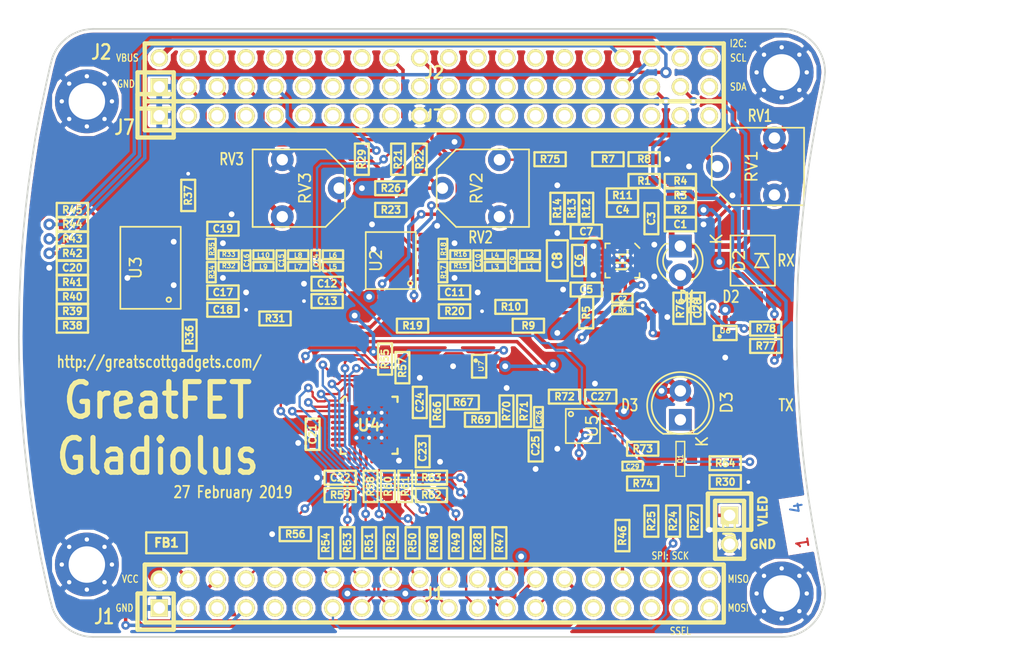
<source format=kicad_pcb>
(kicad_pcb (version 20171130) (host pcbnew 5.0.2-bee76a0~70~ubuntu18.04.1)
  (layers (0 F.Cu signal) (1 C2.Cu power hide) (2 C3.Cu power hide) (31 B.Cu signal) (35 F.Paste user) (37 F.SilkS user) (38 B.Mask user) (39 F.Mask user hide) (44 Edge.Cuts user))
  (net 0 "")
  (net 1 GND)
  (net 2 VCC)
  (net 3 /VBUS)
  (net 4 "Net-(C1-Pad1)")
  (net 5 "Net-(C2-Pad1)")
  (net 6 "Net-(C3-Pad1)")
  (net 7 "Net-(C4-Pad1)")
  (net 8 "Net-(C5-Pad1)")
  (net 9 "Net-(C7-Pad1)")
  (net 10 "Net-(C9-Pad2)")
  (net 11 "Net-(C9-Pad1)")
  (net 12 "Net-(C10-Pad2)")
  (net 13 "Net-(C10-Pad1)")
  (net 14 "Net-(C13-Pad1)")
  (net 15 "Net-(C14-Pad2)")
  (net 16 "Net-(C14-Pad1)")
  (net 17 "Net-(C15-Pad2)")
  (net 18 "Net-(C15-Pad1)")
  (net 19 "Net-(C16-Pad2)")
  (net 20 "Net-(C16-Pad1)")
  (net 21 "Net-(C18-Pad2)")
  (net 22 "Net-(FB1-Pad2)")
  (net 23 /P0_0)
  (net 24 /P0_1)
  (net 25 /P1_0)
  (net 26 /P5_0)
  (net 27 /P1_5)
  (net 28 /P5_2)
  (net 29 /P1_7)
  (net 30 /P1_6)
  (net 31 /P1_9)
  (net 32 /P1_8)
  (net 33 /P5_3)
  (net 34 /P1_10)
  (net 35 /P1_12)
  (net 36 /P1_11)
  (net 37 /P5_5)
  (net 38 /P1_14)
  (net 39 /P1_13)
  (net 40 /P5_6)
  (net 41 /P1_15)
  (net 42 /P1_16)
  (net 43 /P9_6)
  (net 44 /P4_8)
  (net 45 /ADC0_0)
  (net 46 /P4_4)
  (net 47 /P4_3)
  (net 48 /P2_5)
  (net 49 /P2_3)
  (net 50 /P2_2)
  (net 51 /P6_6)
  (net 52 /P2_1)
  (net 53 /P6_3)
  (net 54 /P3_5)
  (net 55 "Net-(L5-Pad2)")
  (net 56 "Net-(L6-Pad2)")
  (net 57 "Net-(Q1-Pad1)")
  (net 58 "Net-(R9-Pad1)")
  (net 59 "Net-(R15-Pad2)")
  (net 60 "Net-(R16-Pad2)")
  (net 61 "Net-(R19-Pad2)")
  (net 62 "Net-(R20-Pad1)")
  (net 63 "Net-(R21-Pad1)")
  (net 64 "Net-(R23-Pad1)")
  (net 65 "Net-(R29-Pad1)")
  (net 66 "Net-(R32-Pad2)")
  (net 67 "Net-(R33-Pad2)")
  (net 68 /ADCCLK)
  (net 69 /D0)
  (net 70 /D1)
  (net 71 /D2)
  (net 72 /D3)
  (net 73 /D4)
  (net 74 /D5)
  (net 75 /D6)
  (net 76 /D7)
  (net 77 "Net-(C24-Pad2)")
  (net 78 "Net-(C25-Pad1)")
  (net 79 "Net-(C26-Pad2)")
  (net 80 "Net-(C26-Pad1)")
  (net 81 "Net-(R28-Pad1)")
  (net 82 "Net-(R47-Pad1)")
  (net 83 "Net-(R48-Pad1)")
  (net 84 "Net-(R49-Pad1)")
  (net 85 "Net-(R50-Pad1)")
  (net 86 "Net-(R51-Pad1)")
  (net 87 "Net-(R52-Pad1)")
  (net 88 "Net-(R53-Pad1)")
  (net 89 /DACCLK)
  (net 90 "Net-(R57-Pad2)")
  (net 91 "Net-(R66-Pad1)")
  (net 92 "Net-(R72-Pad2)")
  (net 93 "Net-(R75-Pad1)")
  (net 94 /RXIN)
  (net 95 /TXOUT)
  (net 96 "Net-(C2-Pad2)")
  (net 97 "Net-(R77-Pad1)")
  (net 98 "Net-(C29-Pad2)")
  (net 99 "Net-(C29-Pad1)")
  (net 100 "Net-(R69-Pad2)")
  (net 101 "Net-(J3-Pad1)")
  (module gsg-modules:0603 (layer F.Cu) (at 167.005 111.76 270)
    (fp_text reference R24 (at 0 0 270) (layer F.SilkS) (effects (font (size 0.6096 0.6096) (thickness 0.1524))))
    (fp_text value 1k hide)
    (pad 2 smd rect (at 0.762 0 270) (size 0.8636 0.8636) (layers F.Cu F.Paste F.Mask) (net 27 /P1_5))
    (pad 1 smd rect (at -0.762 0 270) (size 0.8636 0.8636) (layers F.Cu F.Paste F.Mask) (net 78 "Net-(C25-Pad1)"))
  )
  (module gsg-modules:0603 (layer F.Cu) (at 165.1 111.76 270)
    (fp_text reference R25 (at 0 0 270) (layer F.SilkS) (effects (font (size 0.6096 0.6096) (thickness 0.1524))))
    (fp_text value 1k hide)
    (pad 2 smd rect (at 0.762 0 270) (size 0.8636 0.8636) (layers F.Cu F.Paste F.Mask) (net 40 /P5_6))
    (pad 1 smd rect (at -0.762 0 270) (size 0.8636 0.8636) (layers F.Cu F.Paste F.Mask) (net 78 "Net-(C25-Pad1)"))
  )
  (module gsg-modules:0603 (layer F.Cu) (at 137.795 107.95 180)
    (fp_text reference C22 (at 0 0 180) (layer F.SilkS) (effects (font (size 0.6096 0.6096) (thickness 0.1524))))
    (fp_text value 100nF hide)
    (pad 2 smd rect (at 0.762 0 180) (size 0.8636 0.8636) (layers F.Cu F.Paste F.Mask) (net 1 GND))
    (pad 1 smd rect (at -0.762 0 180) (size 0.8636 0.8636) (layers F.Cu F.Paste F.Mask) (net 2 VCC))
  )
  (module gsg-modules:0603 (layer F.Cu) (at 171.577 108.331)
    (fp_text reference R30 (at 0 0) (layer F.SilkS) (effects (font (size 0.6096 0.6096) (thickness 0.1524))))
    (fp_text value 75 hide)
    (pad 2 smd rect (at 0.762 0) (size 0.8636 0.8636) (layers F.Cu F.Paste F.Mask) (net 1 GND))
    (pad 1 smd rect (at -0.762 0) (size 0.8636 0.8636) (layers F.Cu F.Paste F.Mask) (net 101 "Net-(J3-Pad1)"))
  )
  (module LEDs:LED-5MM (layer F.Cu) (at 167.64 102.87 90)
    (fp_text reference D3 (at 1.524 4.064 90) (layer F.SilkS))
    (fp_text value LED)
    (fp_text user K (at -1.905 1.905 90) (layer F.SilkS))
    (pad 1 thru_hole rect (at 0 0 180) (size 2 1.9) (drill 1.00076) (layers *.Cu *.Mask) (net 95 /TXOUT))
    (pad 2 thru_hole circle (at 2.54 0 90) (size 1.9 1.9) (drill 1.00076) (layers *.Cu *.Mask) (net 2 VCC))
  )
  (module gsg-modules:SOT23-3 (layer F.Cu) (at 167.64 106.299 90)
    (fp_text reference Q1 (at 0 0 90) (layer F.SilkS) (effects (font (size 0.4572 0.381) (thickness 0.09525))))
    (fp_text value Q_NPN_BEC hide)
    (pad 2 smd rect (at -0.889 -1.016 90) (size 0.9144 0.9144) (layers F.Cu F.Paste F.Mask) (net 101 "Net-(J3-Pad1)"))
    (pad 1 smd rect (at 0.889 -1.016 90) (size 0.9144 0.9144) (layers F.Cu F.Paste F.Mask) (net 57 "Net-(Q1-Pad1)"))
    (pad 3 smd rect (at 0 1.016 90) (size 0.9144 0.9144) (layers F.Cu F.Paste F.Mask) (net 95 /TXOUT))
  )
  (module gsg-modules:TSSOP16 (layer F.Cu) (at 142.24 88.9 180)
    (fp_text reference U2 (at 1.3 0 270) (layer F.SilkS))
    (fp_text value AD8330ARQZ hide)
    (pad 1 smd rect (at -2.925 -2.275 180) (size 1.05 0.32) (layers F.Cu F.Paste F.Mask) (net 62 "Net-(R20-Pad1)"))
    (pad 2 smd rect (at -2.925 -1.625 180) (size 1.05 0.32) (layers F.Cu F.Paste F.Mask) (net 61 "Net-(R19-Pad2)"))
    (pad 3 smd rect (at -2.925 -0.975 180) (size 1.05 0.32) (layers F.Cu F.Paste F.Mask) (net 2 VCC))
    (pad 4 smd rect (at -2.925 -0.325 180) (size 1.05 0.32) (layers F.Cu F.Paste F.Mask) (net 59 "Net-(R15-Pad2)"))
    (pad 5 smd rect (at -2.925 0.325 180) (size 1.05 0.32) (layers F.Cu F.Paste F.Mask) (net 60 "Net-(R16-Pad2)"))
    (pad 6 smd rect (at -2.925 0.975 180) (size 1.05 0.32) (layers F.Cu F.Paste F.Mask) (net 64 "Net-(R23-Pad1)"))
    (pad 7 smd rect (at -2.925 1.625 180) (size 1.05 0.32) (layers F.Cu F.Paste F.Mask) (net 63 "Net-(R21-Pad1)"))
    (pad 8 smd rect (at -2.925 2.275 180) (size 1.05 0.32) (layers F.Cu F.Paste F.Mask) (net 1 GND))
    (pad 9 smd rect (at 2.925 2.275 180) (size 1.05 0.32) (layers F.Cu F.Paste F.Mask) (net 1 GND))
    (pad 10 smd rect (at 2.925 1.625 180) (size 1.05 0.32) (layers F.Cu F.Paste F.Mask) (net 65 "Net-(R29-Pad1)"))
    (pad 11 smd rect (at 2.925 0.975 180) (size 1.05 0.32) (layers F.Cu F.Paste F.Mask) (net 1 GND))
    (pad 12 smd rect (at 2.925 0.325 180) (size 1.05 0.32) (layers F.Cu F.Paste F.Mask) (net 56 "Net-(L6-Pad2)"))
    (pad 13 smd rect (at 2.925 -0.325 180) (size 1.05 0.32) (layers F.Cu F.Paste F.Mask) (net 55 "Net-(L5-Pad2)"))
    (pad 14 smd rect (at 2.925 -0.975 180) (size 1.05 0.32) (layers F.Cu F.Paste F.Mask) (net 2 VCC))
    (pad 15 smd rect (at 2.925 -1.625 180) (size 1.05 0.32) (layers F.Cu F.Paste F.Mask) (net 14 "Net-(C13-Pad1)"))
    (pad 16 smd rect (at 2.925 -2.275 180) (size 1.05 0.32) (layers F.Cu F.Paste F.Mask) (net 2 VCC))
  )
  (module gsg-modules:HEADER-1x20 (layer F.Cu) (at 146.05 76.2)
    (fp_text reference J7 (at 0 0) (layer F.SilkS) (effects (font (size 1.016 1.016) (thickness 0.2032))))
    (fp_text value BONUS_ROW hide)
    (pad 1 thru_hole rect (at -24.13 0) (size 1.524 1.524) (drill 1.016) (layers *.Cu *.Mask F.SilkS) (net 1 GND))
    (pad 2 thru_hole circle (at -21.59 0) (size 1.524 1.524) (drill 1.016) (layers *.Cu *.Mask F.SilkS))
    (pad 3 thru_hole circle (at -19.05 0) (size 1.524 1.524) (drill 1.016) (layers *.Cu *.Mask F.SilkS))
    (pad 4 thru_hole circle (at -16.51 0) (size 1.524 1.524) (drill 1.016) (layers *.Cu *.Mask F.SilkS))
    (pad 5 thru_hole circle (at -13.97 0) (size 1.524 1.524) (drill 1.016) (layers *.Cu *.Mask F.SilkS))
    (pad 6 thru_hole circle (at -11.43 0) (size 1.524 1.524) (drill 1.016) (layers *.Cu *.Mask F.SilkS))
    (pad 7 thru_hole circle (at -8.89 0) (size 1.524 1.524) (drill 1.016) (layers *.Cu *.Mask F.SilkS))
    (pad 8 thru_hole circle (at -6.35 0) (size 1.524 1.524) (drill 1.016) (layers *.Cu *.Mask F.SilkS))
    (pad 9 thru_hole circle (at -3.81 0) (size 1.524 1.524) (drill 1.016) (layers *.Cu *.Mask F.SilkS))
    (pad 10 thru_hole circle (at -1.27 0) (size 1.524 1.524) (drill 1.016) (layers *.Cu *.Mask F.SilkS) (net 1 GND))
    (pad 11 thru_hole circle (at 1.27 0) (size 1.524 1.524) (drill 1.016) (layers *.Cu *.Mask F.SilkS))
    (pad 12 thru_hole circle (at 3.81 0) (size 1.524 1.524) (drill 1.016) (layers *.Cu *.Mask F.SilkS))
    (pad 13 thru_hole circle (at 6.35 0) (size 1.524 1.524) (drill 1.016) (layers *.Cu *.Mask F.SilkS))
    (pad 14 thru_hole circle (at 8.89 0) (size 1.524 1.524) (drill 1.016) (layers *.Cu *.Mask F.SilkS))
    (pad 15 thru_hole circle (at 11.43 0) (size 1.524 1.524) (drill 1.016) (layers *.Cu *.Mask F.SilkS))
    (pad 16 thru_hole circle (at 13.97 0) (size 1.524 1.524) (drill 1.016) (layers *.Cu *.Mask F.SilkS))
    (pad 17 thru_hole circle (at 16.51 0) (size 1.524 1.524) (drill 1.016) (layers *.Cu *.Mask F.SilkS))
    (pad 18 thru_hole circle (at 19.05 0) (size 1.524 1.524) (drill 1.016) (layers *.Cu *.Mask F.SilkS))
    (pad 19 thru_hole circle (at 21.59 0) (size 1.524 1.524) (drill 1.016) (layers *.Cu *.Mask F.SilkS) (net 1 GND))
    (pad 20 thru_hole circle (at 24.13 0) (size 1.524 1.524) (drill 1.016) (layers *.Cu *.Mask F.SilkS))
  )
  (module gsg-modules:HEADER-2x20 (layer F.Cu) (at 146.05 118.11)
    (fp_text reference J1 (at 0 0) (layer F.SilkS) (effects (font (size 1.016 1.016) (thickness 0.2032))))
    (fp_text value NEIGHBOR1 hide)
    (pad 1 thru_hole rect (at -24.13 1.27) (size 1.524 1.524) (drill 1.016) (layers *.Cu *.Mask F.SilkS) (net 1 GND))
    (pad 2 thru_hole circle (at -24.13 -1.27) (size 1.524 1.524) (drill 1.016) (layers *.Cu *.Mask F.SilkS) (net 22 "Net-(FB1-Pad2)"))
    (pad 3 thru_hole circle (at -21.59 1.27) (size 1.524 1.524) (drill 1.016) (layers *.Cu *.Mask F.SilkS))
    (pad 4 thru_hole circle (at -21.59 -1.27) (size 1.524 1.524) (drill 1.016) (layers *.Cu *.Mask F.SilkS) (net 23 /P0_0))
    (pad 5 thru_hole circle (at -19.05 1.27) (size 1.524 1.524) (drill 1.016) (layers *.Cu *.Mask F.SilkS))
    (pad 6 thru_hole circle (at -19.05 -1.27) (size 1.524 1.524) (drill 1.016) (layers *.Cu *.Mask F.SilkS) (net 24 /P0_1))
    (pad 7 thru_hole circle (at -16.51 1.27) (size 1.524 1.524) (drill 1.016) (layers *.Cu *.Mask F.SilkS) (net 25 /P1_0))
    (pad 8 thru_hole circle (at -16.51 -1.27) (size 1.524 1.524) (drill 1.016) (layers *.Cu *.Mask F.SilkS) (net 26 /P5_0))
    (pad 9 thru_hole circle (at -13.97 1.27) (size 1.524 1.524) (drill 1.016) (layers *.Cu *.Mask F.SilkS))
    (pad 10 thru_hole circle (at -13.97 -1.27) (size 1.524 1.524) (drill 1.016) (layers *.Cu *.Mask F.SilkS))
    (pad 11 thru_hole circle (at -11.43 1.27) (size 1.524 1.524) (drill 1.016) (layers *.Cu *.Mask F.SilkS))
    (pad 12 thru_hole circle (at -11.43 -1.27) (size 1.524 1.524) (drill 1.016) (layers *.Cu *.Mask F.SilkS))
    (pad 13 thru_hole circle (at -8.89 1.27) (size 1.524 1.524) (drill 1.016) (layers *.Cu *.Mask F.SilkS) (net 27 /P1_5))
    (pad 14 thru_hole circle (at -8.89 -1.27) (size 1.524 1.524) (drill 1.016) (layers *.Cu *.Mask F.SilkS) (net 28 /P5_2))
    (pad 15 thru_hole circle (at -6.35 1.27) (size 1.524 1.524) (drill 1.016) (layers *.Cu *.Mask F.SilkS) (net 29 /P1_7))
    (pad 16 thru_hole circle (at -6.35 -1.27) (size 1.524 1.524) (drill 1.016) (layers *.Cu *.Mask F.SilkS) (net 30 /P1_6))
    (pad 17 thru_hole circle (at -3.81 1.27) (size 1.524 1.524) (drill 1.016) (layers *.Cu *.Mask F.SilkS) (net 31 /P1_9))
    (pad 18 thru_hole circle (at -3.81 -1.27) (size 1.524 1.524) (drill 1.016) (layers *.Cu *.Mask F.SilkS) (net 32 /P1_8))
    (pad 19 thru_hole circle (at -1.27 1.27) (size 1.524 1.524) (drill 1.016) (layers *.Cu *.Mask F.SilkS) (net 33 /P5_3))
    (pad 20 thru_hole circle (at -1.27 -1.27) (size 1.524 1.524) (drill 1.016) (layers *.Cu *.Mask F.SilkS) (net 34 /P1_10))
    (pad 21 thru_hole circle (at 1.27 1.27) (size 1.524 1.524) (drill 1.016) (layers *.Cu *.Mask F.SilkS) (net 35 /P1_12))
    (pad 22 thru_hole circle (at 1.27 -1.27) (size 1.524 1.524) (drill 1.016) (layers *.Cu *.Mask F.SilkS) (net 36 /P1_11))
    (pad 23 thru_hole circle (at 3.81 1.27) (size 1.524 1.524) (drill 1.016) (layers *.Cu *.Mask F.SilkS) (net 37 /P5_5))
    (pad 24 thru_hole circle (at 3.81 -1.27) (size 1.524 1.524) (drill 1.016) (layers *.Cu *.Mask F.SilkS))
    (pad 25 thru_hole circle (at 6.35 1.27) (size 1.524 1.524) (drill 1.016) (layers *.Cu *.Mask F.SilkS) (net 38 /P1_14))
    (pad 26 thru_hole circle (at 6.35 -1.27) (size 1.524 1.524) (drill 1.016) (layers *.Cu *.Mask F.SilkS) (net 39 /P1_13))
    (pad 27 thru_hole circle (at 8.89 1.27) (size 1.524 1.524) (drill 1.016) (layers *.Cu *.Mask F.SilkS) (net 40 /P5_6))
    (pad 28 thru_hole circle (at 8.89 -1.27) (size 1.524 1.524) (drill 1.016) (layers *.Cu *.Mask F.SilkS) (net 41 /P1_15))
    (pad 29 thru_hole circle (at 11.43 1.27) (size 1.524 1.524) (drill 1.016) (layers *.Cu *.Mask F.SilkS))
    (pad 30 thru_hole circle (at 11.43 -1.27) (size 1.524 1.524) (drill 1.016) (layers *.Cu *.Mask F.SilkS) (net 42 /P1_16))
    (pad 31 thru_hole circle (at 13.97 1.27) (size 1.524 1.524) (drill 1.016) (layers *.Cu *.Mask F.SilkS))
    (pad 32 thru_hole circle (at 13.97 -1.27) (size 1.524 1.524) (drill 1.016) (layers *.Cu *.Mask F.SilkS))
    (pad 33 thru_hole circle (at 16.51 1.27) (size 1.524 1.524) (drill 1.016) (layers *.Cu *.Mask F.SilkS))
    (pad 34 thru_hole circle (at 16.51 -1.27) (size 1.524 1.524) (drill 1.016) (layers *.Cu *.Mask F.SilkS) (net 43 /P9_6))
    (pad 35 thru_hole circle (at 19.05 1.27) (size 1.524 1.524) (drill 1.016) (layers *.Cu *.Mask F.SilkS))
    (pad 36 thru_hole circle (at 19.05 -1.27) (size 1.524 1.524) (drill 1.016) (layers *.Cu *.Mask F.SilkS))
    (pad 37 thru_hole circle (at 21.59 1.27) (size 1.524 1.524) (drill 1.016) (layers *.Cu *.Mask F.SilkS))
    (pad 38 thru_hole circle (at 21.59 -1.27) (size 1.524 1.524) (drill 1.016) (layers *.Cu *.Mask F.SilkS))
    (pad 39 thru_hole circle (at 24.13 1.27) (size 1.524 1.524) (drill 1.016) (layers *.Cu *.Mask F.SilkS))
    (pad 40 thru_hole circle (at 24.13 -1.27) (size 1.524 1.524) (drill 1.016) (layers *.Cu *.Mask F.SilkS))
  )
  (module gsg-modules:HEADER-2x20 (layer F.Cu) (at 146.05 72.39)
    (fp_text reference J2 (at 0 0) (layer F.SilkS) (effects (font (size 1.016 1.016) (thickness 0.2032))))
    (fp_text value NEIGHBOR2 hide)
    (pad 1 thru_hole rect (at -24.13 1.27) (size 1.524 1.524) (drill 1.016) (layers *.Cu *.Mask F.SilkS) (net 1 GND))
    (pad 2 thru_hole circle (at -24.13 -1.27) (size 1.524 1.524) (drill 1.016) (layers *.Cu *.Mask F.SilkS) (net 3 /VBUS))
    (pad 3 thru_hole circle (at -21.59 1.27) (size 1.524 1.524) (drill 1.016) (layers *.Cu *.Mask F.SilkS) (net 44 /P4_8))
    (pad 4 thru_hole circle (at -21.59 -1.27) (size 1.524 1.524) (drill 1.016) (layers *.Cu *.Mask F.SilkS))
    (pad 5 thru_hole circle (at -19.05 1.27) (size 1.524 1.524) (drill 1.016) (layers *.Cu *.Mask F.SilkS) (net 45 /ADC0_0))
    (pad 6 thru_hole circle (at -19.05 -1.27) (size 1.524 1.524) (drill 1.016) (layers *.Cu *.Mask F.SilkS))
    (pad 7 thru_hole circle (at -16.51 1.27) (size 1.524 1.524) (drill 1.016) (layers *.Cu *.Mask F.SilkS) (net 46 /P4_4))
    (pad 8 thru_hole circle (at -16.51 -1.27) (size 1.524 1.524) (drill 1.016) (layers *.Cu *.Mask F.SilkS))
    (pad 9 thru_hole circle (at -13.97 1.27) (size 1.524 1.524) (drill 1.016) (layers *.Cu *.Mask F.SilkS) (net 47 /P4_3))
    (pad 10 thru_hole circle (at -13.97 -1.27) (size 1.524 1.524) (drill 1.016) (layers *.Cu *.Mask F.SilkS))
    (pad 11 thru_hole circle (at -11.43 1.27) (size 1.524 1.524) (drill 1.016) (layers *.Cu *.Mask F.SilkS))
    (pad 12 thru_hole circle (at -11.43 -1.27) (size 1.524 1.524) (drill 1.016) (layers *.Cu *.Mask F.SilkS))
    (pad 13 thru_hole circle (at -8.89 1.27) (size 1.524 1.524) (drill 1.016) (layers *.Cu *.Mask F.SilkS))
    (pad 14 thru_hole circle (at -8.89 -1.27) (size 1.524 1.524) (drill 1.016) (layers *.Cu *.Mask F.SilkS))
    (pad 15 thru_hole circle (at -6.35 1.27) (size 1.524 1.524) (drill 1.016) (layers *.Cu *.Mask F.SilkS))
    (pad 16 thru_hole circle (at -6.35 -1.27) (size 1.524 1.524) (drill 1.016) (layers *.Cu *.Mask F.SilkS))
    (pad 17 thru_hole circle (at -3.81 1.27) (size 1.524 1.524) (drill 1.016) (layers *.Cu *.Mask F.SilkS))
    (pad 18 thru_hole circle (at -3.81 -1.27) (size 1.524 1.524) (drill 1.016) (layers *.Cu *.Mask F.SilkS) (net 48 /P2_5))
    (pad 19 thru_hole circle (at -1.27 1.27) (size 1.524 1.524) (drill 1.016) (layers *.Cu *.Mask F.SilkS))
    (pad 20 thru_hole circle (at -1.27 -1.27) (size 1.524 1.524) (drill 1.016) (layers *.Cu *.Mask F.SilkS) (net 49 /P2_3))
    (pad 21 thru_hole circle (at 1.27 1.27) (size 1.524 1.524) (drill 1.016) (layers *.Cu *.Mask F.SilkS))
    (pad 22 thru_hole circle (at 1.27 -1.27) (size 1.524 1.524) (drill 1.016) (layers *.Cu *.Mask F.SilkS))
    (pad 23 thru_hole circle (at 3.81 1.27) (size 1.524 1.524) (drill 1.016) (layers *.Cu *.Mask F.SilkS))
    (pad 24 thru_hole circle (at 3.81 -1.27) (size 1.524 1.524) (drill 1.016) (layers *.Cu *.Mask F.SilkS))
    (pad 25 thru_hole circle (at 6.35 1.27) (size 1.524 1.524) (drill 1.016) (layers *.Cu *.Mask F.SilkS))
    (pad 26 thru_hole circle (at 6.35 -1.27) (size 1.524 1.524) (drill 1.016) (layers *.Cu *.Mask F.SilkS))
    (pad 27 thru_hole circle (at 8.89 1.27) (size 1.524 1.524) (drill 1.016) (layers *.Cu *.Mask F.SilkS))
    (pad 28 thru_hole circle (at 8.89 -1.27) (size 1.524 1.524) (drill 1.016) (layers *.Cu *.Mask F.SilkS))
    (pad 29 thru_hole circle (at 11.43 1.27) (size 1.524 1.524) (drill 1.016) (layers *.Cu *.Mask F.SilkS))
    (pad 30 thru_hole circle (at 11.43 -1.27) (size 1.524 1.524) (drill 1.016) (layers *.Cu *.Mask F.SilkS))
    (pad 31 thru_hole circle (at 13.97 1.27) (size 1.524 1.524) (drill 1.016) (layers *.Cu *.Mask F.SilkS))
    (pad 32 thru_hole circle (at 13.97 -1.27) (size 1.524 1.524) (drill 1.016) (layers *.Cu *.Mask F.SilkS))
    (pad 33 thru_hole circle (at 16.51 1.27) (size 1.524 1.524) (drill 1.016) (layers *.Cu *.Mask F.SilkS) (net 50 /P2_2))
    (pad 34 thru_hole circle (at 16.51 -1.27) (size 1.524 1.524) (drill 1.016) (layers *.Cu *.Mask F.SilkS) (net 51 /P6_6))
    (pad 35 thru_hole circle (at 19.05 1.27) (size 1.524 1.524) (drill 1.016) (layers *.Cu *.Mask F.SilkS) (net 52 /P2_1))
    (pad 36 thru_hole circle (at 19.05 -1.27) (size 1.524 1.524) (drill 1.016) (layers *.Cu *.Mask F.SilkS) (net 53 /P6_3))
    (pad 37 thru_hole circle (at 21.59 1.27) (size 1.524 1.524) (drill 1.016) (layers *.Cu *.Mask F.SilkS) (net 54 /P3_5))
    (pad 38 thru_hole circle (at 21.59 -1.27) (size 1.524 1.524) (drill 1.016) (layers *.Cu *.Mask F.SilkS))
    (pad 39 thru_hole circle (at 24.13 1.27) (size 1.524 1.524) (drill 1.016) (layers *.Cu *.Mask F.SilkS))
    (pad 40 thru_hole circle (at 24.13 -1.27) (size 1.524 1.524) (drill 1.016) (layers *.Cu *.Mask F.SilkS))
  )
  (module gsg-modules:HOLE126MIL-COPPER (layer F.Cu) (at 115.57 74.93)
    (fp_text reference MH1 hide)
    (fp_text value MOUNTING_HOLE hide)
    (pad 1 thru_hole circle (at 0 0) (size 5.6 5.6) (drill 3.2004) (layers *.Cu *.Mask) (net 1 GND))
    (pad 1 thru_hole circle (at 0 -2.2) (size 0.6 0.6) (drill 0.381) (layers *.Cu *.Mask) (net 1 GND))
    (pad 1 thru_hole circle (at -2.2 0) (size 0.6 0.6) (drill 0.381) (layers *.Cu *.Mask) (net 1 GND))
    (pad 1 thru_hole circle (at 0 2.2) (size 0.6 0.6) (drill 0.381) (layers *.Cu *.Mask) (net 1 GND))
    (pad 1 thru_hole circle (at 2.2 0) (size 0.6 0.6) (drill 0.381) (layers *.Cu *.Mask) (net 1 GND))
    (pad 1 thru_hole circle (at 1.55 -1.55) (size 0.6 0.6) (drill 0.381) (layers *.Cu *.Mask) (net 1 GND))
    (pad 1 thru_hole circle (at -1.55 -1.55) (size 0.6 0.6) (drill 0.381) (layers *.Cu *.Mask) (net 1 GND))
    (pad 1 thru_hole circle (at -1.55 1.55) (size 0.6 0.6) (drill 0.381) (layers *.Cu *.Mask) (net 1 GND))
    (pad 1 thru_hole circle (at 1.55 1.55) (size 0.6 0.6) (drill 0.381) (layers *.Cu *.Mask) (net 1 GND))
  )
  (module gsg-modules:HOLE126MIL-COPPER (layer F.Cu) (at 115.57 115.57)
    (fp_text reference MH2 hide)
    (fp_text value MOUNTING_HOLE hide)
    (pad 1 thru_hole circle (at 0 0) (size 5.6 5.6) (drill 3.2004) (layers *.Cu *.Mask) (net 1 GND))
    (pad 1 thru_hole circle (at 0 -2.2) (size 0.6 0.6) (drill 0.381) (layers *.Cu *.Mask) (net 1 GND))
    (pad 1 thru_hole circle (at -2.2 0) (size 0.6 0.6) (drill 0.381) (layers *.Cu *.Mask) (net 1 GND))
    (pad 1 thru_hole circle (at 0 2.2) (size 0.6 0.6) (drill 0.381) (layers *.Cu *.Mask) (net 1 GND))
    (pad 1 thru_hole circle (at 2.2 0) (size 0.6 0.6) (drill 0.381) (layers *.Cu *.Mask) (net 1 GND))
    (pad 1 thru_hole circle (at 1.55 -1.55) (size 0.6 0.6) (drill 0.381) (layers *.Cu *.Mask) (net 1 GND))
    (pad 1 thru_hole circle (at -1.55 -1.55) (size 0.6 0.6) (drill 0.381) (layers *.Cu *.Mask) (net 1 GND))
    (pad 1 thru_hole circle (at -1.55 1.55) (size 0.6 0.6) (drill 0.381) (layers *.Cu *.Mask) (net 1 GND))
    (pad 1 thru_hole circle (at 1.55 1.55) (size 0.6 0.6) (drill 0.381) (layers *.Cu *.Mask) (net 1 GND))
  )
  (module gsg-modules:HOLE126MIL-COPPER (layer F.Cu) (at 176.53 118.11)
    (fp_text reference MH3 hide)
    (fp_text value MOUNTING_HOLE hide)
    (pad 1 thru_hole circle (at 0 0) (size 5.6 5.6) (drill 3.2004) (layers *.Cu *.Mask) (net 1 GND))
    (pad 1 thru_hole circle (at 0 -2.2) (size 0.6 0.6) (drill 0.381) (layers *.Cu *.Mask) (net 1 GND))
    (pad 1 thru_hole circle (at -2.2 0) (size 0.6 0.6) (drill 0.381) (layers *.Cu *.Mask) (net 1 GND))
    (pad 1 thru_hole circle (at 0 2.2) (size 0.6 0.6) (drill 0.381) (layers *.Cu *.Mask) (net 1 GND))
    (pad 1 thru_hole circle (at 2.2 0) (size 0.6 0.6) (drill 0.381) (layers *.Cu *.Mask) (net 1 GND))
    (pad 1 thru_hole circle (at 1.55 -1.55) (size 0.6 0.6) (drill 0.381) (layers *.Cu *.Mask) (net 1 GND))
    (pad 1 thru_hole circle (at -1.55 -1.55) (size 0.6 0.6) (drill 0.381) (layers *.Cu *.Mask) (net 1 GND))
    (pad 1 thru_hole circle (at -1.55 1.55) (size 0.6 0.6) (drill 0.381) (layers *.Cu *.Mask) (net 1 GND))
    (pad 1 thru_hole circle (at 1.55 1.55) (size 0.6 0.6) (drill 0.381) (layers *.Cu *.Mask) (net 1 GND))
  )
  (module gsg-modules:HOLE126MIL-COPPER (layer F.Cu) (at 176.53 72.39)
    (fp_text reference MH4 hide)
    (fp_text value MOUNTING_HOLE hide)
    (pad 1 thru_hole circle (at 0 0) (size 5.6 5.6) (drill 3.2004) (layers *.Cu *.Mask) (net 1 GND))
    (pad 1 thru_hole circle (at 0 -2.2) (size 0.6 0.6) (drill 0.381) (layers *.Cu *.Mask) (net 1 GND))
    (pad 1 thru_hole circle (at -2.2 0) (size 0.6 0.6) (drill 0.381) (layers *.Cu *.Mask) (net 1 GND))
    (pad 1 thru_hole circle (at 0 2.2) (size 0.6 0.6) (drill 0.381) (layers *.Cu *.Mask) (net 1 GND))
    (pad 1 thru_hole circle (at 2.2 0) (size 0.6 0.6) (drill 0.381) (layers *.Cu *.Mask) (net 1 GND))
    (pad 1 thru_hole circle (at 1.55 -1.55) (size 0.6 0.6) (drill 0.381) (layers *.Cu *.Mask) (net 1 GND))
    (pad 1 thru_hole circle (at -1.55 -1.55) (size 0.6 0.6) (drill 0.381) (layers *.Cu *.Mask) (net 1 GND))
    (pad 1 thru_hole circle (at -1.55 1.55) (size 0.6 0.6) (drill 0.381) (layers *.Cu *.Mask) (net 1 GND))
    (pad 1 thru_hole circle (at 1.55 1.55) (size 0.6 0.6) (drill 0.381) (layers *.Cu *.Mask) (net 1 GND))
  )
  (module gsg-modules:0805 (layer F.Cu) (at 156.845 88.9 90)
    (fp_text reference C8 (at 0 0 90) (layer F.SilkS) (effects (font (size 0.762 0.762) (thickness 0.1905))))
    (fp_text value 10uF hide)
    (pad 2 smd rect (at 1.016 0 90) (size 1.15062 1.44018) (layers F.Cu F.Paste F.Mask) (net 1 GND) (clearance 0.1778))
    (pad 1 smd rect (at -1.016 0 90) (size 1.15062 1.44018) (layers F.Cu F.Paste F.Mask) (net 2 VCC) (clearance 0.1778))
  )
  (module LEDs:LED-3MM (layer F.Cu) (at 167.64 87.63 270)
    (fp_text reference D1 (at 5.08 -1.27 270) (layer F.SilkS))
    (fp_text value PHOTODIODE)
    (fp_text user K (at -0.635 -3.175 270) (layer F.SilkS))
    (pad 1 thru_hole rect (at 0 0) (size 2 2) (drill 1.00076) (layers *.Cu *.Mask) (net 4 "Net-(C1-Pad1)"))
    (pad 2 thru_hole circle (at 2.54 0 270) (size 2 2) (drill 1.00076) (layers *.Cu *.Mask) (net 94 /RXIN))
  )
  (module gsg-modules:VBPW34FASR (layer F.Cu) (at 173.99 88.9 270)
    (fp_text reference D2 (at 0 1.2 270) (layer F.SilkS))
    (fp_text value PHOTODIODE)
    (pad 1 smd rect (at -3.575 0 270) (size 1.75 1.8) (layers F.Cu F.Paste F.Mask) (net 4 "Net-(C1-Pad1)"))
    (pad 2 smd rect (at 3.575 0 270) (size 1.75 1.8) (layers F.Cu F.Paste F.Mask) (net 94 /RXIN))
  )
  (module gsg-modules:0805 (layer F.Cu) (at 122.555 113.665 180)
    (fp_text reference FB1 (at 0 0 180) (layer F.SilkS) (effects (font (size 0.762 0.762) (thickness 0.1905))))
    (fp_text value FILTER hide)
    (pad 2 smd rect (at 1.016 0 180) (size 1.15062 1.44018) (layers F.Cu F.Paste F.Mask) (net 22 "Net-(FB1-Pad2)") (clearance 0.1778))
    (pad 1 smd rect (at -1.016 0 180) (size 1.15062 1.44018) (layers F.Cu F.Paste F.Mask) (net 2 VCC) (clearance 0.1778))
  )
  (module gsg-modules:3306F (layer F.Cu) (at 175.895 80.645 90)
    (fp_text reference RV1 (at 0 -2 90) (layer F.SilkS))
    (fp_text value POT)
    (pad 1 thru_hole circle (at -2.5 0 90) (size 2 2) (drill 1) (layers *.Cu *.Mask) (net 1 GND))
    (pad 2 thru_hole circle (at 0 -5 90) (size 2 2) (drill 1) (layers *.Cu *.Mask) (net 6 "Net-(C3-Pad1)"))
    (pad 3 thru_hole circle (at 2.5 0 90) (size 2 2) (drill 1) (layers *.Cu *.Mask) (net 2 VCC))
  )
  (module gsg-modules:3306F (layer F.Cu) (at 151.765 82.55 90)
    (fp_text reference RV2 (at 0 -2 90) (layer F.SilkS))
    (fp_text value POT)
    (pad 1 thru_hole circle (at -2.5 0 90) (size 2 2) (drill 1) (layers *.Cu *.Mask) (net 1 GND))
    (pad 2 thru_hole circle (at 0 -5 90) (size 2 2) (drill 1) (layers *.Cu *.Mask) (net 63 "Net-(R21-Pad1)"))
    (pad 3 thru_hole circle (at 2.5 0 90) (size 2 2) (drill 1) (layers *.Cu *.Mask) (net 93 "Net-(R75-Pad1)"))
  )
  (module gsg-modules:3306F (layer F.Cu) (at 132.715 82.55 270)
    (fp_text reference RV3 (at 0 -2 270) (layer F.SilkS))
    (fp_text value POT)
    (pad 1 thru_hole circle (at -2.5 0 270) (size 2 2) (drill 1) (layers *.Cu *.Mask) (net 1 GND))
    (pad 2 thru_hole circle (at 0 -5 270) (size 2 2) (drill 1) (layers *.Cu *.Mask) (net 65 "Net-(R29-Pad1)"))
    (pad 3 thru_hole circle (at 2.5 0 270) (size 2 2) (drill 1) (layers *.Cu *.Mask) (net 2 VCC))
  )
  (module gsg-modules:QFN16-3 (layer F.Cu) (at 162.56 88.9 270)
    (fp_text reference U1 (at 0 0 270) (layer F.SilkS) (effects (font (thickness 0.2032))))
    (fp_text value THS4520RGT)
    (pad 1 smd oval (at -1.6 -0.75 270) (size 1.2 0.32) (layers F.Cu F.Paste F.Mask))
    (pad 2 smd oval (at -1.6 -0.25 270) (size 1.2 0.32) (layers F.Cu F.Paste F.Mask) (net 6 "Net-(C3-Pad1)"))
    (pad 3 smd oval (at -1.6 0.25 270) (size 1.2 0.32) (layers F.Cu F.Paste F.Mask) (net 7 "Net-(C4-Pad1)"))
    (pad 4 smd oval (at -1.6 0.75 270) (size 1.2 0.32) (layers F.Cu F.Paste F.Mask) (net 9 "Net-(C7-Pad1)"))
    (pad 5 smd oval (at -0.75 1.6) (size 1.2 0.32) (layers F.Cu F.Paste F.Mask) (net 2 VCC))
    (pad 6 smd oval (at -0.25 1.6) (size 1.2 0.32) (layers F.Cu F.Paste F.Mask) (net 2 VCC))
    (pad 7 smd oval (at 0.25 1.6) (size 1.2 0.32) (layers F.Cu F.Paste F.Mask) (net 2 VCC))
    (pad 8 smd oval (at 0.75 1.6) (size 1.2 0.32) (layers F.Cu F.Paste F.Mask) (net 2 VCC))
    (pad 9 smd oval (at 1.6 0.75 270) (size 1.2 0.32) (layers F.Cu F.Paste F.Mask) (net 8 "Net-(C5-Pad1)"))
    (pad 10 smd oval (at 1.6 0.25 270) (size 1.2 0.32) (layers F.Cu F.Paste F.Mask) (net 5 "Net-(C2-Pad1)"))
    (pad 11 smd oval (at 1.6 -0.25 270) (size 1.2 0.32) (layers F.Cu F.Paste F.Mask) (net 96 "Net-(C2-Pad2)"))
    (pad 12 smd oval (at 1.6 -0.75 270) (size 1.2 0.32) (layers F.Cu F.Paste F.Mask) (net 58 "Net-(R9-Pad1)"))
    (pad 13 smd oval (at 0.75 -1.6) (size 1.2 0.32) (layers F.Cu F.Paste F.Mask) (net 1 GND))
    (pad 14 smd oval (at 0.25 -1.6) (size 1.2 0.32) (layers F.Cu F.Paste F.Mask) (net 1 GND))
    (pad 15 smd oval (at -0.25 -1.6) (size 1.2 0.32) (layers F.Cu F.Paste F.Mask) (net 1 GND))
    (pad 16 smd oval (at -0.75 -1.6) (size 1.2 0.32) (layers F.Cu F.Paste F.Mask) (net 1 GND))
    (pad 0 smd rect (at 0 0 270) (size 1.5 1.5) (layers F.Cu F.Mask) (net 1 GND))
    (pad 0 thru_hole circle (at 0 0 270) (size 0.6 0.6) (drill 0.33) (layers *.Cu) (net 1 GND))
    (pad 0 thru_hole circle (at -0.45 -0.45 270) (size 0.6 0.6) (drill 0.33) (layers *.Cu) (net 1 GND))
    (pad 0 thru_hole circle (at 0.45 -0.45 270) (size 0.6 0.6) (drill 0.33) (layers *.Cu) (net 1 GND))
    (pad 0 thru_hole circle (at 0.45 0.45 270) (size 0.6 0.6) (drill 0.33) (layers *.Cu) (net 1 GND))
    (pad 0 thru_hole circle (at -0.45 0.45 270) (size 0.6 0.6) (drill 0.33) (layers *.Cu) (net 1 GND))
    (pad 0 smd rect (at -0.375 -0.375 270) (size 0.75 0.75) (layers F.Cu F.Paste) (net 1 GND))
    (pad 0 smd rect (at 0.375 -0.375 270) (size 0.75 0.75) (layers F.Cu F.Paste) (net 1 GND))
    (pad 0 smd rect (at -0.375 0.375 270) (size 0.75 0.75) (layers F.Cu F.Paste) (net 1 GND))
    (pad 0 smd rect (at 0.375 0.375 270) (size 0.75 0.75) (layers F.Cu F.Paste) (net 1 GND))
  )
  (module gsg-modules:SSOP20 (layer F.Cu) (at 121.158 89.535 180)
    (fp_text reference U3 (at 1.3 0 270) (layer F.SilkS))
    (fp_text value AD9283)
    (pad 1 smd rect (at -3.5 -2.925 180) (size 1.2 0.32) (layers F.Cu F.Paste F.Mask) (net 49 /P2_3))
    (pad 2 smd rect (at -3.5 -2.275 180) (size 1.2 0.32) (layers F.Cu F.Paste F.Mask) (net 21 "Net-(C18-Pad2)"))
    (pad 3 smd rect (at -3.5 -1.625 180) (size 1.2 0.32) (layers F.Cu F.Paste F.Mask) (net 21 "Net-(C18-Pad2)"))
    (pad 4 smd rect (at -3.5 -0.975 180) (size 1.2 0.32) (layers F.Cu F.Paste F.Mask) (net 1 GND))
    (pad 5 smd rect (at -3.5 -0.325 180) (size 1.2 0.32) (layers F.Cu F.Paste F.Mask) (net 2 VCC))
    (pad 6 smd rect (at -3.5 0.325 180) (size 1.2 0.32) (layers F.Cu F.Paste F.Mask) (net 66 "Net-(R32-Pad2)"))
    (pad 7 smd rect (at -3.5 0.975 180) (size 1.2 0.32) (layers F.Cu F.Paste F.Mask) (net 67 "Net-(R33-Pad2)"))
    (pad 8 smd rect (at -3.5 1.625 180) (size 1.2 0.32) (layers F.Cu F.Paste F.Mask) (net 2 VCC))
    (pad 9 smd rect (at -3.5 2.275 180) (size 1.2 0.32) (layers F.Cu F.Paste F.Mask) (net 1 GND))
    (pad 10 smd rect (at -3.5 2.925 180) (size 1.2 0.32) (layers F.Cu F.Paste F.Mask) (net 68 /ADCCLK))
    (pad 11 smd rect (at 3.5 2.925 180) (size 1.2 0.32) (layers F.Cu F.Paste F.Mask) (net 76 /D7))
    (pad 12 smd rect (at 3.5 2.275 180) (size 1.2 0.32) (layers F.Cu F.Paste F.Mask) (net 75 /D6))
    (pad 13 smd rect (at 3.5 1.625 180) (size 1.2 0.32) (layers F.Cu F.Paste F.Mask) (net 74 /D5))
    (pad 14 smd rect (at 3.5 0.975 180) (size 1.2 0.32) (layers F.Cu F.Paste F.Mask) (net 73 /D4))
    (pad 15 smd rect (at 3.5 0.325 180) (size 1.2 0.32) (layers F.Cu F.Paste F.Mask) (net 2 VCC))
    (pad 16 smd rect (at 3.5 -0.325 180) (size 1.2 0.32) (layers F.Cu F.Paste F.Mask) (net 1 GND))
    (pad 17 smd rect (at 3.5 -0.975 180) (size 1.2 0.32) (layers F.Cu F.Paste F.Mask) (net 72 /D3))
    (pad 18 smd rect (at 3.5 -1.625 180) (size 1.2 0.32) (layers F.Cu F.Paste F.Mask) (net 71 /D2))
    (pad 19 smd rect (at 3.5 -2.275 180) (size 1.2 0.32) (layers F.Cu F.Paste F.Mask) (net 70 /D1))
    (pad 20 smd rect (at 3.5 -2.925 180) (size 1.2 0.32) (layers F.Cu F.Paste F.Mask) (net 69 /D0))
  )
  (module gsg-modules:0603 (layer F.Cu) (at 167.64 85.725)
    (fp_text reference C1 (at 0 0) (layer F.SilkS) (effects (font (size 0.6096 0.6096) (thickness 0.1524))))
    (fp_text value C hide)
    (pad 2 smd rect (at 0.762 0) (size 0.8636 0.8636) (layers F.Cu F.Paste F.Mask) (net 1 GND))
    (pad 1 smd rect (at -0.762 0) (size 0.8636 0.8636) (layers F.Cu F.Paste F.Mask) (net 4 "Net-(C1-Pad1)"))
  )
  (module gsg-modules:0603 (layer F.Cu) (at 165.1 85.217 270)
    (fp_text reference C3 (at 0 0 270) (layer F.SilkS) (effects (font (size 0.6096 0.6096) (thickness 0.1524))))
    (fp_text value 100nF hide)
    (pad 2 smd rect (at 0.762 0 270) (size 0.8636 0.8636) (layers F.Cu F.Paste F.Mask) (net 1 GND))
    (pad 1 smd rect (at -0.762 0 270) (size 0.8636 0.8636) (layers F.Cu F.Paste F.Mask) (net 6 "Net-(C3-Pad1)"))
  )
  (module gsg-modules:0603 (layer F.Cu) (at 162.56 84.455)
    (fp_text reference C4 (at 0 0) (layer F.SilkS) (effects (font (size 0.6096 0.6096) (thickness 0.1524))))
    (fp_text value C hide)
    (pad 2 smd rect (at 0.762 0) (size 0.8636 0.8636) (layers F.Cu F.Paste F.Mask) (net 6 "Net-(C3-Pad1)"))
    (pad 1 smd rect (at -0.762 0) (size 0.8636 0.8636) (layers F.Cu F.Paste F.Mask) (net 7 "Net-(C4-Pad1)"))
  )
  (module gsg-modules:0603 (layer F.Cu) (at 159.385 91.44 180)
    (fp_text reference C5 (at 0 0 180) (layer F.SilkS) (effects (font (size 0.6096 0.6096) (thickness 0.1524))))
    (fp_text value 100nF hide)
    (pad 2 smd rect (at 0.762 0 180) (size 0.8636 0.8636) (layers F.Cu F.Paste F.Mask) (net 1 GND))
    (pad 1 smd rect (at -0.762 0 180) (size 0.8636 0.8636) (layers F.Cu F.Paste F.Mask) (net 8 "Net-(C5-Pad1)"))
  )
  (module gsg-modules:0603 (layer F.Cu) (at 158.75 88.9 90)
    (fp_text reference C6 (at 0 0 90) (layer F.SilkS) (effects (font (size 0.6096 0.6096) (thickness 0.1524))))
    (fp_text value 100nF hide)
    (pad 2 smd rect (at 0.762 0 90) (size 0.8636 0.8636) (layers F.Cu F.Paste F.Mask) (net 1 GND))
    (pad 1 smd rect (at -0.762 0 90) (size 0.8636 0.8636) (layers F.Cu F.Paste F.Mask) (net 2 VCC))
  )
  (module gsg-modules:0603 (layer F.Cu) (at 159.385 86.36 180)
    (fp_text reference C7 (at 0 0 180) (layer F.SilkS) (effects (font (size 0.6096 0.6096) (thickness 0.1524))))
    (fp_text value 100nF hide)
    (pad 2 smd rect (at 0.762 0 180) (size 0.8636 0.8636) (layers F.Cu F.Paste F.Mask) (net 1 GND))
    (pad 1 smd rect (at -0.762 0 180) (size 0.8636 0.8636) (layers F.Cu F.Paste F.Mask) (net 9 "Net-(C7-Pad1)"))
  )
  (module gsg-modules:0603 (layer F.Cu) (at 147.828 91.694)
    (fp_text reference C11 (at 0 0) (layer F.SilkS) (effects (font (size 0.6096 0.6096) (thickness 0.1524))))
    (fp_text value 100nF hide)
    (pad 2 smd rect (at 0.762 0) (size 0.8636 0.8636) (layers F.Cu F.Paste F.Mask) (net 1 GND))
    (pad 1 smd rect (at -0.762 0) (size 0.8636 0.8636) (layers F.Cu F.Paste F.Mask) (net 2 VCC))
  )
  (module gsg-modules:0603 (layer F.Cu) (at 136.652 90.932 180)
    (fp_text reference C12 (at 0 0 180) (layer F.SilkS) (effects (font (size 0.6096 0.6096) (thickness 0.1524))))
    (fp_text value 100nF hide)
    (pad 2 smd rect (at 0.762 0 180) (size 0.8636 0.8636) (layers F.Cu F.Paste F.Mask) (net 1 GND))
    (pad 1 smd rect (at -0.762 0 180) (size 0.8636 0.8636) (layers F.Cu F.Paste F.Mask) (net 2 VCC))
  )
  (module gsg-modules:0603 (layer F.Cu) (at 136.652 92.456 180)
    (fp_text reference C13 (at 0 0 180) (layer F.SilkS) (effects (font (size 0.6096 0.6096) (thickness 0.1524))))
    (fp_text value 100nF hide)
    (pad 2 smd rect (at 0.762 0 180) (size 0.8636 0.8636) (layers F.Cu F.Paste F.Mask) (net 1 GND))
    (pad 1 smd rect (at -0.762 0 180) (size 0.8636 0.8636) (layers F.Cu F.Paste F.Mask) (net 14 "Net-(C13-Pad1)"))
  )
  (module gsg-modules:0603 (layer F.Cu) (at 127.508 91.694 180)
    (fp_text reference C17 (at 0 0 180) (layer F.SilkS) (effects (font (size 0.6096 0.6096) (thickness 0.1524))))
    (fp_text value 100nF hide)
    (pad 2 smd rect (at 0.762 0 180) (size 0.8636 0.8636) (layers F.Cu F.Paste F.Mask) (net 2 VCC))
    (pad 1 smd rect (at -0.762 0 180) (size 0.8636 0.8636) (layers F.Cu F.Paste F.Mask) (net 1 GND))
  )
  (module gsg-modules:0603 (layer F.Cu) (at 127.508 93.218 180)
    (fp_text reference C18 (at 0 0 180) (layer F.SilkS) (effects (font (size 0.6096 0.6096) (thickness 0.1524))))
    (fp_text value 100nF hide)
    (pad 2 smd rect (at 0.762 0 180) (size 0.8636 0.8636) (layers F.Cu F.Paste F.Mask) (net 21 "Net-(C18-Pad2)"))
    (pad 1 smd rect (at -0.762 0 180) (size 0.8636 0.8636) (layers F.Cu F.Paste F.Mask) (net 1 GND))
  )
  (module gsg-modules:0603 (layer F.Cu) (at 127.508 86.106 180)
    (fp_text reference C19 (at 0 0 180) (layer F.SilkS) (effects (font (size 0.6096 0.6096) (thickness 0.1524))))
    (fp_text value 100nF hide)
    (pad 2 smd rect (at 0.762 0 180) (size 0.8636 0.8636) (layers F.Cu F.Paste F.Mask) (net 2 VCC))
    (pad 1 smd rect (at -0.762 0 180) (size 0.8636 0.8636) (layers F.Cu F.Paste F.Mask) (net 1 GND))
  )
  (module gsg-modules:0603 (layer F.Cu) (at 114.3 89.535)
    (fp_text reference C20 (at 0 0) (layer F.SilkS) (effects (font (size 0.6096 0.6096) (thickness 0.1524))))
    (fp_text value 100nF hide)
    (pad 2 smd rect (at 0.762 0) (size 0.8636 0.8636) (layers F.Cu F.Paste F.Mask) (net 2 VCC))
    (pad 1 smd rect (at -0.762 0) (size 0.8636 0.8636) (layers F.Cu F.Paste F.Mask) (net 1 GND))
  )
  (module gsg-modules:0603 (layer F.Cu) (at 164.465 81.915)
    (fp_text reference R1 (at 0 0) (layer F.SilkS) (effects (font (size 0.6096 0.6096) (thickness 0.1524))))
    (fp_text value 0 hide)
    (pad 2 smd rect (at 0.762 0) (size 0.8636 0.8636) (layers F.Cu F.Paste F.Mask) (net 4 "Net-(C1-Pad1)"))
    (pad 1 smd rect (at -0.762 0) (size 0.8636 0.8636) (layers F.Cu F.Paste F.Mask) (net 6 "Net-(C3-Pad1)"))
  )
  (module gsg-modules:0603 (layer F.Cu) (at 167.64 84.455)
    (fp_text reference R2 (at 0 0) (layer F.SilkS) (effects (font (size 0.6096 0.6096) (thickness 0.1524))))
    (fp_text value 0 hide)
    (pad 2 smd rect (at 0.762 0) (size 0.8636 0.8636) (layers F.Cu F.Paste F.Mask) (net 2 VCC))
    (pad 1 smd rect (at -0.762 0) (size 0.8636 0.8636) (layers F.Cu F.Paste F.Mask) (net 4 "Net-(C1-Pad1)"))
  )
  (module gsg-modules:0603 (layer F.Cu) (at 167.64 83.185)
    (fp_text reference R3 (at 0 0) (layer F.SilkS) (effects (font (size 0.6096 0.6096) (thickness 0.1524))))
    (fp_text value 0 hide)
    (pad 2 smd rect (at 0.762 0) (size 0.8636 0.8636) (layers F.Cu F.Paste F.Mask) (net 3 /VBUS))
    (pad 1 smd rect (at -0.762 0) (size 0.8636 0.8636) (layers F.Cu F.Paste F.Mask) (net 4 "Net-(C1-Pad1)"))
  )
  (module gsg-modules:0603 (layer F.Cu) (at 167.64 81.915)
    (fp_text reference R4 (at 0 0) (layer F.SilkS) (effects (font (size 0.6096 0.6096) (thickness 0.1524))))
    (fp_text value 0 hide)
    (pad 2 smd rect (at 0.762 0) (size 0.8636 0.8636) (layers F.Cu F.Paste F.Mask) (net 1 GND))
    (pad 1 smd rect (at -0.762 0) (size 0.8636 0.8636) (layers F.Cu F.Paste F.Mask) (net 4 "Net-(C1-Pad1)"))
  )
  (module gsg-modules:0603 (layer F.Cu) (at 159.385 93.472 90)
    (fp_text reference R5 (at 0 0 90) (layer F.SilkS) (effects (font (size 0.6096 0.6096) (thickness 0.1524))))
    (fp_text value R hide)
    (pad 2 smd rect (at 0.762 0 90) (size 0.8636 0.8636) (layers F.Cu F.Paste F.Mask) (net 8 "Net-(C5-Pad1)"))
    (pad 1 smd rect (at -0.762 0 90) (size 0.8636 0.8636) (layers F.Cu F.Paste F.Mask) (net 94 /RXIN))
  )
  (module gsg-modules:0603 (layer F.Cu) (at 161.29 80.01 180)
    (fp_text reference R7 (at 0 0 180) (layer F.SilkS) (effects (font (size 0.6096 0.6096) (thickness 0.1524))))
    (fp_text value 3.24k hide)
    (pad 2 smd rect (at 0.762 0 180) (size 0.8636 0.8636) (layers F.Cu F.Paste F.Mask) (net 2 VCC))
    (pad 1 smd rect (at -0.762 0 180) (size 0.8636 0.8636) (layers F.Cu F.Paste F.Mask) (net 6 "Net-(C3-Pad1)"))
  )
  (module gsg-modules:0603 (layer F.Cu) (at 164.465 80.01 180)
    (fp_text reference R8 (at 0 0 180) (layer F.SilkS) (effects (font (size 0.6096 0.6096) (thickness 0.1524))))
    (fp_text value 1.74k hide)
    (pad 2 smd rect (at 0.762 0 180) (size 0.8636 0.8636) (layers F.Cu F.Paste F.Mask) (net 6 "Net-(C3-Pad1)"))
    (pad 1 smd rect (at -0.762 0 180) (size 0.8636 0.8636) (layers F.Cu F.Paste F.Mask) (net 1 GND))
  )
  (module gsg-modules:0603 (layer F.Cu) (at 154.305 94.615 180)
    (fp_text reference R9 (at 0 0 180) (layer F.SilkS) (effects (font (size 0.6096 0.6096) (thickness 0.1524))))
    (fp_text value 0 hide)
    (pad 2 smd rect (at 0.762 0 180) (size 0.8636 0.8636) (layers F.Cu F.Paste F.Mask) (net 48 /P2_5))
    (pad 1 smd rect (at -0.762 0 180) (size 0.8636 0.8636) (layers F.Cu F.Paste F.Mask) (net 58 "Net-(R9-Pad1)"))
  )
  (module gsg-modules:0603 (layer F.Cu) (at 152.781 92.964)
    (fp_text reference R10 (at 0 0) (layer F.SilkS) (effects (font (size 0.6096 0.6096) (thickness 0.1524))))
    (fp_text value 10k hide)
    (pad 2 smd rect (at 0.762 0) (size 0.8636 0.8636) (layers F.Cu F.Paste F.Mask) (net 48 /P2_5))
    (pad 1 smd rect (at -0.762 0) (size 0.8636 0.8636) (layers F.Cu F.Paste F.Mask) (net 1 GND))
  )
  (module gsg-modules:0603 (layer F.Cu) (at 162.56 83.185 180)
    (fp_text reference R11 (at 0 0 180) (layer F.SilkS) (effects (font (size 0.6096 0.6096) (thickness 0.1524))))
    (fp_text value R hide)
    (pad 2 smd rect (at 0.762 0 180) (size 0.8636 0.8636) (layers F.Cu F.Paste F.Mask) (net 7 "Net-(C4-Pad1)"))
    (pad 1 smd rect (at -0.762 0 180) (size 0.8636 0.8636) (layers F.Cu F.Paste F.Mask) (net 6 "Net-(C3-Pad1)"))
  )
  (module gsg-modules:0603 (layer F.Cu) (at 159.385 84.328 270)
    (fp_text reference R12 (at 0 0 270) (layer F.SilkS) (effects (font (size 0.6096 0.6096) (thickness 0.1524))))
    (fp_text value R hide)
    (pad 2 smd rect (at 0.762 0 270) (size 0.8636 0.8636) (layers F.Cu F.Paste F.Mask) (net 9 "Net-(C7-Pad1)"))
    (pad 1 smd rect (at -0.762 0 270) (size 0.8636 0.8636) (layers F.Cu F.Paste F.Mask) (net 6 "Net-(C3-Pad1)"))
  )
  (module gsg-modules:0603 (layer F.Cu) (at 158.115 84.328 270)
    (fp_text reference R13 (at 0 0 270) (layer F.SilkS) (effects (font (size 0.6096 0.6096) (thickness 0.1524))))
    (fp_text value R hide)
    (pad 2 smd rect (at 0.762 0 270) (size 0.8636 0.8636) (layers F.Cu F.Paste F.Mask) (net 9 "Net-(C7-Pad1)"))
    (pad 1 smd rect (at -0.762 0 270) (size 0.8636 0.8636) (layers F.Cu F.Paste F.Mask) (net 2 VCC))
  )
  (module gsg-modules:0603 (layer F.Cu) (at 156.845 84.328 90)
    (fp_text reference R14 (at 0 0 90) (layer F.SilkS) (effects (font (size 0.6096 0.6096) (thickness 0.1524))))
    (fp_text value R hide)
    (pad 2 smd rect (at 0.762 0 90) (size 0.8636 0.8636) (layers F.Cu F.Paste F.Mask) (net 1 GND))
    (pad 1 smd rect (at -0.762 0 90) (size 0.8636 0.8636) (layers F.Cu F.Paste F.Mask) (net 9 "Net-(C7-Pad1)"))
  )
  (module gsg-modules:0603 (layer F.Cu) (at 144.145 94.615 180)
    (fp_text reference R19 (at 0 0 180) (layer F.SilkS) (effects (font (size 0.6096 0.6096) (thickness 0.1524))))
    (fp_text value 0 hide)
    (pad 2 smd rect (at 0.762 0 180) (size 0.8636 0.8636) (layers F.Cu F.Paste F.Mask) (net 61 "Net-(R19-Pad2)"))
    (pad 1 smd rect (at -0.762 0 180) (size 0.8636 0.8636) (layers F.Cu F.Paste F.Mask) (net 48 /P2_5))
  )
  (module gsg-modules:0603 (layer F.Cu) (at 147.828 93.345)
    (fp_text reference R20 (at 0 0) (layer F.SilkS) (effects (font (size 0.6096 0.6096) (thickness 0.1524))))
    (fp_text value 0 hide)
    (pad 2 smd rect (at 0.762 0) (size 0.8636 0.8636) (layers F.Cu F.Paste F.Mask) (net 1 GND))
    (pad 1 smd rect (at -0.762 0) (size 0.8636 0.8636) (layers F.Cu F.Paste F.Mask) (net 62 "Net-(R20-Pad1)"))
  )
  (module gsg-modules:0603 (layer F.Cu) (at 142.875 80.01 90)
    (fp_text reference R21 (at 0 0 90) (layer F.SilkS) (effects (font (size 0.6096 0.6096) (thickness 0.1524))))
    (fp_text value 0 hide)
    (pad 2 smd rect (at 0.762 0 90) (size 0.8636 0.8636) (layers F.Cu F.Paste F.Mask) (net 45 /ADC0_0))
    (pad 1 smd rect (at -0.762 0 90) (size 0.8636 0.8636) (layers F.Cu F.Paste F.Mask) (net 63 "Net-(R21-Pad1)"))
  )
  (module gsg-modules:0603 (layer F.Cu) (at 144.78 80.01 90)
    (fp_text reference R22 (at 0 0 90) (layer F.SilkS) (effects (font (size 0.6096 0.6096) (thickness 0.1524))))
    (fp_text value 0 hide)
    (pad 2 smd rect (at 0.762 0 90) (size 0.8636 0.8636) (layers F.Cu F.Paste F.Mask) (net 46 /P4_4))
    (pad 1 smd rect (at -0.762 0 90) (size 0.8636 0.8636) (layers F.Cu F.Paste F.Mask) (net 63 "Net-(R21-Pad1)"))
  )
  (module gsg-modules:0603 (layer F.Cu) (at 142.24 84.455 180)
    (fp_text reference R23 (at 0 0 180) (layer F.SilkS) (effects (font (size 0.6096 0.6096) (thickness 0.1524))))
    (fp_text value 0 hide)
    (pad 2 smd rect (at 0.762 0 180) (size 0.8636 0.8636) (layers F.Cu F.Paste F.Mask) (net 2 VCC))
    (pad 1 smd rect (at -0.762 0 180) (size 0.8636 0.8636) (layers F.Cu F.Paste F.Mask) (net 64 "Net-(R23-Pad1)"))
  )
  (module gsg-modules:0603 (layer F.Cu) (at 142.24 82.55 180)
    (fp_text reference R26 (at 0 0 180) (layer F.SilkS) (effects (font (size 0.6096 0.6096) (thickness 0.1524))))
    (fp_text value 0 hide)
    (pad 2 smd rect (at 0.762 0 180) (size 0.8636 0.8636) (layers F.Cu F.Paste F.Mask) (net 44 /P4_8))
    (pad 1 smd rect (at -0.762 0 180) (size 0.8636 0.8636) (layers F.Cu F.Paste F.Mask) (net 64 "Net-(R23-Pad1)"))
  )
  (module gsg-modules:0603 (layer F.Cu) (at 168.91 111.76 270)
    (fp_text reference R27 (at 0 0 270) (layer F.SilkS) (effects (font (size 0.6096 0.6096) (thickness 0.1524))))
    (fp_text value 10k hide)
    (pad 2 smd rect (at 0.762 0 270) (size 0.8636 0.8636) (layers F.Cu F.Paste F.Mask) (net 1 GND))
    (pad 1 smd rect (at -0.762 0 270) (size 0.8636 0.8636) (layers F.Cu F.Paste F.Mask) (net 78 "Net-(C25-Pad1)"))
  )
  (module gsg-modules:0603 (layer F.Cu) (at 149.86 113.665 270)
    (fp_text reference R28 (at 0 0 270) (layer F.SilkS) (effects (font (size 0.6096 0.6096) (thickness 0.1524))))
    (fp_text value 39 hide)
    (pad 2 smd rect (at 0.762 0 270) (size 0.8636 0.8636) (layers F.Cu F.Paste F.Mask) (net 38 /P1_14))
    (pad 1 smd rect (at -0.762 0 270) (size 0.8636 0.8636) (layers F.Cu F.Paste F.Mask) (net 81 "Net-(R28-Pad1)"))
  )
  (module gsg-modules:0603 (layer F.Cu) (at 139.7 80.01 90)
    (fp_text reference R29 (at 0 0 90) (layer F.SilkS) (effects (font (size 0.6096 0.6096) (thickness 0.1524))))
    (fp_text value 0 hide)
    (pad 2 smd rect (at 0.762 0 90) (size 0.8636 0.8636) (layers F.Cu F.Paste F.Mask) (net 47 /P4_3))
    (pad 1 smd rect (at -0.762 0 90) (size 0.8636 0.8636) (layers F.Cu F.Paste F.Mask) (net 65 "Net-(R29-Pad1)"))
  )
  (module gsg-modules:0603 (layer F.Cu) (at 132.08 93.98 180)
    (fp_text reference R31 (at 0 0 180) (layer F.SilkS) (effects (font (size 0.6096 0.6096) (thickness 0.1524))))
    (fp_text value 0 hide)
    (pad 2 smd rect (at 0.762 0 180) (size 0.8636 0.8636) (layers F.Cu F.Paste F.Mask) (net 21 "Net-(C18-Pad2)"))
    (pad 1 smd rect (at -0.762 0 180) (size 0.8636 0.8636) (layers F.Cu F.Paste F.Mask) (net 14 "Net-(C13-Pad1)"))
  )
  (module gsg-modules:0603 (layer F.Cu) (at 124.587 95.4532 270)
    (fp_text reference R36 (at 0 0 270) (layer F.SilkS) (effects (font (size 0.6096 0.6096) (thickness 0.1524))))
    (fp_text value 10k hide)
    (pad 2 smd rect (at 0.762 0 270) (size 0.8636 0.8636) (layers F.Cu F.Paste F.Mask) (net 2 VCC))
    (pad 1 smd rect (at -0.762 0 270) (size 0.8636 0.8636) (layers F.Cu F.Paste F.Mask) (net 49 /P2_3))
  )
  (module gsg-modules:0603 (layer F.Cu) (at 124.46 83.185 90)
    (fp_text reference R37 (at 0 0 90) (layer F.SilkS) (effects (font (size 0.6096 0.6096) (thickness 0.1524))))
    (fp_text value R hide)
    (pad 2 smd rect (at 0.762 0 90) (size 0.8636 0.8636) (layers F.Cu F.Paste F.Mask) (net 1 GND))
    (pad 1 smd rect (at -0.762 0 90) (size 0.8636 0.8636) (layers F.Cu F.Paste F.Mask) (net 68 /ADCCLK))
  )
  (module gsg-modules:0603 (layer F.Cu) (at 114.3 94.615)
    (fp_text reference R38 (at 0 0) (layer F.SilkS) (effects (font (size 0.6096 0.6096) (thickness 0.1524))))
    (fp_text value 0 hide)
    (pad 2 smd rect (at 0.762 0) (size 0.8636 0.8636) (layers F.Cu F.Paste F.Mask) (net 69 /D0))
    (pad 1 smd rect (at -0.762 0) (size 0.8636 0.8636) (layers F.Cu F.Paste F.Mask) (net 23 /P0_0))
  )
  (module gsg-modules:0603 (layer F.Cu) (at 114.3 93.345)
    (fp_text reference R39 (at 0 0) (layer F.SilkS) (effects (font (size 0.6096 0.6096) (thickness 0.1524))))
    (fp_text value 0 hide)
    (pad 2 smd rect (at 0.762 0) (size 0.8636 0.8636) (layers F.Cu F.Paste F.Mask) (net 70 /D1))
    (pad 1 smd rect (at -0.762 0) (size 0.8636 0.8636) (layers F.Cu F.Paste F.Mask) (net 24 /P0_1))
  )
  (module gsg-modules:0603 (layer F.Cu) (at 114.3 92.075)
    (fp_text reference R40 (at 0 0) (layer F.SilkS) (effects (font (size 0.6096 0.6096) (thickness 0.1524))))
    (fp_text value 0 hide)
    (pad 2 smd rect (at 0.762 0) (size 0.8636 0.8636) (layers F.Cu F.Paste F.Mask) (net 71 /D2))
    (pad 1 smd rect (at -0.762 0) (size 0.8636 0.8636) (layers F.Cu F.Paste F.Mask) (net 41 /P1_15))
  )
  (module gsg-modules:0603 (layer F.Cu) (at 114.3 90.805)
    (fp_text reference R41 (at 0 0) (layer F.SilkS) (effects (font (size 0.6096 0.6096) (thickness 0.1524))))
    (fp_text value 0 hide)
    (pad 2 smd rect (at 0.762 0) (size 0.8636 0.8636) (layers F.Cu F.Paste F.Mask) (net 72 /D3))
    (pad 1 smd rect (at -0.762 0) (size 0.8636 0.8636) (layers F.Cu F.Paste F.Mask) (net 42 /P1_16))
  )
  (module gsg-modules:0603 (layer F.Cu) (at 114.3 88.265)
    (fp_text reference R42 (at 0 0) (layer F.SilkS) (effects (font (size 0.6096 0.6096) (thickness 0.1524))))
    (fp_text value 0 hide)
    (pad 2 smd rect (at 0.762 0) (size 0.8636 0.8636) (layers F.Cu F.Paste F.Mask) (net 73 /D4))
    (pad 1 smd rect (at -0.762 0) (size 0.8636 0.8636) (layers F.Cu F.Paste F.Mask) (net 53 /P6_3))
  )
  (module gsg-modules:0603 (layer F.Cu) (at 114.3 86.995)
    (fp_text reference R43 (at 0 0) (layer F.SilkS) (effects (font (size 0.6096 0.6096) (thickness 0.1524))))
    (fp_text value 0 hide)
    (pad 2 smd rect (at 0.762 0) (size 0.8636 0.8636) (layers F.Cu F.Paste F.Mask) (net 74 /D5))
    (pad 1 smd rect (at -0.762 0) (size 0.8636 0.8636) (layers F.Cu F.Paste F.Mask) (net 51 /P6_6))
  )
  (module gsg-modules:0603 (layer F.Cu) (at 114.3 85.725)
    (fp_text reference R44 (at 0 0) (layer F.SilkS) (effects (font (size 0.6096 0.6096) (thickness 0.1524))))
    (fp_text value 0 hide)
    (pad 2 smd rect (at 0.762 0) (size 0.8636 0.8636) (layers F.Cu F.Paste F.Mask) (net 75 /D6))
    (pad 1 smd rect (at -0.762 0) (size 0.8636 0.8636) (layers F.Cu F.Paste F.Mask) (net 50 /P2_2))
  )
  (module gsg-modules:0603 (layer F.Cu) (at 114.3 84.455)
    (fp_text reference R45 (at 0 0) (layer F.SilkS) (effects (font (size 0.6096 0.6096) (thickness 0.1524))))
    (fp_text value 0 hide)
    (pad 2 smd rect (at 0.762 0) (size 0.8636 0.8636) (layers F.Cu F.Paste F.Mask) (net 76 /D7))
    (pad 1 smd rect (at -0.762 0) (size 0.8636 0.8636) (layers F.Cu F.Paste F.Mask) (net 25 /P1_0))
  )
  (module gsg-modules:0603 (layer F.Cu) (at 162.56 113.03 270)
    (fp_text reference R46 (at 0 0 270) (layer F.SilkS) (effects (font (size 0.6096 0.6096) (thickness 0.1524))))
    (fp_text value 39 hide)
    (pad 2 smd rect (at 0.762 0 270) (size 0.8636 0.8636) (layers F.Cu F.Paste F.Mask) (net 43 /P9_6))
    (pad 1 smd rect (at -0.762 0 270) (size 0.8636 0.8636) (layers F.Cu F.Paste F.Mask) (net 68 /ADCCLK))
  )
  (module gsg-modules:0402 (layer F.Cu) (at 162.56 92.202)
    (fp_text reference C2 (at 0 0.0508) (layer F.SilkS) (effects (font (size 0.4064 0.4064) (thickness 0.1016))))
    (fp_text value 15pF hide)
    (pad 2 smd rect (at 0.5334 0) (size 0.508 0.5588) (layers F.Cu F.Paste F.Mask) (net 96 "Net-(C2-Pad2)"))
    (pad 1 smd rect (at -0.5334 0) (size 0.508 0.5588) (layers F.Cu F.Paste F.Mask) (net 5 "Net-(C2-Pad1)"))
  )
  (module gsg-modules:0402 (layer F.Cu) (at 152.908 88.9 90)
    (fp_text reference C9 (at 0 0.0508 90) (layer F.SilkS) (effects (font (size 0.4064 0.4064) (thickness 0.1016))))
    (fp_text value 100pF hide)
    (pad 2 smd rect (at 0.5334 0 90) (size 0.508 0.5588) (layers F.Cu F.Paste F.Mask) (net 10 "Net-(C9-Pad2)"))
    (pad 1 smd rect (at -0.5334 0 90) (size 0.508 0.5588) (layers F.Cu F.Paste F.Mask) (net 11 "Net-(C9-Pad1)"))
  )
  (module gsg-modules:0402 (layer F.Cu) (at 149.86 88.9 90)
    (fp_text reference C10 (at 0 0.0508 90) (layer F.SilkS) (effects (font (size 0.4064 0.4064) (thickness 0.1016))))
    (fp_text value 15pF hide)
    (pad 2 smd rect (at 0.5334 0 90) (size 0.508 0.5588) (layers F.Cu F.Paste F.Mask) (net 12 "Net-(C10-Pad2)"))
    (pad 1 smd rect (at -0.5334 0 90) (size 0.508 0.5588) (layers F.Cu F.Paste F.Mask) (net 13 "Net-(C10-Pad1)"))
  )
  (module gsg-modules:0402 (layer F.Cu) (at 135.636 88.9 90)
    (fp_text reference C14 (at 0 0.0508 90) (layer F.SilkS) (effects (font (size 0.4064 0.4064) (thickness 0.1016))))
    (fp_text value 130pF hide)
    (pad 2 smd rect (at 0.5334 0 90) (size 0.508 0.5588) (layers F.Cu F.Paste F.Mask) (net 15 "Net-(C14-Pad2)"))
    (pad 1 smd rect (at -0.5334 0 90) (size 0.508 0.5588) (layers F.Cu F.Paste F.Mask) (net 16 "Net-(C14-Pad1)"))
  )
  (module gsg-modules:0402 (layer F.Cu) (at 132.588 88.9 90)
    (fp_text reference C15 (at 0 0.0508 90) (layer F.SilkS) (effects (font (size 0.4064 0.4064) (thickness 0.1016))))
    (fp_text value 82pF hide)
    (pad 2 smd rect (at 0.5334 0 90) (size 0.508 0.5588) (layers F.Cu F.Paste F.Mask) (net 17 "Net-(C15-Pad2)"))
    (pad 1 smd rect (at -0.5334 0 90) (size 0.508 0.5588) (layers F.Cu F.Paste F.Mask) (net 18 "Net-(C15-Pad1)"))
  )
  (module gsg-modules:0402 (layer F.Cu) (at 129.54 88.9 90)
    (fp_text reference C16 (at 0 0.0508 90) (layer F.SilkS) (effects (font (size 0.4064 0.4064) (thickness 0.1016))))
    (fp_text value 24pF hide)
    (pad 2 smd rect (at 0.5334 0 90) (size 0.508 0.5588) (layers F.Cu F.Paste F.Mask) (net 19 "Net-(C16-Pad2)"))
    (pad 1 smd rect (at -0.5334 0 90) (size 0.508 0.5588) (layers F.Cu F.Paste F.Mask) (net 20 "Net-(C16-Pad1)"))
  )
  (module gsg-modules:0402 (layer F.Cu) (at 154.432 89.408)
    (fp_text reference L1 (at 0 0.0508) (layer F.SilkS) (effects (font (size 0.4064 0.4064) (thickness 0.1016))))
    (fp_text value 2.2uH hide)
    (pad 2 smd rect (at 0.5334 0) (size 0.508 0.5588) (layers F.Cu F.Paste F.Mask) (net 5 "Net-(C2-Pad1)"))
    (pad 1 smd rect (at -0.5334 0) (size 0.508 0.5588) (layers F.Cu F.Paste F.Mask) (net 11 "Net-(C9-Pad1)"))
  )
  (module gsg-modules:0402 (layer F.Cu) (at 154.432 88.392)
    (fp_text reference L2 (at 0 0.0508) (layer F.SilkS) (effects (font (size 0.4064 0.4064) (thickness 0.1016))))
    (fp_text value 2.2uH hide)
    (pad 2 smd rect (at 0.5334 0) (size 0.508 0.5588) (layers F.Cu F.Paste F.Mask) (net 7 "Net-(C4-Pad1)"))
    (pad 1 smd rect (at -0.5334 0) (size 0.508 0.5588) (layers F.Cu F.Paste F.Mask) (net 10 "Net-(C9-Pad2)"))
  )
  (module gsg-modules:0402 (layer F.Cu) (at 151.384 89.408)
    (fp_text reference L3 (at 0 0.0508) (layer F.SilkS) (effects (font (size 0.4064 0.4064) (thickness 0.1016))))
    (fp_text value 1.5uH hide)
    (pad 2 smd rect (at 0.5334 0) (size 0.508 0.5588) (layers F.Cu F.Paste F.Mask) (net 11 "Net-(C9-Pad1)"))
    (pad 1 smd rect (at -0.5334 0) (size 0.508 0.5588) (layers F.Cu F.Paste F.Mask) (net 13 "Net-(C10-Pad1)"))
  )
  (module gsg-modules:0402 (layer F.Cu) (at 151.384 88.392)
    (fp_text reference L4 (at 0 0.0508) (layer F.SilkS) (effects (font (size 0.4064 0.4064) (thickness 0.1016))))
    (fp_text value 1.5uH hide)
    (pad 2 smd rect (at 0.5334 0) (size 0.508 0.5588) (layers F.Cu F.Paste F.Mask) (net 10 "Net-(C9-Pad2)"))
    (pad 1 smd rect (at -0.5334 0) (size 0.508 0.5588) (layers F.Cu F.Paste F.Mask) (net 12 "Net-(C10-Pad2)"))
  )
  (module gsg-modules:0402 (layer F.Cu) (at 137.16 89.408)
    (fp_text reference L5 (at 0 0.0508) (layer F.SilkS) (effects (font (size 0.4064 0.4064) (thickness 0.1016))))
    (fp_text value 2.2uH hide)
    (pad 2 smd rect (at 0.5334 0) (size 0.508 0.5588) (layers F.Cu F.Paste F.Mask) (net 55 "Net-(L5-Pad2)"))
    (pad 1 smd rect (at -0.5334 0) (size 0.508 0.5588) (layers F.Cu F.Paste F.Mask) (net 16 "Net-(C14-Pad1)"))
  )
  (module gsg-modules:0402 (layer F.Cu) (at 137.16 88.392)
    (fp_text reference L6 (at 0 0.0508) (layer F.SilkS) (effects (font (size 0.4064 0.4064) (thickness 0.1016))))
    (fp_text value 2.2uH hide)
    (pad 2 smd rect (at 0.5334 0) (size 0.508 0.5588) (layers F.Cu F.Paste F.Mask) (net 56 "Net-(L6-Pad2)"))
    (pad 1 smd rect (at -0.5334 0) (size 0.508 0.5588) (layers F.Cu F.Paste F.Mask) (net 15 "Net-(C14-Pad2)"))
  )
  (module gsg-modules:0402 (layer F.Cu) (at 134.112 89.408)
    (fp_text reference L7 (at 0 0.0508) (layer F.SilkS) (effects (font (size 0.4064 0.4064) (thickness 0.1016))))
    (fp_text value 2.2uH hide)
    (pad 2 smd rect (at 0.5334 0) (size 0.508 0.5588) (layers F.Cu F.Paste F.Mask) (net 16 "Net-(C14-Pad1)"))
    (pad 1 smd rect (at -0.5334 0) (size 0.508 0.5588) (layers F.Cu F.Paste F.Mask) (net 18 "Net-(C15-Pad1)"))
  )
  (module gsg-modules:0402 (layer F.Cu) (at 134.112 88.392)
    (fp_text reference L8 (at 0 0.0508) (layer F.SilkS) (effects (font (size 0.4064 0.4064) (thickness 0.1016))))
    (fp_text value 2.2uH hide)
    (pad 2 smd rect (at 0.5334 0) (size 0.508 0.5588) (layers F.Cu F.Paste F.Mask) (net 15 "Net-(C14-Pad2)"))
    (pad 1 smd rect (at -0.5334 0) (size 0.508 0.5588) (layers F.Cu F.Paste F.Mask) (net 17 "Net-(C15-Pad2)"))
  )
  (module gsg-modules:0402 (layer F.Cu) (at 131.064 89.408)
    (fp_text reference L9 (at 0 0.0508) (layer F.SilkS) (effects (font (size 0.4064 0.4064) (thickness 0.1016))))
    (fp_text value 1uH hide)
    (pad 2 smd rect (at 0.5334 0) (size 0.508 0.5588) (layers F.Cu F.Paste F.Mask) (net 18 "Net-(C15-Pad1)"))
    (pad 1 smd rect (at -0.5334 0) (size 0.508 0.5588) (layers F.Cu F.Paste F.Mask) (net 20 "Net-(C16-Pad1)"))
  )
  (module gsg-modules:0402 (layer F.Cu) (at 131.064 88.392)
    (fp_text reference L10 (at 0 0.0508) (layer F.SilkS) (effects (font (size 0.4064 0.4064) (thickness 0.1016))))
    (fp_text value 1uH hide)
    (pad 2 smd rect (at 0.5334 0) (size 0.508 0.5588) (layers F.Cu F.Paste F.Mask) (net 17 "Net-(C15-Pad2)"))
    (pad 1 smd rect (at -0.5334 0) (size 0.508 0.5588) (layers F.Cu F.Paste F.Mask) (net 19 "Net-(C16-Pad2)"))
  )
  (module gsg-modules:0402 (layer F.Cu) (at 162.56 93.218)
    (fp_text reference R6 (at 0 0.0508) (layer F.SilkS) (effects (font (size 0.4064 0.4064) (thickness 0.1016))))
    (fp_text value 100k hide)
    (pad 2 smd rect (at 0.5334 0) (size 0.508 0.5588) (layers F.Cu F.Paste F.Mask) (net 96 "Net-(C2-Pad2)"))
    (pad 1 smd rect (at -0.5334 0) (size 0.508 0.5588) (layers F.Cu F.Paste F.Mask) (net 5 "Net-(C2-Pad1)"))
  )
  (module gsg-modules:0402 (layer F.Cu) (at 148.336 89.408 180)
    (fp_text reference R15 (at 0 0.0508 180) (layer F.SilkS) (effects (font (size 0.4064 0.4064) (thickness 0.1016))))
    (fp_text value 0 hide)
    (pad 2 smd rect (at 0.5334 0 180) (size 0.508 0.5588) (layers F.Cu F.Paste F.Mask) (net 59 "Net-(R15-Pad2)"))
    (pad 1 smd rect (at -0.5334 0 180) (size 0.508 0.5588) (layers F.Cu F.Paste F.Mask) (net 13 "Net-(C10-Pad1)"))
  )
  (module gsg-modules:0402 (layer F.Cu) (at 148.336 88.392 180)
    (fp_text reference R16 (at 0 0.0508 180) (layer F.SilkS) (effects (font (size 0.4064 0.4064) (thickness 0.1016))))
    (fp_text value 0 hide)
    (pad 2 smd rect (at 0.5334 0 180) (size 0.508 0.5588) (layers F.Cu F.Paste F.Mask) (net 60 "Net-(R16-Pad2)"))
    (pad 1 smd rect (at -0.5334 0 180) (size 0.508 0.5588) (layers F.Cu F.Paste F.Mask) (net 12 "Net-(C10-Pad2)"))
  )
  (module gsg-modules:0402 (layer F.Cu) (at 146.812 89.916 90)
    (fp_text reference R17 (at 0 0.0508 90) (layer F.SilkS) (effects (font (size 0.4064 0.4064) (thickness 0.1016))))
    (fp_text value R hide)
    (pad 2 smd rect (at 0.5334 0 90) (size 0.508 0.5588) (layers F.Cu F.Paste F.Mask) (net 59 "Net-(R15-Pad2)"))
    (pad 1 smd rect (at -0.5334 0 90) (size 0.508 0.5588) (layers F.Cu F.Paste F.Mask) (net 1 GND))
  )
  (module gsg-modules:0402 (layer F.Cu) (at 146.812 87.884 90)
    (fp_text reference R18 (at 0 0.0508 90) (layer F.SilkS) (effects (font (size 0.4064 0.4064) (thickness 0.1016))))
    (fp_text value R hide)
    (pad 2 smd rect (at 0.5334 0 90) (size 0.508 0.5588) (layers F.Cu F.Paste F.Mask) (net 1 GND))
    (pad 1 smd rect (at -0.5334 0 90) (size 0.508 0.5588) (layers F.Cu F.Paste F.Mask) (net 60 "Net-(R16-Pad2)"))
  )
  (module gsg-modules:0402 (layer F.Cu) (at 128.016 89.408 180)
    (fp_text reference R32 (at 0 0.0508 180) (layer F.SilkS) (effects (font (size 0.4064 0.4064) (thickness 0.1016))))
    (fp_text value 0 hide)
    (pad 2 smd rect (at 0.5334 0 180) (size 0.508 0.5588) (layers F.Cu F.Paste F.Mask) (net 66 "Net-(R32-Pad2)"))
    (pad 1 smd rect (at -0.5334 0 180) (size 0.508 0.5588) (layers F.Cu F.Paste F.Mask) (net 20 "Net-(C16-Pad1)"))
  )
  (module gsg-modules:0402 (layer F.Cu) (at 128.016 88.392 180)
    (fp_text reference R33 (at 0 0.0508 180) (layer F.SilkS) (effects (font (size 0.4064 0.4064) (thickness 0.1016))))
    (fp_text value 0 hide)
    (pad 2 smd rect (at 0.5334 0 180) (size 0.508 0.5588) (layers F.Cu F.Paste F.Mask) (net 67 "Net-(R33-Pad2)"))
    (pad 1 smd rect (at -0.5334 0 180) (size 0.508 0.5588) (layers F.Cu F.Paste F.Mask) (net 19 "Net-(C16-Pad2)"))
  )
  (module gsg-modules:0402 (layer F.Cu) (at 126.492 89.916 90)
    (fp_text reference R34 (at 0 0.0508 90) (layer F.SilkS) (effects (font (size 0.4064 0.4064) (thickness 0.1016))))
    (fp_text value R hide)
    (pad 2 smd rect (at 0.5334 0 90) (size 0.508 0.5588) (layers F.Cu F.Paste F.Mask) (net 66 "Net-(R32-Pad2)"))
    (pad 1 smd rect (at -0.5334 0 90) (size 0.508 0.5588) (layers F.Cu F.Paste F.Mask) (net 1 GND))
  )
  (module gsg-modules:0402 (layer F.Cu) (at 126.492 87.884 90)
    (fp_text reference R35 (at 0 0.0508 90) (layer F.SilkS) (effects (font (size 0.4064 0.4064) (thickness 0.1016))))
    (fp_text value R hide)
    (pad 2 smd rect (at 0.5334 0 90) (size 0.508 0.5588) (layers F.Cu F.Paste F.Mask) (net 1 GND))
    (pad 1 smd rect (at -0.5334 0 90) (size 0.508 0.5588) (layers F.Cu F.Paste F.Mask) (net 67 "Net-(R33-Pad2)"))
  )
  (module gsg-modules:0603 (layer F.Cu) (at 135.382 104.14 270)
    (fp_text reference C21 (at 0 0 270) (layer F.SilkS) (effects (font (size 0.6096 0.6096) (thickness 0.1524))))
    (fp_text value 100nF hide)
    (pad 2 smd rect (at 0.762 0 270) (size 0.8636 0.8636) (layers F.Cu F.Paste F.Mask) (net 1 GND))
    (pad 1 smd rect (at -0.762 0 270) (size 0.8636 0.8636) (layers F.Cu F.Paste F.Mask) (net 2 VCC))
  )
  (module gsg-modules:0603 (layer F.Cu) (at 145.034 105.664 270)
    (fp_text reference C23 (at 0 0 270) (layer F.SilkS) (effects (font (size 0.6096 0.6096) (thickness 0.1524))))
    (fp_text value 100nF hide)
    (pad 2 smd rect (at 0.762 0 270) (size 0.8636 0.8636) (layers F.Cu F.Paste F.Mask) (net 1 GND))
    (pad 1 smd rect (at -0.762 0 270) (size 0.8636 0.8636) (layers F.Cu F.Paste F.Mask) (net 2 VCC))
  )
  (module gsg-modules:0603 (layer F.Cu) (at 144.78 101.346 270)
    (fp_text reference C24 (at 0 0 270) (layer F.SilkS) (effects (font (size 0.6096 0.6096) (thickness 0.1524))))
    (fp_text value 100nF hide)
    (pad 2 smd rect (at 0.762 0 270) (size 0.8636 0.8636) (layers F.Cu F.Paste F.Mask) (net 77 "Net-(C24-Pad2)"))
    (pad 1 smd rect (at -0.762 0 270) (size 0.8636 0.8636) (layers F.Cu F.Paste F.Mask) (net 1 GND))
  )
  (module gsg-modules:0603 (layer F.Cu) (at 154.94 105.156 270)
    (fp_text reference C25 (at 0 0 270) (layer F.SilkS) (effects (font (size 0.6096 0.6096) (thickness 0.1524))))
    (fp_text value 100nF hide)
    (pad 2 smd rect (at 0.762 0 270) (size 0.8636 0.8636) (layers F.Cu F.Paste F.Mask) (net 1 GND))
    (pad 1 smd rect (at -0.762 0 270) (size 0.8636 0.8636) (layers F.Cu F.Paste F.Mask) (net 78 "Net-(C25-Pad1)"))
  )
  (module gsg-modules:0402 (layer F.Cu) (at 155.194 102.6414 90)
    (fp_text reference C26 (at 0 0.0508 90) (layer F.SilkS) (effects (font (size 0.4064 0.4064) (thickness 0.1016))))
    (fp_text value 15pF hide)
    (pad 2 smd rect (at 0.5334 0 90) (size 0.508 0.5588) (layers F.Cu F.Paste F.Mask) (net 79 "Net-(C26-Pad2)"))
    (pad 1 smd rect (at -0.5334 0 90) (size 0.508 0.5588) (layers F.Cu F.Paste F.Mask) (net 80 "Net-(C26-Pad1)"))
  )
  (module gsg-modules:0603 (layer F.Cu) (at 151.765 113.665 270)
    (fp_text reference R47 (at 0 0 270) (layer F.SilkS) (effects (font (size 0.6096 0.6096) (thickness 0.1524))))
    (fp_text value 39 hide)
    (pad 2 smd rect (at 0.762 0 270) (size 0.8636 0.8636) (layers F.Cu F.Paste F.Mask) (net 39 /P1_13))
    (pad 1 smd rect (at -0.762 0 270) (size 0.8636 0.8636) (layers F.Cu F.Paste F.Mask) (net 82 "Net-(R47-Pad1)"))
  )
  (module gsg-modules:0603 (layer F.Cu) (at 146.05 113.665 270)
    (fp_text reference R48 (at 0 0 270) (layer F.SilkS) (effects (font (size 0.6096 0.6096) (thickness 0.1524))))
    (fp_text value 39 hide)
    (pad 2 smd rect (at 0.762 0 270) (size 0.8636 0.8636) (layers F.Cu F.Paste F.Mask) (net 35 /P1_12))
    (pad 1 smd rect (at -0.762 0 270) (size 0.8636 0.8636) (layers F.Cu F.Paste F.Mask) (net 83 "Net-(R48-Pad1)"))
  )
  (module gsg-modules:0603 (layer F.Cu) (at 147.955 113.665 270)
    (fp_text reference R49 (at 0 0 270) (layer F.SilkS) (effects (font (size 0.6096 0.6096) (thickness 0.1524))))
    (fp_text value 39 hide)
    (pad 2 smd rect (at 0.762 0 270) (size 0.8636 0.8636) (layers F.Cu F.Paste F.Mask) (net 36 /P1_11))
    (pad 1 smd rect (at -0.762 0 270) (size 0.8636 0.8636) (layers F.Cu F.Paste F.Mask) (net 84 "Net-(R49-Pad1)"))
  )
  (module gsg-modules:0603 (layer F.Cu) (at 144.145 113.665 270)
    (fp_text reference R50 (at 0 0 270) (layer F.SilkS) (effects (font (size 0.6096 0.6096) (thickness 0.1524))))
    (fp_text value 39 hide)
    (pad 2 smd rect (at 0.762 0 270) (size 0.8636 0.8636) (layers F.Cu F.Paste F.Mask) (net 34 /P1_10))
    (pad 1 smd rect (at -0.762 0 270) (size 0.8636 0.8636) (layers F.Cu F.Paste F.Mask) (net 85 "Net-(R50-Pad1)"))
  )
  (module gsg-modules:0603 (layer F.Cu) (at 140.335 113.665 270)
    (fp_text reference R51 (at 0 0 270) (layer F.SilkS) (effects (font (size 0.6096 0.6096) (thickness 0.1524))))
    (fp_text value 39 hide)
    (pad 2 smd rect (at 0.762 0 270) (size 0.8636 0.8636) (layers F.Cu F.Paste F.Mask) (net 31 /P1_9))
    (pad 1 smd rect (at -0.762 0 270) (size 0.8636 0.8636) (layers F.Cu F.Paste F.Mask) (net 86 "Net-(R51-Pad1)"))
  )
  (module gsg-modules:0603 (layer F.Cu) (at 142.24 113.665 270)
    (fp_text reference R52 (at 0 0 270) (layer F.SilkS) (effects (font (size 0.6096 0.6096) (thickness 0.1524))))
    (fp_text value 39 hide)
    (pad 2 smd rect (at 0.762 0 270) (size 0.8636 0.8636) (layers F.Cu F.Paste F.Mask) (net 32 /P1_8))
    (pad 1 smd rect (at -0.762 0 270) (size 0.8636 0.8636) (layers F.Cu F.Paste F.Mask) (net 87 "Net-(R52-Pad1)"))
  )
  (module gsg-modules:0603 (layer F.Cu) (at 138.43 113.665 270)
    (fp_text reference R53 (at 0 0 270) (layer F.SilkS) (effects (font (size 0.6096 0.6096) (thickness 0.1524))))
    (fp_text value 39 hide)
    (pad 2 smd rect (at 0.762 0 270) (size 0.8636 0.8636) (layers F.Cu F.Paste F.Mask) (net 29 /P1_7))
    (pad 1 smd rect (at -0.762 0 270) (size 0.8636 0.8636) (layers F.Cu F.Paste F.Mask) (net 88 "Net-(R53-Pad1)"))
  )
  (module gsg-modules:0603 (layer F.Cu) (at 136.525 113.665 270)
    (fp_text reference R54 (at 0 0 270) (layer F.SilkS) (effects (font (size 0.6096 0.6096) (thickness 0.1524))))
    (fp_text value 39 hide)
    (pad 2 smd rect (at 0.762 0 270) (size 0.8636 0.8636) (layers F.Cu F.Paste F.Mask) (net 30 /P1_6))
    (pad 1 smd rect (at -0.762 0 270) (size 0.8636 0.8636) (layers F.Cu F.Paste F.Mask) (net 89 /DACCLK))
  )
  (module gsg-modules:0603 (layer F.Cu) (at 141.732 97.536 270)
    (fp_text reference R55 (at 0 0 270) (layer F.SilkS) (effects (font (size 0.6096 0.6096) (thickness 0.1524))))
    (fp_text value 10k hide)
    (pad 2 smd rect (at 0.762 0 270) (size 0.8636 0.8636) (layers F.Cu F.Paste F.Mask) (net 26 /P5_0))
    (pad 1 smd rect (at -0.762 0 270) (size 0.8636 0.8636) (layers F.Cu F.Paste F.Mask) (net 2 VCC))
  )
  (module gsg-modules:0603 (layer F.Cu) (at 133.858 112.903 180)
    (fp_text reference R56 (at 0 0 180) (layer F.SilkS) (effects (font (size 0.6096 0.6096) (thickness 0.1524))))
    (fp_text value R hide)
    (pad 2 smd rect (at 0.762 0 180) (size 0.8636 0.8636) (layers F.Cu F.Paste F.Mask) (net 1 GND))
    (pad 1 smd rect (at -0.762 0 180) (size 0.8636 0.8636) (layers F.Cu F.Paste F.Mask) (net 89 /DACCLK))
  )
  (module gsg-modules:0603 (layer F.Cu) (at 143.256 98.298 270)
    (fp_text reference R57 (at 0 0 270) (layer F.SilkS) (effects (font (size 0.6096 0.6096) (thickness 0.1524))))
    (fp_text value 20k hide)
    (pad 2 smd rect (at 0.762 0 270) (size 0.8636 0.8636) (layers F.Cu F.Paste F.Mask) (net 90 "Net-(R57-Pad2)"))
    (pad 1 smd rect (at -0.762 0 270) (size 0.8636 0.8636) (layers F.Cu F.Paste F.Mask) (net 1 GND))
  )
  (module gsg-modules:0603 (layer F.Cu) (at 140.462 108.712 90)
    (fp_text reference R58 (at 0 0 90) (layer F.SilkS) (effects (font (size 0.6096 0.6096) (thickness 0.1524))))
    (fp_text value 10k hide)
    (pad 2 smd rect (at 0.762 0 90) (size 0.8636 0.8636) (layers F.Cu F.Paste F.Mask) (net 28 /P5_2))
    (pad 1 smd rect (at -0.762 0 90) (size 0.8636 0.8636) (layers F.Cu F.Paste F.Mask) (net 2 VCC))
  )
  (module gsg-modules:0603 (layer F.Cu) (at 137.795 109.474 180)
    (fp_text reference R59 (at 0 0 180) (layer F.SilkS) (effects (font (size 0.6096 0.6096) (thickness 0.1524))))
    (fp_text value 10k hide)
    (pad 2 smd rect (at 0.762 0 180) (size 0.8636 0.8636) (layers F.Cu F.Paste F.Mask) (net 1 GND))
    (pad 1 smd rect (at -0.762 0 180) (size 0.8636 0.8636) (layers F.Cu F.Paste F.Mask) (net 28 /P5_2))
  )
  (module gsg-modules:0603 (layer F.Cu) (at 141.986 108.712 90)
    (fp_text reference R60 (at 0 0 90) (layer F.SilkS) (effects (font (size 0.6096 0.6096) (thickness 0.1524))))
    (fp_text value 10k hide)
    (pad 2 smd rect (at 0.762 0 90) (size 0.8636 0.8636) (layers F.Cu F.Paste F.Mask) (net 33 /P5_3))
    (pad 1 smd rect (at -0.762 0 90) (size 0.8636 0.8636) (layers F.Cu F.Paste F.Mask) (net 2 VCC))
  )
  (module gsg-modules:0603 (layer F.Cu) (at 143.51 108.712 90)
    (fp_text reference R61 (at 0 0 90) (layer F.SilkS) (effects (font (size 0.6096 0.6096) (thickness 0.1524))))
    (fp_text value 10k hide)
    (pad 2 smd rect (at 0.762 0 90) (size 0.8636 0.8636) (layers F.Cu F.Paste F.Mask) (net 1 GND))
    (pad 1 smd rect (at -0.762 0 90) (size 0.8636 0.8636) (layers F.Cu F.Paste F.Mask) (net 33 /P5_3))
  )
  (module gsg-modules:0603 (layer F.Cu) (at 145.796 109.474 180)
    (fp_text reference R62 (at 0 0 180) (layer F.SilkS) (effects (font (size 0.6096 0.6096) (thickness 0.1524))))
    (fp_text value 10k hide)
    (pad 2 smd rect (at 0.762 0 180) (size 0.8636 0.8636) (layers F.Cu F.Paste F.Mask) (net 37 /P5_5))
    (pad 1 smd rect (at -0.762 0 180) (size 0.8636 0.8636) (layers F.Cu F.Paste F.Mask) (net 2 VCC))
  )
  (module gsg-modules:0603 (layer F.Cu) (at 145.796 107.95)
    (fp_text reference R63 (at 0 0) (layer F.SilkS) (effects (font (size 0.6096 0.6096) (thickness 0.1524))))
    (fp_text value 10k hide)
    (pad 2 smd rect (at 0.762 0) (size 0.8636 0.8636) (layers F.Cu F.Paste F.Mask) (net 1 GND))
    (pad 1 smd rect (at -0.762 0) (size 0.8636 0.8636) (layers F.Cu F.Paste F.Mask) (net 37 /P5_5))
  )
  (module gsg-modules:0603 (layer F.Cu) (at 148.59 101.346)
    (fp_text reference R67 (at 0 0) (layer F.SilkS) (effects (font (size 0.6096 0.6096) (thickness 0.1524))))
    (fp_text value 0 hide)
    (pad 2 smd rect (at 0.762 0) (size 0.8636 0.8636) (layers F.Cu F.Paste F.Mask) (net 78 "Net-(C25-Pad1)"))
    (pad 1 smd rect (at -0.762 0) (size 0.8636 0.8636) (layers F.Cu F.Paste F.Mask) (net 77 "Net-(C24-Pad2)"))
  )
  (module gsg-modules:0603 (layer F.Cu) (at 157.48 100.838)
    (fp_text reference R72 (at 0 0) (layer F.SilkS) (effects (font (size 0.6096 0.6096) (thickness 0.1524))))
    (fp_text value 0 hide)
    (pad 2 smd rect (at 0.762 0) (size 0.8636 0.8636) (layers F.Cu F.Paste F.Mask) (net 92 "Net-(R72-Pad2)"))
    (pad 1 smd rect (at -0.762 0) (size 0.8636 0.8636) (layers F.Cu F.Paste F.Mask) (net 79 "Net-(C26-Pad2)"))
  )
  (module gsg-modules:0603 (layer F.Cu) (at 164.338 105.41 180)
    (fp_text reference R73 (at 0 0 180) (layer F.SilkS) (effects (font (size 0.6096 0.6096) (thickness 0.1524))))
    (fp_text value 1k hide)
    (pad 2 smd rect (at 0.762 0 180) (size 0.8636 0.8636) (layers F.Cu F.Paste F.Mask) (net 99 "Net-(C29-Pad1)"))
    (pad 1 smd rect (at -0.762 0 180) (size 0.8636 0.8636) (layers F.Cu F.Paste F.Mask) (net 57 "Net-(Q1-Pad1)"))
  )
  (module gsg-modules:0603 (layer F.Cu) (at 164.338 108.458)
    (fp_text reference R74 (at 0 0) (layer F.SilkS) (effects (font (size 0.6096 0.6096) (thickness 0.1524))))
    (fp_text value 0 hide)
    (pad 2 smd rect (at 0.762 0) (size 0.8636 0.8636) (layers F.Cu F.Paste F.Mask) (net 101 "Net-(J3-Pad1)"))
    (pad 1 smd rect (at -0.762 0) (size 0.8636 0.8636) (layers F.Cu F.Paste F.Mask) (net 98 "Net-(C29-Pad2)"))
  )
  (module gsg-modules:QFN32-5 (layer F.Cu) (at 140.327 103.35)
    (fp_text reference U4 (at 0 0) (layer F.SilkS) (effects (font (size 1.00076 1.00076) (thickness 0.2032))))
    (fp_text value AD9704 hide)
    (pad 1 smd oval (at -2.675 -1.75) (size 1.35 0.28) (layers F.Cu F.Paste F.Mask) (net 87 "Net-(R52-Pad1)"))
    (pad 2 smd oval (at -2.675 -1.25) (size 1.35 0.28) (layers F.Cu F.Paste F.Mask) (net 88 "Net-(R53-Pad1)"))
    (pad 3 smd oval (at -2.675 -0.75) (size 1.35 0.28) (layers F.Cu F.Paste F.Mask) (net 2 VCC))
    (pad 4 smd oval (at -2.675 -0.25) (size 1.35 0.28) (layers F.Cu F.Paste F.Mask))
    (pad 5 smd oval (at -2.675 0.25) (size 1.35 0.28) (layers F.Cu F.Paste F.Mask))
    (pad 6 smd oval (at -2.675 0.75) (size 1.35 0.28) (layers F.Cu F.Paste F.Mask))
    (pad 7 smd oval (at -2.675 1.25) (size 1.35 0.28) (layers F.Cu F.Paste F.Mask))
    (pad 8 smd oval (at -2.675 1.75) (size 1.35 0.28) (layers F.Cu F.Paste F.Mask))
    (pad 0 smd rect (at 0 0) (size 3.525 3.525) (layers F.Cu F.Mask) (net 1 GND))
    (pad 0 thru_hole circle (at 0 0) (size 0.6 0.6) (drill 0.35) (layers *.Cu B.Mask) (net 1 GND))
    (pad 0 thru_hole circle (at -1.1 0) (size 0.6 0.6) (drill 0.35) (layers *.Cu B.Mask) (net 1 GND))
    (pad 0 thru_hole circle (at -1.1 -1.1) (size 0.6 0.6) (drill 0.35) (layers *.Cu B.Mask) (net 1 GND))
    (pad 0 thru_hole circle (at 0 -1.1) (size 0.6 0.6) (drill 0.35) (layers *.Cu B.Mask) (net 1 GND))
    (pad 0 thru_hole circle (at 1.1 -1.1) (size 0.6 0.6) (drill 0.35) (layers *.Cu B.Mask) (net 1 GND))
    (pad 0 thru_hole circle (at 1.1 0) (size 0.6 0.6) (drill 0.35) (layers *.Cu B.Mask) (net 1 GND))
    (pad 0 thru_hole circle (at 1.1 1.1) (size 0.6 0.6) (drill 0.35) (layers *.Cu B.Mask) (net 1 GND))
    (pad 0 thru_hole circle (at 0 1.1) (size 0.6 0.6) (drill 0.35) (layers *.Cu B.Mask) (net 1 GND))
    (pad 0 thru_hole circle (at -1.1 1.1) (size 0.6 0.6) (drill 0.35) (layers *.Cu B.Mask) (net 1 GND))
    (pad 0 smd rect (at -1.1 -1.1) (size 1.1 1.1) (layers F.Cu F.Paste) (net 1 GND))
    (pad 0 smd rect (at 0 -1.1) (size 1.1 1.1) (layers F.Cu F.Paste) (net 1 GND))
    (pad 0 smd rect (at 1.1 -1.1) (size 1.1 1.1) (layers F.Cu F.Paste) (net 1 GND))
    (pad 0 smd rect (at -1.1 0) (size 1.1 1.1) (layers F.Cu F.Paste) (net 1 GND))
    (pad 0 smd rect (at 0 0) (size 1.1 1.1) (layers F.Cu F.Paste) (net 1 GND))
    (pad 0 smd rect (at 1.1 0) (size 1.1 1.1) (layers F.Cu F.Paste) (net 1 GND))
    (pad 0 smd rect (at -1.1 1.1) (size 1.1 1.1) (layers F.Cu F.Paste) (net 1 GND))
    (pad 0 smd rect (at 0 1.1) (size 1.1 1.1) (layers F.Cu F.Paste) (net 1 GND))
    (pad 0 smd rect (at 1.1 1.1) (size 1.1 1.1) (layers F.Cu F.Paste) (net 1 GND))
    (pad 9 smd oval (at -1.75 2.675 90) (size 1.35 0.28) (layers F.Cu F.Paste F.Mask))
    (pad 10 smd oval (at -1.25 2.675 90) (size 1.35 0.28) (layers F.Cu F.Paste F.Mask) (net 1 GND))
    (pad 11 smd oval (at -0.75 2.675 90) (size 1.35 0.28) (layers F.Cu F.Paste F.Mask) (net 2 VCC))
    (pad 12 smd oval (at -0.25 2.675 90) (size 1.35 0.28) (layers F.Cu F.Paste F.Mask) (net 89 /DACCLK))
    (pad 13 smd oval (at 0.25 2.675 90) (size 1.35 0.28) (layers F.Cu F.Paste F.Mask))
    (pad 14 smd oval (at 0.75 2.675 90) (size 1.35 0.28) (layers F.Cu F.Paste F.Mask) (net 1 GND))
    (pad 15 smd oval (at 1.25 2.675 90) (size 1.35 0.28) (layers F.Cu F.Paste F.Mask) (net 28 /P5_2))
    (pad 16 smd oval (at 1.75 2.675 90) (size 1.35 0.28) (layers F.Cu F.Paste F.Mask) (net 33 /P5_3))
    (pad 17 smd oval (at 2.675 1.75) (size 1.35 0.28) (layers F.Cu F.Paste F.Mask) (net 37 /P5_5))
    (pad 18 smd oval (at 2.675 1.25) (size 1.35 0.28) (layers F.Cu F.Paste F.Mask) (net 2 VCC))
    (pad 19 smd oval (at 2.675 0.75) (size 1.35 0.28) (layers F.Cu F.Paste F.Mask) (net 1 GND))
    (pad 20 smd oval (at 2.675 0.25) (size 1.35 0.28) (layers F.Cu F.Paste F.Mask) (net 100 "Net-(R69-Pad2)"))
    (pad 21 smd oval (at 2.675 -0.25) (size 1.35 0.28) (layers F.Cu F.Paste F.Mask) (net 91 "Net-(R66-Pad1)"))
    (pad 22 smd oval (at 2.675 -0.75) (size 1.35 0.28) (layers F.Cu F.Paste F.Mask) (net 1 GND))
    (pad 23 smd oval (at 2.675 -1.25) (size 1.35 0.28) (layers F.Cu F.Paste F.Mask) (net 77 "Net-(C24-Pad2)"))
    (pad 24 smd oval (at 2.675 -1.75) (size 1.35 0.28) (layers F.Cu F.Paste F.Mask) (net 90 "Net-(R57-Pad2)"))
    (pad 25 smd oval (at 1.75 -2.675 90) (size 1.35 0.28) (layers F.Cu F.Paste F.Mask) (net 26 /P5_0))
    (pad 26 smd oval (at 1.25 -2.675 90) (size 1.35 0.28) (layers F.Cu F.Paste F.Mask) (net 1 GND))
    (pad 27 smd oval (at 0.75 -2.675 90) (size 1.35 0.28) (layers F.Cu F.Paste F.Mask) (net 81 "Net-(R28-Pad1)"))
    (pad 28 smd oval (at 0.25 -2.675 90) (size 1.35 0.28) (layers F.Cu F.Paste F.Mask) (net 82 "Net-(R47-Pad1)"))
    (pad 29 smd oval (at -0.25 -2.675 90) (size 1.35 0.28) (layers F.Cu F.Paste F.Mask) (net 83 "Net-(R48-Pad1)"))
    (pad 30 smd oval (at -0.75 -2.675 90) (size 1.35 0.28) (layers F.Cu F.Paste F.Mask) (net 84 "Net-(R49-Pad1)"))
    (pad 31 smd oval (at -1.25 -2.675 90) (size 1.35 0.28) (layers F.Cu F.Paste F.Mask) (net 85 "Net-(R50-Pad1)"))
    (pad 32 smd oval (at -1.75 -2.675 90) (size 1.35 0.28) (layers F.Cu F.Paste F.Mask) (net 86 "Net-(R51-Pad1)"))
  )
  (module gsg-modules:VSSOP8 (layer F.Cu) (at 159.09 103.419)
    (fp_text reference U5 (at 0.8 0 90) (layer F.SilkS))
    (fp_text value LMH6643 hide)
    (pad 1 smd rect (at -2.2 -0.975) (size 1.45 0.45) (layers F.Cu F.Paste F.Mask) (net 79 "Net-(C26-Pad2)"))
    (pad 2 smd rect (at -2.2 -0.325) (size 1.45 0.45) (layers F.Cu F.Paste F.Mask) (net 80 "Net-(C26-Pad1)"))
    (pad 3 smd rect (at -2.2 0.325) (size 1.45 0.45) (layers F.Cu F.Paste F.Mask) (net 78 "Net-(C25-Pad1)"))
    (pad 4 smd rect (at -2.2 0.975) (size 1.45 0.45) (layers F.Cu F.Paste F.Mask) (net 1 GND))
    (pad 5 smd rect (at 2.2 0.975) (size 1.45 0.45) (layers F.Cu F.Paste F.Mask) (net 92 "Net-(R72-Pad2)"))
    (pad 6 smd rect (at 2.2 0.325) (size 1.45 0.45) (layers F.Cu F.Paste F.Mask) (net 98 "Net-(C29-Pad2)"))
    (pad 7 smd rect (at 2.2 -0.325) (size 1.45 0.45) (layers F.Cu F.Paste F.Mask) (net 99 "Net-(C29-Pad1)"))
    (pad 8 smd rect (at 2.2 -0.975) (size 1.45 0.45) (layers F.Cu F.Paste F.Mask) (net 2 VCC))
  )
  (module gsg-modules:0603 (layer F.Cu) (at 153.924 102.108 90)
    (fp_text reference R71 (at 0 0 90) (layer F.SilkS) (effects (font (size 0.6096 0.6096) (thickness 0.1524))))
    (fp_text value 953 hide)
    (pad 2 smd rect (at 0.762 0 90) (size 0.8636 0.8636) (layers F.Cu F.Paste F.Mask) (net 79 "Net-(C26-Pad2)"))
    (pad 1 smd rect (at -0.762 0 90) (size 0.8636 0.8636) (layers F.Cu F.Paste F.Mask) (net 80 "Net-(C26-Pad1)"))
  )
  (module gsg-modules:0603 (layer F.Cu) (at 171.577 106.68)
    (fp_text reference R64 (at 0 0) (layer F.SilkS) (effects (font (size 0.6096 0.6096) (thickness 0.1524))))
    (fp_text value 0 hide)
    (pad 2 smd rect (at 0.762 0) (size 0.8636 0.8636) (layers F.Cu F.Paste F.Mask) (net 45 /ADC0_0))
    (pad 1 smd rect (at -0.762 0) (size 0.8636 0.8636) (layers F.Cu F.Paste F.Mask) (net 101 "Net-(J3-Pad1)"))
  )
  (module gsg-modules:0603 (layer F.Cu) (at 146.304 102.108 90)
    (fp_text reference R66 (at 0 0 90) (layer F.SilkS) (effects (font (size 0.6096 0.6096) (thickness 0.1524))))
    (fp_text value 249 hide)
    (pad 2 smd rect (at 0.762 0 90) (size 0.8636 0.8636) (layers F.Cu F.Paste F.Mask) (net 1 GND))
    (pad 1 smd rect (at -0.762 0 90) (size 0.8636 0.8636) (layers F.Cu F.Paste F.Mask) (net 91 "Net-(R66-Pad1)"))
  )
  (module gsg-modules:0603 (layer F.Cu) (at 150.114 102.87 180)
    (fp_text reference R69 (at 0 0 180) (layer F.SilkS) (effects (font (size 0.6096 0.6096) (thickness 0.1524))))
    (fp_text value 249 hide)
    (pad 2 smd rect (at 0.762 0 180) (size 0.8636 0.8636) (layers F.Cu F.Paste F.Mask) (net 100 "Net-(R69-Pad2)"))
    (pad 1 smd rect (at -0.762 0 180) (size 0.8636 0.8636) (layers F.Cu F.Paste F.Mask) (net 80 "Net-(C26-Pad1)"))
  )
  (module gsg-modules:0603 (layer F.Cu) (at 152.3873 102.108 90)
    (fp_text reference R70 (at 0 0 90) (layer F.SilkS) (effects (font (size 0.6096 0.6096) (thickness 0.1524))))
    (fp_text value 1.80k hide)
    (pad 2 smd rect (at 0.762 0 90) (size 0.8636 0.8636) (layers F.Cu F.Paste F.Mask) (net 1 GND))
    (pad 1 smd rect (at -0.762 0 90) (size 0.8636 0.8636) (layers F.Cu F.Paste F.Mask) (net 80 "Net-(C26-Pad1)"))
  )
  (module gsg-modules:0603 (layer F.Cu) (at 156.21 80.01)
    (fp_text reference R75 (at 0 0) (layer F.SilkS) (effects (font (size 0.6096 0.6096) (thickness 0.1524))))
    (fp_text value 12k hide)
    (pad 2 smd rect (at 0.762 0) (size 0.8636 0.8636) (layers F.Cu F.Paste F.Mask) (net 2 VCC))
    (pad 1 smd rect (at -0.762 0) (size 0.8636 0.8636) (layers F.Cu F.Paste F.Mask) (net 93 "Net-(R75-Pad1)"))
  )
  (module gsg-modules:0603 (layer F.Cu) (at 169.164 93.091 270)
    (fp_text reference C28 (at 0 0 270) (layer F.SilkS) (effects (font (size 0.6096 0.6096) (thickness 0.1524))))
    (fp_text value 8nF hide)
    (pad 1 smd rect (at -0.762 0 270) (size 0.8636 0.8636) (layers F.Cu F.Paste F.Mask) (net 94 /RXIN))
    (pad 2 smd rect (at 0.762 0 270) (size 0.8636 0.8636) (layers F.Cu F.Paste F.Mask) (net 96 "Net-(C2-Pad2)"))
  )
  (module gsg-modules:0603 (layer F.Cu) (at 167.64 93.091 270)
    (fp_text reference R76 (at 0 0 270) (layer F.SilkS) (effects (font (size 0.6096 0.6096) (thickness 0.1524))))
    (fp_text value 1M hide)
    (pad 2 smd rect (at 0.762 0 270) (size 0.8636 0.8636) (layers F.Cu F.Paste F.Mask) (net 1 GND))
    (pad 1 smd rect (at -0.762 0 270) (size 0.8636 0.8636) (layers F.Cu F.Paste F.Mask) (net 94 /RXIN))
  )
  (module gsg-modules:0603 (layer F.Cu) (at 175.133 96.393)
    (fp_text reference R77 (at 0 0) (layer F.SilkS) (effects (font (size 0.6096 0.6096) (thickness 0.1524))))
    (fp_text value 0 hide)
    (pad 1 smd rect (at -0.762 0) (size 0.8636 0.8636) (layers F.Cu F.Paste F.Mask) (net 97 "Net-(R77-Pad1)"))
    (pad 2 smd rect (at 0.762 0) (size 0.8636 0.8636) (layers F.Cu F.Paste F.Mask) (net 54 /P3_5))
  )
  (module gsg-modules:0603 (layer F.Cu) (at 175.133 94.869 180)
    (fp_text reference R78 (at 0 0 180) (layer F.SilkS) (effects (font (size 0.6096 0.6096) (thickness 0.1524))))
    (fp_text value 0 hide)
    (pad 2 smd rect (at 0.762 0 180) (size 0.8636 0.8636) (layers F.Cu F.Paste F.Mask) (net 97 "Net-(R77-Pad1)"))
    (pad 1 smd rect (at -0.762 0 180) (size 0.8636 0.8636) (layers F.Cu F.Paste F.Mask) (net 52 /P2_1))
  )
  (module gsg-modules:SOT363 (layer F.Cu) (at 171.577 95.25)
    (fp_text reference U6 (at 0 -0.18) (layer F.SilkS) (effects (font (size 0.4 0.5) (thickness 0.12))))
    (fp_text value 74LVC1G3157 hide)
    (pad 1 smd rect (at -0.65 1) (size 0.45 1) (layers F.Cu F.Paste F.Mask) (net 96 "Net-(C2-Pad2)"))
    (pad 2 smd rect (at 0 1) (size 0.45 1) (layers F.Cu F.Paste F.Mask) (net 1 GND))
    (pad 3 smd rect (at 0.65 1) (size 0.45 1) (layers F.Cu F.Paste F.Mask))
    (pad 4 smd rect (at 0.65 -1) (size 0.45 1) (layers F.Cu F.Paste F.Mask) (net 94 /RXIN))
    (pad 5 smd rect (at 0 -1) (size 0.45 1) (layers F.Cu F.Paste F.Mask) (net 2 VCC))
    (pad 6 smd rect (at -0.65 -1) (size 0.45 1) (layers F.Cu F.Paste F.Mask) (net 97 "Net-(R77-Pad1)"))
  )
  (module gsg-modules:0402 (layer F.Cu) (at 163.449 106.934)
    (fp_text reference C29 (at 0 0.0508) (layer F.SilkS) (effects (font (size 0.4064 0.4064) (thickness 0.1016))))
    (fp_text value 470pF hide)
    (pad 2 smd rect (at 0.5334 0) (size 0.508 0.5588) (layers F.Cu F.Paste F.Mask) (net 98 "Net-(C29-Pad2)"))
    (pad 1 smd rect (at -0.5334 0) (size 0.508 0.5588) (layers F.Cu F.Paste F.Mask) (net 99 "Net-(C29-Pad1)"))
  )
  (module gsg-modules:SOT363 (layer F.Cu) (at 149.987 98.171 270)
    (fp_text reference U7 (at 0 -0.18 270) (layer F.SilkS) (effects (font (size 0.4 0.5) (thickness 0.12))))
    (fp_text value 74LVC1G3157 hide)
    (pad 1 smd rect (at -0.65 1 270) (size 0.45 1) (layers F.Cu F.Paste F.Mask) (net 78 "Net-(C25-Pad1)"))
    (pad 2 smd rect (at 0 1 270) (size 0.45 1) (layers F.Cu F.Paste F.Mask) (net 1 GND))
    (pad 3 smd rect (at 0.65 1 270) (size 0.45 1) (layers F.Cu F.Paste F.Mask))
    (pad 4 smd rect (at 0.65 -1 270) (size 0.45 1) (layers F.Cu F.Paste F.Mask) (net 80 "Net-(C26-Pad1)"))
    (pad 5 smd rect (at 0 -1 270) (size 0.45 1) (layers F.Cu F.Paste F.Mask) (net 2 VCC))
    (pad 6 smd rect (at -0.65 -1 270) (size 0.45 1) (layers F.Cu F.Paste F.Mask) (net 26 /P5_0))
  )
  (module gsg-modules:0603 (layer F.Cu) (at 160.655 100.838 180)
    (fp_text reference C27 (at 0 0 180) (layer F.SilkS) (effects (font (size 0.6096 0.6096) (thickness 0.1524))))
    (fp_text value 100nF hide)
    (pad 2 smd rect (at 0.762 0 180) (size 0.8636 0.8636) (layers F.Cu F.Paste F.Mask) (net 1 GND))
    (pad 1 smd rect (at -0.762 0 180) (size 0.8636 0.8636) (layers F.Cu F.Paste F.Mask) (net 2 VCC))
  )
  (module gsg-modules:HEADER-1x2 (layer F.Cu) (at 171.958 112.522 270)
    (fp_text reference J3 (at 0 0 270) (layer F.SilkS) (effects (font (size 1.016 1.016) (thickness 0.2032))))
    (fp_text value Conn_01x02_Female hide)
    (pad 1 thru_hole rect (at -1.27 0 270) (size 1.524 1.524) (drill 1.016) (layers *.Cu *.Mask F.SilkS) (net 101 "Net-(J3-Pad1)"))
    (pad 2 thru_hole circle (at 1.27 0 270) (size 1.524 1.524) (drill 1.016) (layers *.Cu *.Mask F.SilkS) (net 1 GND))
  )
  (gr_text VLED (at 174.879 110.871 90) (layer F.SilkS) (effects (font (size 0.75 0.75) (thickness 0.1875))))
  (gr_text GND (at 174.879 113.792) (layer F.SilkS) (effects (font (size 0.75 0.75) (thickness 0.1875))))
  (gr_text TX (at 176.911 101.6) (layer F.SilkS) (effects (font (size 1.016 0.762) (thickness 0.1524))))
  (gr_text RX (at 176.911 88.9) (layer F.SilkS) (effects (font (size 1.016 0.762) (thickness 0.1524))))
  (gr_text RV3 (at 128.27 80.01) (layer F.SilkS) (effects (font (size 1.016 0.762) (thickness 0.1524))))
  (gr_text RV2 (at 150.114 86.868) (layer F.SilkS) (effects (font (size 1.016 0.762) (thickness 0.1524))))
  (gr_text RV1 (at 174.625 76.2) (layer F.SilkS) (effects (font (size 1.016 0.762) (thickness 0.1524))))
  (gr_text D2 (at 172.085 92.075) (layer F.SilkS) (effects (font (size 1.016 0.762) (thickness 0.1524))))
  (gr_text D1 (at 168.275 92.075) (layer F.SilkS) (effects (font (size 1.016 0.762) (thickness 0.1524))))
  (gr_text D3 (at 163.195 101.6) (layer F.SilkS) (effects (font (size 1.016 0.762) (thickness 0.1524))))
  (gr_line (start 109.6772 98.933) (end 109.728 99.9998) (angle 90) (layer Edge.Cuts) (width 0.15))
  (gr_line (start 109.6264 97.4852) (end 109.6772 98.933) (angle 90) (layer Edge.Cuts) (width 0.15))
  (gr_line (start 109.601 95.5802) (end 109.6264 97.4852) (angle 90) (layer Edge.Cuts) (width 0.15))
  (gr_line (start 109.6264 93.726) (end 109.601 95.5802) (angle 90) (layer Edge.Cuts) (width 0.15))
  (gr_line (start 109.6518 92.1766) (end 109.6264 93.726) (angle 90) (layer Edge.Cuts) (width 0.15))
  (gr_line (start 109.728 90.5002) (end 109.6518 92.1766) (angle 90) (layer Edge.Cuts) (width 0.15))
  (gr_line (start 177.927 99.0346) (end 177.9524 99.9998) (angle 90) (layer Edge.Cuts) (width 0.15))
  (gr_line (start 177.8762 97.79) (end 177.927 99.0346) (angle 90) (layer Edge.Cuts) (width 0.15))
  (gr_line (start 177.8508 96.393) (end 177.8762 97.79) (angle 90) (layer Edge.Cuts) (width 0.15))
  (gr_line (start 177.8508 95.123) (end 177.8508 96.393) (angle 90) (layer Edge.Cuts) (width 0.15))
  (gr_line (start 177.8508 94.0054) (end 177.8508 95.123) (angle 90) (layer Edge.Cuts) (width 0.15))
  (gr_line (start 177.9016 92.3544) (end 177.8508 94.0054) (angle 90) (layer Edge.Cuts) (width 0.15))
  (gr_line (start 177.9524 90.5002) (end 177.9016 92.3544) (angle 90) (layer Edge.Cuts) (width 0.15))
  (gr_text "27 February 2019" (at 128.397 109.22) (layer F.SilkS) (effects (font (size 1.016 0.762) (thickness 0.1524))))
  (gr_text 4 (at 177.8508 110.5916 98.9) (layer B.Cu) (effects (font (size 1.016 1.016) (thickness 0.1778))))
  (gr_text 1 (at 178.3588 113.6396 98.9) (layer F.Cu) (effects (font (size 1.016 1.016) (thickness 0.1778))))
  (gr_text http://greatscottgadgets.com/ (at 121.92 97.79) (layer F.SilkS) (effects (font (size 1.016 0.762) (thickness 0.1524))))
  (gr_text GND (at 118.999 73.406) (layer F.SilkS) (effects (font (size 0.635 0.508) (thickness 0.1016))))
  (gr_text VBUS (at 119.126 71.12) (layer F.SilkS) (effects (font (size 0.635 0.508) (thickness 0.1016))))
  (gr_text VCC (at 119.38 116.84) (layer F.SilkS) (effects (font (size 0.635 0.508) (thickness 0.1016))))
  (gr_text GND (at 118.872 119.38) (layer F.SilkS) (effects (font (size 0.635 0.508) (thickness 0.1016))))
  (gr_text SPI: (at 165.862 114.808) (layer F.SilkS) (effects (font (size 0.635 0.508) (thickness 0.1016))))
  (gr_text I2C: (at 172.72 69.85) (layer F.SilkS) (effects (font (size 0.635 0.508) (thickness 0.1016))))
  (gr_text SCL (at 172.72 71.12) (layer F.SilkS) (effects (font (size 0.635 0.508) (thickness 0.1016))))
  (gr_text SDA (at 172.72 73.66) (layer F.SilkS) (effects (font (size 0.635 0.508) (thickness 0.1016))))
  (gr_text SCK (at 167.64 114.808) (layer F.SilkS) (effects (font (size 0.635 0.508) (thickness 0.1016))))
  (gr_text SSEL (at 167.64 121.412) (layer F.SilkS) (effects (font (size 0.635 0.508) (thickness 0.1016))))
  (gr_text MISO (at 172.72 116.84) (layer F.SilkS) (effects (font (size 0.635 0.508) (thickness 0.1016))))
  (gr_text MOSI (at 172.72 119.38) (layer F.SilkS) (effects (font (size 0.635 0.508) (thickness 0.1016))))
  (gr_text J7 (at 118.872 77.216) (layer F.SilkS) (effects (font (size 1.27 1.016) (thickness 0.2032))))
  (gr_text J2 (at 116.84 70.612) (layer F.SilkS) (effects (font (size 1.27 1.016) (thickness 0.2032))))
  (gr_text J1 (at 117.094 120.142) (layer F.SilkS) (effects (font (size 1.27 1.016) (thickness 0.2032))))
  (gr_line (start 180.2638 73.1266) (end 180.34 72.39) (angle 90) (layer Edge.Cuts) (width 0.15))
  (gr_line (start 109.7788 101.2952) (end 109.728 99.9998) (angle 90) (layer Edge.Cuts) (width 0.15))
  (gr_line (start 109.9058 103.0224) (end 109.7788 101.2952) (angle 90) (layer Edge.Cuts) (width 0.15))
  (gr_line (start 110.0582 104.8512) (end 109.9058 103.0224) (angle 90) (layer Edge.Cuts) (width 0.15))
  (gr_line (start 110.2614 106.7308) (end 110.0582 104.8512) (angle 90) (layer Edge.Cuts) (width 0.15))
  (gr_line (start 110.5154 108.8136) (end 110.2614 106.7308) (angle 90) (layer Edge.Cuts) (width 0.15))
  (gr_line (start 110.7948 110.744) (end 110.5154 108.8136) (angle 90) (layer Edge.Cuts) (width 0.15))
  (gr_line (start 111.1504 112.9284) (end 110.7948 110.744) (angle 90) (layer Edge.Cuts) (width 0.15))
  (gr_line (start 111.5314 114.9858) (end 111.1504 112.9284) (angle 90) (layer Edge.Cuts) (width 0.15))
  (gr_line (start 112.0902 117.602) (end 111.5314 114.9858) (angle 90) (layer Edge.Cuts) (width 0.15))
  (gr_line (start 112.3442 118.6434) (end 112.0902 117.602) (angle 90) (layer Edge.Cuts) (width 0.15))
  (gr_line (start 112.4458 119.0244) (end 112.3442 118.6434) (angle 90) (layer Edge.Cuts) (width 0.15))
  (gr_line (start 112.5474 119.4054) (end 112.4458 119.0244) (angle 90) (layer Edge.Cuts) (width 0.15))
  (gr_line (start 112.6998 119.761) (end 112.5474 119.4054) (angle 90) (layer Edge.Cuts) (width 0.15))
  (gr_line (start 112.8776 120.0912) (end 112.6998 119.761) (angle 90) (layer Edge.Cuts) (width 0.15))
  (gr_line (start 113.03 120.3198) (end 112.8776 120.0912) (angle 90) (layer Edge.Cuts) (width 0.15))
  (gr_line (start 113.2586 120.6246) (end 113.03 120.3198) (angle 90) (layer Edge.Cuts) (width 0.15))
  (gr_line (start 113.4872 120.8532) (end 113.2586 120.6246) (angle 90) (layer Edge.Cuts) (width 0.15))
  (gr_line (start 113.7412 121.0818) (end 113.4872 120.8532) (angle 90) (layer Edge.Cuts) (width 0.15))
  (gr_line (start 114.0968 121.3358) (end 113.7412 121.0818) (angle 90) (layer Edge.Cuts) (width 0.15))
  (gr_line (start 114.3762 121.4882) (end 114.0968 121.3358) (angle 90) (layer Edge.Cuts) (width 0.15))
  (gr_line (start 114.7572 121.666) (end 114.3762 121.4882) (angle 90) (layer Edge.Cuts) (width 0.15))
  (gr_line (start 115.2398 121.8184) (end 114.7572 121.666) (angle 90) (layer Edge.Cuts) (width 0.15))
  (gr_line (start 115.6462 121.8946) (end 115.2398 121.8184) (angle 90) (layer Edge.Cuts) (width 0.15))
  (gr_line (start 116.1288 121.92) (end 115.6462 121.8946) (angle 90) (layer Edge.Cuts) (width 0.15))
  (gr_line (start 109.7534 89.7128) (end 109.728 90.5002) (angle 90) (layer Edge.Cuts) (width 0.15))
  (gr_line (start 109.8804 87.7824) (end 109.7534 89.7128) (angle 90) (layer Edge.Cuts) (width 0.15))
  (gr_line (start 110.0074 86.2584) (end 109.8804 87.7824) (angle 90) (layer Edge.Cuts) (width 0.15))
  (gr_line (start 110.2106 84.201) (end 110.0074 86.2584) (angle 90) (layer Edge.Cuts) (width 0.15))
  (gr_line (start 110.4392 82.2706) (end 110.2106 84.201) (angle 90) (layer Edge.Cuts) (width 0.15))
  (gr_line (start 110.7186 80.264) (end 110.4392 82.2706) (angle 90) (layer Edge.Cuts) (width 0.15))
  (gr_line (start 111.0488 78.1304) (end 110.7186 80.264) (angle 90) (layer Edge.Cuts) (width 0.15))
  (gr_line (start 111.4806 75.8444) (end 111.0488 78.1304) (angle 90) (layer Edge.Cuts) (width 0.15))
  (gr_line (start 112.014 73.3298) (end 111.4806 75.8444) (angle 90) (layer Edge.Cuts) (width 0.15))
  (gr_line (start 112.3188 71.9582) (end 112.014 73.3298) (angle 90) (layer Edge.Cuts) (width 0.15))
  (gr_line (start 112.395 71.6788) (end 112.3188 71.9582) (angle 90) (layer Edge.Cuts) (width 0.15))
  (gr_line (start 112.4712 71.374) (end 112.395 71.6788) (angle 90) (layer Edge.Cuts) (width 0.15))
  (gr_line (start 112.5474 71.0946) (end 112.4712 71.374) (angle 90) (layer Edge.Cuts) (width 0.15))
  (gr_line (start 112.649 70.8406) (end 112.5474 71.0946) (angle 90) (layer Edge.Cuts) (width 0.15))
  (gr_line (start 112.8268 70.485) (end 112.649 70.8406) (angle 90) (layer Edge.Cuts) (width 0.15))
  (gr_line (start 113.0046 70.2056) (end 112.8268 70.485) (angle 90) (layer Edge.Cuts) (width 0.15))
  (gr_line (start 113.1824 69.977) (end 113.0046 70.2056) (angle 90) (layer Edge.Cuts) (width 0.15))
  (gr_line (start 113.3856 69.7484) (end 113.1824 69.977) (angle 90) (layer Edge.Cuts) (width 0.15))
  (gr_line (start 113.6904 69.469) (end 113.3856 69.7484) (angle 90) (layer Edge.Cuts) (width 0.15))
  (gr_line (start 114.0206 69.215) (end 113.6904 69.469) (angle 90) (layer Edge.Cuts) (width 0.15))
  (gr_line (start 114.3762 69.0118) (end 114.0206 69.215) (angle 90) (layer Edge.Cuts) (width 0.15))
  (gr_line (start 114.8334 68.8086) (end 114.3762 69.0118) (angle 90) (layer Edge.Cuts) (width 0.15))
  (gr_line (start 115.2398 68.6816) (end 114.8334 68.8086) (angle 90) (layer Edge.Cuts) (width 0.15))
  (gr_line (start 115.697 68.6054) (end 115.2398 68.6816) (angle 90) (layer Edge.Cuts) (width 0.15))
  (gr_line (start 116.1288 68.58) (end 115.697 68.6054) (angle 90) (layer Edge.Cuts) (width 0.15))
  (gr_line (start 180.2892 117.5004) (end 180.34 118.11) (angle 90) (layer Edge.Cuts) (width 0.15))
  (gr_line (start 180.1368 116.7892) (end 180.2892 117.5004) (angle 90) (layer Edge.Cuts) (width 0.15))
  (gr_line (start 179.8828 115.4684) (end 180.1368 116.7892) (angle 90) (layer Edge.Cuts) (width 0.15))
  (gr_line (start 179.5526 113.7158) (end 179.8828 115.4684) (angle 90) (layer Edge.Cuts) (width 0.15))
  (gr_line (start 179.2224 111.887) (end 179.5526 113.7158) (angle 90) (layer Edge.Cuts) (width 0.15))
  (gr_line (start 178.8922 109.8042) (end 179.2224 111.887) (angle 90) (layer Edge.Cuts) (width 0.15))
  (gr_line (start 178.6382 107.9246) (end 178.8922 109.8042) (angle 90) (layer Edge.Cuts) (width 0.15))
  (gr_line (start 178.4096 105.9942) (end 178.6382 107.9246) (angle 90) (layer Edge.Cuts) (width 0.15))
  (gr_line (start 178.2318 104.1146) (end 178.4096 105.9942) (angle 90) (layer Edge.Cuts) (width 0.15))
  (gr_line (start 178.0794 102.108) (end 178.2318 104.1146) (angle 90) (layer Edge.Cuts) (width 0.15))
  (gr_line (start 177.9524 99.9998) (end 178.0794 102.108) (angle 90) (layer Edge.Cuts) (width 0.15))
  (gr_line (start 180.1368 73.8124) (end 180.2638 73.1266) (angle 90) (layer Edge.Cuts) (width 0.15))
  (gr_line (start 179.8066 75.438) (end 180.1368 73.8124) (angle 90) (layer Edge.Cuts) (width 0.15))
  (gr_line (start 179.5018 77.0636) (end 179.8066 75.438) (angle 90) (layer Edge.Cuts) (width 0.15))
  (gr_line (start 179.197 78.8162) (end 179.5018 77.0636) (angle 90) (layer Edge.Cuts) (width 0.15))
  (gr_line (start 178.9176 80.5688) (end 179.197 78.8162) (angle 90) (layer Edge.Cuts) (width 0.15))
  (gr_line (start 178.6636 82.4484) (end 178.9176 80.5688) (angle 90) (layer Edge.Cuts) (width 0.15))
  (gr_line (start 178.4604 84.2264) (end 178.6636 82.4484) (angle 90) (layer Edge.Cuts) (width 0.15))
  (gr_line (start 178.2572 86.233) (end 178.4604 84.2264) (angle 90) (layer Edge.Cuts) (width 0.15))
  (gr_line (start 178.0794 88.4682) (end 178.2572 86.233) (angle 90) (layer Edge.Cuts) (width 0.15))
  (gr_line (start 177.9524 90.5002) (end 178.0794 88.4682) (angle 90) (layer Edge.Cuts) (width 0.15))
  (gr_arc (start 176.53 118.11) (end 180.34 118.11) (angle 90) (layer Edge.Cuts) (width 0.15))
  (gr_text "GreatFET\nGladiolus" (at 121.793 103.632) (layer F.SilkS) (effects (font (size 3.048 2.54) (thickness 0.4572))))
  (gr_arc (start 176.53 72.39) (end 176.53 68.58) (angle 90) (layer Edge.Cuts) (width 0.15))
  (gr_line (start 176.53 121.92) (end 116.1288 121.92) (angle 90) (layer Edge.Cuts) (width 0.15))
  (gr_line (start 116.1288 68.58) (end 176.53 68.58) (angle 90) (layer Edge.Cuts) (width 0.15))
  (via (at 146.558 106.553) (size 1.016) (drill 0.508) (layers F.Cu B.Cu) (net 1))
  (segment (start 134.112 104.902) (end 135.382 104.902) (width 0.3048) (layer F.Cu) (net 1))
  (segment (start 137.033 107.95) (end 137.033 109.474) (width 0.3048) (layer F.Cu) (net 1))
  (segment (start 135.763 107.95) (end 137.033 107.95) (width 0.3048) (layer F.Cu) (net 1))
  (segment (start 146.558 106.426) (end 146.558 107.95) (width 0.3048) (layer F.Cu) (net 1))
  (segment (start 145.034 106.426) (end 146.558 106.426) (width 0.3048) (layer F.Cu) (net 1))
  (segment (start 144.78 100.584) (end 145.542 100.584) (width 0.3048) (layer F.Cu) (net 1))
  (segment (start 145.542 100.584) (end 146.304 101.346) (width 0.3048) (layer F.Cu) (net 1))
  (segment (start 144.78 100.584) (end 144.78 99.187) (width 0.3048) (layer F.Cu) (net 1))
  (segment (start 144.78 99.187) (end 144.78 99.06) (width 0.3048) (layer F.Cu) (net 1))
  (segment (start 144.78 99.06) (end 143.256 97.536) (width 0.3048) (layer F.Cu) (net 1))
  (segment (start 118.562 89.86) (end 119.126 90.424) (width 0.3048) (layer F.Cu) (net 1))
  (via (at 119.126 90.424) (size 1.016) (drill 0.508) (layers F.Cu B.Cu) (net 1))
  (segment (start 117.658 89.86) (end 118.562 89.86) (width 0.3048) (layer F.Cu) (net 1))
  (segment (start 143.51 107.95) (end 143.51 107.0102) (width 0.3048) (layer F.Cu) (net 1))
  (segment (start 143.51 107.0102) (end 142.9512 106.4514) (width 0.3048) (layer F.Cu) (net 1))
  (via (at 142.9512 106.4514) (size 1.016) (drill 0.508) (layers F.Cu B.Cu) (net 1))
  (segment (start 168.91 112.522) (end 170.18 112.522) (width 0.2032) (layer F.Cu) (net 1))
  (via (at 170.18 112.522) (size 1.016) (drill 0.508) (layers F.Cu B.Cu) (net 1))
  (segment (start 156.89 104.394) (end 156.89 105.365) (width 0.2032) (layer F.Cu) (net 1))
  (segment (start 156.89 105.365) (end 156.845 105.41) (width 0.2032) (layer F.Cu) (net 1))
  (via (at 156.845 105.41) (size 1.016) (drill 0.508) (layers F.Cu B.Cu) (net 1))
  (segment (start 154.94 105.918) (end 154.94 107.188) (width 0.2032) (layer F.Cu) (net 1))
  (via (at 154.94 107.188) (size 1.016) (drill 0.508) (layers F.Cu B.Cu) (net 1))
  (segment (start 152.3873 101.346) (end 152.3873 100.0887) (width 0.2032) (layer F.Cu) (net 1))
  (segment (start 152.3873 100.0887) (end 152.4 100.076) (width 0.2032) (layer F.Cu) (net 1))
  (via (at 152.4 100.076) (size 1.016) (drill 0.508) (layers F.Cu B.Cu) (net 1))
  (via (at 144.78 99.187) (size 1.016) (drill 0.508) (layers F.Cu B.Cu) (net 1))
  (segment (start 143.002 102.6) (end 141.777 102.6) (width 0.2032) (layer F.Cu) (net 1))
  (segment (start 141.777 102.6) (end 141.427 102.25) (width 0.2032) (layer F.Cu) (net 1))
  (segment (start 141.577 100.675) (end 141.577 102.1) (width 0.2032) (layer F.Cu) (net 1))
  (segment (start 141.577 102.1) (end 141.427 102.25) (width 0.2032) (layer F.Cu) (net 1))
  (segment (start 133.096 112.903) (end 131.826 112.903) (width 0.2032) (layer F.Cu) (net 1))
  (via (at 131.826 112.903) (size 1.016) (drill 0.508) (layers F.Cu B.Cu) (net 1))
  (via (at 134.112 104.902) (size 1.016) (drill 0.508) (layers F.Cu B.Cu) (net 1))
  (segment (start 139.077 106.025) (end 139.077 104.6) (width 0.2032) (layer F.Cu) (net 1))
  (segment (start 139.077 104.6) (end 139.227 104.45) (width 0.2032) (layer F.Cu) (net 1))
  (segment (start 141.077 106.025) (end 141.077 104.8) (width 0.2032) (layer F.Cu) (net 1))
  (segment (start 141.077 104.8) (end 141.427 104.45) (width 0.2032) (layer F.Cu) (net 1))
  (segment (start 143.002 104.1) (end 141.777 104.1) (width 0.2032) (layer F.Cu) (net 1))
  (segment (start 141.777 104.1) (end 141.427 104.45) (width 0.2032) (layer F.Cu) (net 1))
  (via (at 135.763 107.95) (size 1.016) (drill 0.508) (layers F.Cu B.Cu) (net 1))
  (segment (start 124.658 90.51) (end 123.739 90.51) (width 0.3048) (layer F.Cu) (net 1))
  (via (at 123.19 91.059) (size 1.016) (drill 0.508) (layers F.Cu B.Cu) (net 1))
  (segment (start 123.739 90.51) (end 123.19 91.059) (width 0.3048) (layer F.Cu) (net 1))
  (segment (start 172.339 108.331) (end 173.609 108.331) (width 0.3048) (layer F.Cu) (net 1))
  (via (at 173.609 108.331) (size 0.762) (drill 0.3302) (layers F.Cu B.Cu) (net 1))
  (segment (start 124.46 82.423) (end 124.46 81.28) (width 0.3048) (layer F.Cu) (net 1))
  (via (at 124.46 81.28) (size 0.762) (drill 0.3302) (layers F.Cu B.Cu) (net 1))
  (segment (start 124.658 87.26) (end 123.201 87.26) (width 0.3048) (layer F.Cu) (net 1))
  (segment (start 123.201 87.26) (end 123.19 87.249) (width 0.3048) (layer F.Cu) (net 1))
  (via (at 123.19 87.249) (size 1.016) (drill 0.508) (layers F.Cu B.Cu) (net 1))
  (segment (start 113.538 89.535) (end 112.268 89.535) (width 0.508) (layer F.Cu) (net 1))
  (via (at 112.268 89.535) (size 1.016) (drill 0.508) (layers F.Cu B.Cu) (net 1))
  (segment (start 128.27 86.106) (end 128.27 84.836) (width 0.508) (layer F.Cu) (net 1))
  (via (at 128.27 84.836) (size 1.016) (drill 0.508) (layers F.Cu B.Cu) (net 1))
  (segment (start 126.492 87.3506) (end 127.4826 87.3506) (width 0.508) (layer F.Cu) (net 1))
  (segment (start 127.4826 87.3506) (end 127.508 87.376) (width 0.508) (layer F.Cu) (net 1))
  (via (at 127.508 87.376) (size 1.016) (drill 0.508) (layers F.Cu B.Cu) (net 1))
  (segment (start 126.492 90.4494) (end 127.4826 90.4494) (width 0.508) (layer F.Cu) (net 1))
  (segment (start 127.4826 90.4494) (end 127.508 90.424) (width 0.508) (layer F.Cu) (net 1))
  (via (at 127.508 90.424) (size 1.016) (drill 0.508) (layers F.Cu B.Cu) (net 1))
  (segment (start 128.27 91.694) (end 129.54 91.694) (width 0.508) (layer F.Cu) (net 1))
  (via (at 129.54 91.694) (size 1.016) (drill 0.508) (layers F.Cu B.Cu) (net 1))
  (segment (start 128.27 93.218) (end 129.54 93.218) (width 0.3048) (layer F.Cu) (net 1))
  (via (at 129.54 93.218) (size 0.762) (drill 0.3302) (layers F.Cu B.Cu) (net 1))
  (segment (start 135.89 92.456) (end 134.62 92.456) (width 0.3048) (layer F.Cu) (net 1))
  (via (at 134.62 92.456) (size 0.762) (drill 0.3302) (layers F.Cu B.Cu) (net 1))
  (segment (start 135.89 90.932) (end 134.62 90.932) (width 0.508) (layer F.Cu) (net 1))
  (via (at 134.62 90.932) (size 1.016) (drill 0.508) (layers F.Cu B.Cu) (net 1))
  (segment (start 139.315 87.925) (end 140.675 87.925) (width 0.3048) (layer F.Cu) (net 1))
  (segment (start 140.675 87.925) (end 140.716 87.884) (width 0.3048) (layer F.Cu) (net 1))
  (via (at 140.716 87.884) (size 1.016) (drill 0.508) (layers F.Cu B.Cu) (net 1))
  (segment (start 139.315 86.625) (end 139.689 86.625) (width 0.3048) (layer F.Cu) (net 1))
  (segment (start 139.689 86.625) (end 140.589 85.725) (width 0.3048) (layer F.Cu) (net 1))
  (via (at 140.589 85.725) (size 1.016) (drill 0.508) (layers F.Cu B.Cu) (net 1))
  (segment (start 146.812 87.3506) (end 147.8026 87.3506) (width 0.508) (layer F.Cu) (net 1))
  (segment (start 147.8026 87.3506) (end 147.828 87.376) (width 0.508) (layer F.Cu) (net 1))
  (via (at 147.828 87.376) (size 1.016) (drill 0.508) (layers F.Cu B.Cu) (net 1))
  (segment (start 150.241 93.345) (end 151.638 93.345) (width 0.3048) (layer F.Cu) (net 1))
  (segment (start 151.638 93.345) (end 152.019 92.964) (width 0.3048) (layer F.Cu) (net 1))
  (segment (start 148.59 93.345) (end 150.241 93.345) (width 0.3048) (layer F.Cu) (net 1))
  (via (at 150.241 93.345) (size 0.762) (drill 0.3302) (layers F.Cu B.Cu) (net 1))
  (segment (start 148.59 91.694) (end 149.86 91.694) (width 0.508) (layer F.Cu) (net 1))
  (via (at 149.86 91.694) (size 1.016) (drill 0.508) (layers F.Cu B.Cu) (net 1))
  (segment (start 146.812 90.4494) (end 147.8026 90.4494) (width 0.508) (layer F.Cu) (net 1))
  (segment (start 147.8026 90.4494) (end 147.828 90.424) (width 0.508) (layer F.Cu) (net 1))
  (via (at 147.828 90.424) (size 1.016) (drill 0.508) (layers F.Cu B.Cu) (net 1))
  (segment (start 146.812 87.3506) (end 146.8374 87.3506) (width 0.508) (layer F.Cu) (net 1))
  (segment (start 145.165 86.625) (end 145.531 86.625) (width 0.3048) (layer F.Cu) (net 1))
  (segment (start 145.531 86.625) (end 146.304 85.852) (width 0.3048) (layer F.Cu) (net 1))
  (via (at 146.304 85.852) (size 1.016) (drill 0.508) (layers F.Cu B.Cu) (net 1))
  (segment (start 156.845 83.566) (end 156.845 82.296) (width 0.508) (layer F.Cu) (net 1))
  (via (at 156.845 82.296) (size 1.016) (drill 0.508) (layers F.Cu B.Cu) (net 1))
  (segment (start 168.402 85.725) (end 169.672 85.725) (width 0.508) (layer F.Cu) (net 1))
  (via (at 169.672 85.725) (size 1.016) (drill 0.508) (layers F.Cu B.Cu) (net 1))
  (segment (start 165.227 80.01) (end 166.497 80.01) (width 0.508) (layer F.Cu) (net 1))
  (via (at 166.497 80.01) (size 1.016) (drill 0.508) (layers F.Cu B.Cu) (net 1))
  (segment (start 168.402 81.915) (end 168.402 80.645) (width 0.508) (layer F.Cu) (net 1))
  (via (at 168.402 80.645) (size 1.016) (drill 0.508) (layers F.Cu B.Cu) (net 1))
  (segment (start 165.1 85.979) (end 165.1 87.249) (width 0.508) (layer F.Cu) (net 1))
  (segment (start 165.1 87.249) (end 165.354 87.503) (width 0.508) (layer F.Cu) (net 1))
  (segment (start 158.623 91.44) (end 157.353 91.44) (width 0.508) (layer F.Cu) (net 1))
  (via (at 157.353 91.44) (size 1.016) (drill 0.508) (layers F.Cu B.Cu) (net 1))
  (segment (start 158.75 88.138) (end 157.099 88.138) (width 0.508) (layer F.Cu) (net 1))
  (segment (start 157.099 88.138) (end 156.845 87.884) (width 0.508) (layer F.Cu) (net 1))
  (segment (start 158.623 86.36) (end 156.972 86.36) (width 0.508) (layer F.Cu) (net 1))
  (segment (start 156.972 86.36) (end 156.845 86.487) (width 0.508) (layer F.Cu) (net 1))
  (segment (start 156.845 87.884) (end 156.845 86.487) (width 0.508) (layer F.Cu) (net 1))
  (via (at 156.845 86.487) (size 1.016) (drill 0.508) (layers F.Cu B.Cu) (net 1))
  (segment (start 164.16 89.15) (end 164.16 89.65) (width 0.3048) (layer F.Cu) (net 1))
  (segment (start 164.16 88.65) (end 164.16 89.15) (width 0.3048) (layer F.Cu) (net 1))
  (segment (start 164.16 88.15) (end 164.16 88.65) (width 0.3048) (layer F.Cu) (net 1))
  (segment (start 164.16 89.65) (end 164.707 89.65) (width 0.3048) (layer F.Cu) (net 1))
  (segment (start 164.707 89.65) (end 165.354 90.297) (width 0.3048) (layer F.Cu) (net 1))
  (via (at 165.354 90.297) (size 1.016) (drill 0.508) (layers F.Cu B.Cu) (net 1))
  (segment (start 164.16 88.15) (end 164.707 88.15) (width 0.3048) (layer F.Cu) (net 1))
  (segment (start 164.707 88.15) (end 165.354 87.503) (width 0.3048) (layer F.Cu) (net 1))
  (via (at 165.354 87.503) (size 1.016) (drill 0.508) (layers F.Cu B.Cu) (net 1))
  (via (at 166.497 93.853) (size 1.016) (drill 0.508) (layers F.Cu B.Cu) (net 1))
  (segment (start 167.64 93.853) (end 166.497 93.853) (width 0.508) (layer F.Cu) (net 1))
  (via (at 171.577 97.409) (size 1.016) (drill 0.508) (layers F.Cu B.Cu) (net 1))
  (segment (start 171.577 96.25) (end 171.577 97.409) (width 0.3048) (layer F.Cu) (net 1))
  (via (at 147.701 98.171) (size 1.016) (drill 0.508) (layers F.Cu B.Cu) (net 1))
  (segment (start 147.574 98.171) (end 148.987 98.171) (width 0.3048) (layer F.Cu) (net 1))
  (segment (start 168.402 81.36342) (end 169.33458 82.296) (width 0.3048) (layer B.Cu) (net 1))
  (segment (start 168.402 80.645) (end 168.402 81.36342) (width 0.3048) (layer B.Cu) (net 1))
  (via (at 172.212 83.185) (size 1.016) (drill 0.508) (layers F.Cu B.Cu) (net 1))
  (segment (start 169.33458 82.296) (end 171.323 82.296) (width 0.3048) (layer B.Cu) (net 1))
  (segment (start 171.323 82.296) (end 172.212 83.185) (width 0.3048) (layer B.Cu) (net 1))
  (segment (start 170.39042 85.725) (end 169.672 85.725) (width 0.3048) (layer F.Cu) (net 1))
  (segment (start 172.212 83.90342) (end 170.39042 85.725) (width 0.3048) (layer F.Cu) (net 1))
  (segment (start 172.212 83.185) (end 172.212 83.90342) (width 0.3048) (layer F.Cu) (net 1))
  (via (at 160.147 99.695) (size 1.016) (drill 0.508) (layers F.Cu B.Cu) (net 1))
  (segment (start 159.893 100.838) (end 159.893 99.949) (width 0.508) (layer F.Cu) (net 1))
  (segment (start 159.893 99.949) (end 160.147 99.695) (width 0.508) (layer F.Cu) (net 1))
  (segment (start 142.494 82.55) (end 146.558 78.486) (width 1.27) (layer B.Cu) (net 2))
  (segment (start 146.558 78.486) (end 147.828 78.486) (width 1.27) (layer B.Cu) (net 2))
  (via (at 147.828 78.486) (size 1.016) (drill 0.508) (layers F.Cu B.Cu) (net 2))
  (segment (start 123.3932 88.27) (end 123.3932 89.5) (width 0.3048) (layer F.Cu) (net 2))
  (segment (start 123.3932 89.5) (end 123.7532 89.86) (width 0.3048) (layer F.Cu) (net 2))
  (segment (start 123.7532 89.86) (end 124.658 89.86) (width 0.3048) (layer F.Cu) (net 2))
  (segment (start 124.658 87.91) (end 123.7532 87.91) (width 0.3048) (layer F.Cu) (net 2))
  (segment (start 123.7532 87.91) (end 123.3932 88.27) (width 0.3048) (layer F.Cu) (net 2))
  (segment (start 143.51 118.11) (end 152.859234 118.11) (width 0.508) (layer B.Cu) (net 2))
  (segment (start 152.859234 118.11) (end 153.67 117.299234) (width 0.508) (layer B.Cu) (net 2))
  (segment (start 153.67 117.299234) (end 153.67 114.8588) (width 0.508) (layer B.Cu) (net 2))
  (via (at 153.67 114.8588) (size 1.016) (drill 0.508) (layers F.Cu B.Cu) (net 2))
  (segment (start 147.4724 109.347) (end 147.3454 109.474) (width 0.3048) (layer F.Cu) (net 2))
  (segment (start 147.3454 109.474) (end 146.558 109.474) (width 0.3048) (layer F.Cu) (net 2))
  (segment (start 147.4724 107.798614) (end 147.4724 109.347) (width 0.3048) (layer F.Cu) (net 2))
  (segment (start 145.034 104.902) (end 146.161758 104.902) (width 0.3048) (layer F.Cu) (net 2))
  (segment (start 149.123401 106.536745) (end 148.395947 107.264199) (width 0.3048) (layer F.Cu) (net 2))
  (segment (start 146.161758 104.902) (end 146.441157 105.181399) (width 0.3048) (layer F.Cu) (net 2))
  (segment (start 146.441157 105.181399) (end 148.548345 105.181399) (width 0.3048) (layer F.Cu) (net 2))
  (segment (start 148.548345 105.181399) (end 149.123401 105.756455) (width 0.3048) (layer F.Cu) (net 2))
  (segment (start 149.123401 105.756455) (end 149.123401 106.536745) (width 0.3048) (layer F.Cu) (net 2))
  (segment (start 148.395947 107.264199) (end 148.006815 107.264199) (width 0.3048) (layer F.Cu) (net 2))
  (segment (start 148.006815 107.264199) (end 147.4724 107.798614) (width 0.3048) (layer F.Cu) (net 2))
  (segment (start 143.1798 116.050566) (end 143.1798 112.137954) (width 0.508) (layer F.Cu) (net 2))
  (segment (start 141.986 110.4138) (end 141.986 109.474) (width 0.508) (layer F.Cu) (net 2))
  (segment (start 143.1798 112.137954) (end 141.986 110.944154) (width 0.508) (layer F.Cu) (net 2))
  (segment (start 141.986 110.944154) (end 141.986 110.4138) (width 0.508) (layer F.Cu) (net 2))
  (segment (start 143.51 118.11) (end 143.51 116.380766) (width 0.508) (layer F.Cu) (net 2))
  (segment (start 143.51 116.380766) (end 143.1798 116.050566) (width 0.508) (layer F.Cu) (net 2))
  (segment (start 138.43 118.11) (end 143.51 118.11) (width 0.508) (layer B.Cu) (net 2))
  (via (at 143.51 118.11) (size 1.016) (drill 0.508) (layers F.Cu B.Cu) (net 2))
  (segment (start 128.9812 118.11) (end 138.43 118.11) (width 0.508) (layer F.Cu) (net 2))
  (via (at 138.43 118.11) (size 1.016) (drill 0.508) (layers F.Cu B.Cu) (net 2))
  (segment (start 128.27 117.3988) (end 128.9812 118.11) (width 0.508) (layer F.Cu) (net 2))
  (segment (start 128.27 116.177568) (end 128.27 117.3988) (width 0.508) (layer F.Cu) (net 2))
  (segment (start 123.571 113.665) (end 125.757432 113.665) (width 0.508) (layer F.Cu) (net 2))
  (segment (start 125.757432 113.665) (end 128.27 116.177568) (width 0.508) (layer F.Cu) (net 2))
  (segment (start 139.577 106.025) (end 139.577 106.900292) (width 0.2032) (layer F.Cu) (net 2))
  (segment (start 139.577 106.900292) (end 138.557 107.920292) (width 0.2032) (layer F.Cu) (net 2))
  (segment (start 138.557 107.920292) (end 138.557 107.95) (width 0.2032) (layer F.Cu) (net 2))
  (segment (start 136.16 102.6) (end 135.382 103.378) (width 0.2032) (layer F.Cu) (net 2))
  (segment (start 137.652 102.6) (end 136.16 102.6) (width 0.2032) (layer F.Cu) (net 2))
  (segment (start 145.034 104.902) (end 144.320045 104.902) (width 0.2032) (layer F.Cu) (net 2))
  (segment (start 144.320045 104.902) (end 144.309849 104.891804) (width 0.2032) (layer F.Cu) (net 2))
  (segment (start 143.002 104.6) (end 144.018045 104.6) (width 0.2032) (layer F.Cu) (net 2))
  (segment (start 144.018045 104.6) (end 144.309849 104.891804) (width 0.2032) (layer F.Cu) (net 2))
  (segment (start 141.478 84.455) (end 140.7414 84.455) (width 0.3048) (layer F.Cu) (net 2))
  (segment (start 140.7414 84.455) (end 139.7 83.4136) (width 0.3048) (layer F.Cu) (net 2))
  (segment (start 139.7 83.4136) (end 139.7 82.55) (width 0.3048) (layer F.Cu) (net 2))
  (segment (start 124.658 89.86) (end 125.5628 89.86) (width 0.3048) (layer F.Cu) (net 2))
  (segment (start 125.5628 89.86) (end 125.907799 90.204999) (width 0.3048) (layer F.Cu) (net 2))
  (segment (start 125.907799 90.204999) (end 125.907799 90.982799) (width 0.3048) (layer F.Cu) (net 2))
  (segment (start 125.907799 90.982799) (end 126.619 91.694) (width 0.3048) (layer F.Cu) (net 2))
  (segment (start 126.619 91.694) (end 126.746 91.694) (width 0.3048) (layer F.Cu) (net 2))
  (segment (start 125.907799 86.944201) (end 126.746 86.106) (width 0.3048) (layer F.Cu) (net 2))
  (segment (start 124.658 87.91) (end 125.5628 87.91) (width 0.3048) (layer F.Cu) (net 2))
  (segment (start 125.5628 87.91) (end 125.907799 87.565001) (width 0.3048) (layer F.Cu) (net 2))
  (segment (start 125.907799 87.565001) (end 125.907799 86.944201) (width 0.3048) (layer F.Cu) (net 2))
  (segment (start 117.658 89.21) (end 115.387 89.21) (width 0.3048) (layer F.Cu) (net 2))
  (segment (start 115.387 89.21) (end 115.062 89.535) (width 0.3048) (layer F.Cu) (net 2))
  (segment (start 139.315 89.875) (end 138.471 89.875) (width 0.3048) (layer F.Cu) (net 2))
  (segment (start 138.471 89.875) (end 137.414 90.932) (width 0.3048) (layer F.Cu) (net 2))
  (segment (start 147.066 91.694) (end 146.939 91.694) (width 0.3048) (layer F.Cu) (net 2))
  (segment (start 146.939 91.694) (end 146.05 90.805) (width 0.3048) (layer F.Cu) (net 2))
  (segment (start 146.05 90.805) (end 146.05 90.176358) (width 0.3048) (layer F.Cu) (net 2))
  (segment (start 145.748642 89.875) (end 145.165 89.875) (width 0.3048) (layer F.Cu) (net 2))
  (segment (start 146.05 90.176358) (end 145.748642 89.875) (width 0.3048) (layer F.Cu) (net 2))
  (segment (start 160.02 90.17) (end 160.02 92.075) (width 1.27) (layer B.Cu) (net 2))
  (segment (start 160.02 92.075) (end 156.845 95.25) (width 1.27) (layer B.Cu) (net 2))
  (via (at 156.845 95.25) (size 1.016) (drill 0.508) (layers F.Cu B.Cu) (net 2))
  (segment (start 160.02 87.63) (end 160.02 90.17) (width 1.27) (layer B.Cu) (net 2))
  (segment (start 158.75 89.662) (end 157.099 89.662) (width 0.508) (layer F.Cu) (net 2))
  (segment (start 157.099 89.662) (end 156.845 89.916) (width 0.508) (layer F.Cu) (net 2))
  (segment (start 160.02 90.17) (end 159.258 90.17) (width 0.508) (layer F.Cu) (net 2))
  (segment (start 159.258 90.17) (end 158.75 89.662) (width 0.508) (layer F.Cu) (net 2))
  (segment (start 160.96 89.15) (end 160.96 89.65) (width 0.3048) (layer F.Cu) (net 2))
  (segment (start 160.96 88.65) (end 160.96 89.15) (width 0.3048) (layer F.Cu) (net 2))
  (segment (start 160.96 88.15) (end 160.96 88.65) (width 0.3048) (layer F.Cu) (net 2))
  (segment (start 160.96 89.65) (end 160.54 89.65) (width 0.3048) (layer F.Cu) (net 2))
  (segment (start 160.54 89.65) (end 160.02 90.17) (width 0.3048) (layer F.Cu) (net 2))
  (via (at 160.02 90.17) (size 1.016) (drill 0.508) (layers F.Cu B.Cu) (net 2))
  (segment (start 160.96 88.15) (end 160.54 88.15) (width 0.3048) (layer F.Cu) (net 2))
  (segment (start 160.54 88.15) (end 160.02 87.63) (width 0.3048) (layer F.Cu) (net 2))
  (via (at 160.02 87.63) (size 1.016) (drill 0.508) (layers F.Cu B.Cu) (net 2))
  (via (at 139.7 82.55) (size 1.016) (drill 0.508) (layers F.Cu B.Cu) (net 2))
  (segment (start 139.7 82.55) (end 142.494 82.55) (width 1.27) (layer B.Cu) (net 2))
  (via (at 165.989 100.33) (size 1.016) (drill 0.508) (layers F.Cu B.Cu) (net 2))
  (segment (start 167.64 100.33) (end 165.989 100.33) (width 0.508) (layer F.Cu) (net 2))
  (via (at 162.687 102.108) (size 1.016) (drill 0.508) (layers F.Cu B.Cu) (net 2))
  (segment (start 161.29 102.444) (end 162.351 102.444) (width 0.3048) (layer F.Cu) (net 2))
  (segment (start 162.351 102.444) (end 162.687 102.108) (width 0.3048) (layer F.Cu) (net 2))
  (via (at 171.577 93.218) (size 1.016) (drill 0.508) (layers F.Cu B.Cu) (net 2))
  (segment (start 171.577 94.25) (end 171.577 93.218) (width 0.3048) (layer F.Cu) (net 2))
  (via (at 152.273 98.171) (size 1.016) (drill 0.508) (layers F.Cu B.Cu) (net 2))
  (segment (start 150.987 98.171) (end 152.273 98.171) (width 0.3048) (layer F.Cu) (net 2))
  (via (at 140.716 96.901) (size 0.762) (drill 0.3302) (layers F.Cu B.Cu) (net 2))
  (segment (start 141.732 96.774) (end 140.843 96.774) (width 0.508) (layer F.Cu) (net 2))
  (segment (start 140.843 96.774) (end 140.716 96.901) (width 0.508) (layer F.Cu) (net 2))
  (segment (start 139.315 89.875) (end 140.167 89.875) (width 0.3048) (layer F.Cu) (net 2))
  (segment (start 140.167 89.875) (end 140.462 90.17) (width 0.3048) (layer F.Cu) (net 2))
  (segment (start 140.1448 91.175) (end 139.315 91.175) (width 0.3048) (layer F.Cu) (net 2))
  (segment (start 140.462 90.8578) (end 140.1448 91.175) (width 0.3048) (layer F.Cu) (net 2))
  (segment (start 140.462 90.17) (end 140.462 90.8578) (width 0.3048) (layer F.Cu) (net 2))
  (via (at 169.672 84.455) (size 1.016) (drill 0.508) (layers F.Cu B.Cu) (net 2))
  (segment (start 168.402 84.455) (end 169.672 84.455) (width 0.3048) (layer F.Cu) (net 2))
  (via (at 140.335 92.075) (size 1.016) (drill 0.508) (layers F.Cu B.Cu) (net 2))
  (segment (start 140.462 90.8578) (end 140.462 91.948) (width 0.3048) (layer F.Cu) (net 2))
  (segment (start 140.462 91.948) (end 140.335 92.075) (width 0.3048) (layer F.Cu) (net 2))
  (via (at 139.065 93.726) (size 1.016) (drill 0.508) (layers F.Cu B.Cu) (net 2))
  (segment (start 140.716 96.901) (end 140.716 95.377) (width 0.3048) (layer B.Cu) (net 2))
  (segment (start 140.716 95.377) (end 139.065 93.726) (width 0.3048) (layer B.Cu) (net 2))
  (segment (start 139.065 93.345) (end 140.335 92.075) (width 0.3048) (layer F.Cu) (net 2))
  (segment (start 139.065 93.726) (end 139.065 93.345) (width 0.3048) (layer F.Cu) (net 2))
  (via (at 156.474858 98.033142) (size 1.016) (drill 0.508) (layers F.Cu B.Cu) (net 2))
  (segment (start 152.273 98.171) (end 156.337 98.171) (width 0.3048) (layer B.Cu) (net 2))
  (segment (start 156.337 98.171) (end 156.474858 98.033142) (width 0.3048) (layer B.Cu) (net 2))
  (segment (start 170.39042 84.455) (end 170.434 84.49858) (width 0.3048) (layer B.Cu) (net 2))
  (segment (start 169.672 84.455) (end 170.39042 84.455) (width 0.3048) (layer B.Cu) (net 2))
  (segment (start 171.069 85.919054) (end 171.069 89.027) (width 0.3048) (layer B.Cu) (net 2))
  (via (at 171.069 89.027) (size 1.016) (drill 0.508) (layers F.Cu B.Cu) (net 2))
  (segment (start 170.434 84.49858) (end 171.069 85.13358) (width 0.3048) (layer B.Cu) (net 2))
  (segment (start 171.069 85.13358) (end 171.069 85.919054) (width 0.3048) (layer B.Cu) (net 2))
  (segment (start 161.29 100.965) (end 161.417 100.838) (width 0.508) (layer F.Cu) (net 2))
  (segment (start 161.29 102.444) (end 161.29 100.965) (width 0.508) (layer F.Cu) (net 2))
  (segment (start 121.92 71.12) (end 123.088401 69.951599) (width 0.508) (layer F.Cu) (net 3))
  (segment (start 123.088401 69.951599) (end 170.740833 69.951599) (width 0.508) (layer F.Cu) (net 3))
  (segment (start 170.436474 83.185) (end 169.3418 83.185) (width 0.508) (layer F.Cu) (net 3))
  (segment (start 170.740833 69.951599) (end 172.301401 71.512167) (width 0.508) (layer F.Cu) (net 3))
  (segment (start 172.301401 71.512167) (end 172.301401 81.320073) (width 0.508) (layer F.Cu) (net 3))
  (segment (start 169.3418 83.185) (end 168.402 83.185) (width 0.508) (layer F.Cu) (net 3))
  (segment (start 172.301401 81.320073) (end 170.436474 83.185) (width 0.508) (layer F.Cu) (net 3))
  (segment (start 166.878 81.915) (end 165.227 81.915) (width 0.508) (layer F.Cu) (net 4))
  (segment (start 166.878 83.185) (end 166.878 81.915) (width 0.508) (layer F.Cu) (net 4))
  (segment (start 166.878 84.455) (end 166.878 83.185) (width 0.508) (layer F.Cu) (net 4))
  (segment (start 166.878 85.725) (end 166.878 84.455) (width 0.508) (layer F.Cu) (net 4))
  (segment (start 166.878 85.725) (end 166.878 86.868) (width 0.508) (layer F.Cu) (net 4))
  (segment (start 166.878 86.868) (end 167.64 87.63) (width 0.508) (layer F.Cu) (net 4))
  (segment (start 167.64 87.63) (end 173.068 87.63) (width 0.508) (layer F.Cu) (net 4))
  (segment (start 173.068 87.63) (end 173.99 86.708) (width 0.508) (layer F.Cu) (net 4))
  (segment (start 173.99 86.708) (end 173.99 85.325) (width 0.508) (layer F.Cu) (net 4))
  (segment (start 154.9654 92.186762) (end 156.250638 93.472) (width 0.3048) (layer F.Cu) (net 5))
  (segment (start 161.4678 93.218) (end 162.0266 93.218) (width 0.3048) (layer F.Cu) (net 5))
  (segment (start 161.2138 93.472) (end 161.4678 93.218) (width 0.3048) (layer F.Cu) (net 5))
  (segment (start 156.250638 93.472) (end 161.2138 93.472) (width 0.3048) (layer F.Cu) (net 5))
  (segment (start 154.9654 89.408) (end 154.9654 92.186762) (width 0.3048) (layer F.Cu) (net 5))
  (segment (start 162.31 90.5) (end 162.31 91.9186) (width 0.3048) (layer F.Cu) (net 5))
  (segment (start 162.31 91.9186) (end 162.0266 92.202) (width 0.3048) (layer F.Cu) (net 5))
  (segment (start 162.0266 92.202) (end 162.0266 93.218) (width 0.508) (layer F.Cu) (net 5))
  (segment (start 159.385 83.566) (end 159.385 82.6262) (width 0.508) (layer F.Cu) (net 6))
  (segment (start 159.385 82.6262) (end 159.7152 82.296) (width 0.508) (layer F.Cu) (net 6))
  (segment (start 159.7152 82.296) (end 163.322 82.296) (width 0.508) (layer F.Cu) (net 6))
  (segment (start 164.1602 78.613) (end 168.863 78.613) (width 0.508) (layer F.Cu) (net 6))
  (segment (start 168.863 78.613) (end 170.895 80.645) (width 0.508) (layer F.Cu) (net 6))
  (segment (start 163.703 80.01) (end 163.703 79.0702) (width 0.508) (layer F.Cu) (net 6))
  (segment (start 163.703 79.0702) (end 164.1602 78.613) (width 0.508) (layer F.Cu) (net 6))
  (segment (start 163.322 84.455) (end 165.1 84.455) (width 0.508) (layer F.Cu) (net 6))
  (segment (start 163.703 80.01) (end 162.052 80.01) (width 0.508) (layer F.Cu) (net 6))
  (segment (start 163.703 81.915) (end 163.703 80.01) (width 0.508) (layer F.Cu) (net 6))
  (segment (start 163.322 83.185) (end 163.322 82.296) (width 0.508) (layer F.Cu) (net 6))
  (segment (start 163.322 82.296) (end 163.703 81.915) (width 0.508) (layer F.Cu) (net 6))
  (segment (start 163.322 83.185) (end 163.322 84.455) (width 0.508) (layer F.Cu) (net 6))
  (segment (start 162.81 87.3) (end 162.81 84.967) (width 0.3048) (layer F.Cu) (net 6))
  (segment (start 162.81 84.967) (end 163.322 84.455) (width 0.3048) (layer F.Cu) (net 6))
  (segment (start 161.798 83.185) (end 161.798 84.455) (width 0.508) (layer F.Cu) (net 7))
  (segment (start 154.9654 88.392) (end 154.9654 85.511638) (width 0.3048) (layer F.Cu) (net 7))
  (segment (start 154.9654 85.511638) (end 156.149038 84.328) (width 0.3048) (layer F.Cu) (net 7))
  (segment (start 156.149038 84.328) (end 160.9344 84.328) (width 0.3048) (layer F.Cu) (net 7))
  (segment (start 160.9344 84.328) (end 161.0614 84.455) (width 0.3048) (layer F.Cu) (net 7))
  (segment (start 161.0614 84.455) (end 161.798 84.455) (width 0.3048) (layer F.Cu) (net 7))
  (segment (start 162.31 87.3) (end 162.31 84.967) (width 0.3048) (layer F.Cu) (net 7))
  (segment (start 162.31 84.967) (end 161.798 84.455) (width 0.3048) (layer F.Cu) (net 7))
  (segment (start 160.147 91.6686) (end 159.385 92.4306) (width 0.508) (layer F.Cu) (net 8))
  (segment (start 159.385 92.4306) (end 159.385 92.71) (width 0.508) (layer F.Cu) (net 8))
  (segment (start 160.147 91.44) (end 160.147 91.6686) (width 0.508) (layer F.Cu) (net 8))
  (segment (start 160.147 91.44) (end 159.9692 91.44) (width 0.3048) (layer F.Cu) (net 8))
  (segment (start 159.385 92.71) (end 159.385 92.456) (width 0.508) (layer F.Cu) (net 8))
  (segment (start 161.31 91.44) (end 160.147 91.44) (width 0.3048) (layer F.Cu) (net 8))
  (segment (start 161.81 90.5) (end 161.81 90.94) (width 0.3048) (layer F.Cu) (net 8))
  (segment (start 161.81 90.94) (end 161.31 91.44) (width 0.3048) (layer F.Cu) (net 8))
  (segment (start 158.115 85.09) (end 156.845 85.09) (width 0.508) (layer F.Cu) (net 9))
  (segment (start 159.385 85.09) (end 158.115 85.09) (width 0.508) (layer F.Cu) (net 9))
  (segment (start 160.147 86.106) (end 159.385 85.344) (width 0.508) (layer F.Cu) (net 9))
  (segment (start 159.385 85.344) (end 159.385 85.09) (width 0.508) (layer F.Cu) (net 9))
  (segment (start 160.147 86.36) (end 160.147 86.106) (width 0.508) (layer F.Cu) (net 9))
  (segment (start 161.81 86.753) (end 161.417 86.36) (width 0.3048) (layer F.Cu) (net 9))
  (segment (start 161.417 86.36) (end 160.147 86.36) (width 0.3048) (layer F.Cu) (net 9))
  (segment (start 161.81 87.3) (end 161.81 86.753) (width 0.3048) (layer F.Cu) (net 9))
  (segment (start 151.9174 88.392) (end 152.8826 88.392) (width 0.508) (layer F.Cu) (net 10))
  (segment (start 152.8826 88.392) (end 152.908 88.3666) (width 0.508) (layer F.Cu) (net 10))
  (segment (start 153.8986 88.392) (end 152.9334 88.392) (width 0.508) (layer F.Cu) (net 10))
  (segment (start 152.9334 88.392) (end 152.908 88.3666) (width 0.508) (layer F.Cu) (net 10))
  (segment (start 151.9174 89.408) (end 152.8826 89.408) (width 0.508) (layer F.Cu) (net 11))
  (segment (start 152.8826 89.408) (end 152.908 89.4334) (width 0.508) (layer F.Cu) (net 11))
  (segment (start 153.8986 89.408) (end 152.9334 89.408) (width 0.508) (layer F.Cu) (net 11))
  (segment (start 152.9334 89.408) (end 152.908 89.4334) (width 0.508) (layer F.Cu) (net 11))
  (segment (start 148.8694 88.392) (end 149.8346 88.392) (width 0.508) (layer F.Cu) (net 12))
  (segment (start 149.8346 88.392) (end 149.86 88.3666) (width 0.508) (layer F.Cu) (net 12))
  (segment (start 150.8506 88.392) (end 149.8854 88.392) (width 0.508) (layer F.Cu) (net 12))
  (segment (start 149.8854 88.392) (end 149.86 88.3666) (width 0.508) (layer F.Cu) (net 12))
  (segment (start 148.8694 89.408) (end 149.8346 89.408) (width 0.508) (layer F.Cu) (net 13))
  (segment (start 149.8346 89.408) (end 149.86 89.4334) (width 0.508) (layer F.Cu) (net 13))
  (segment (start 150.8506 89.408) (end 149.8854 89.408) (width 0.508) (layer F.Cu) (net 13))
  (segment (start 149.8854 89.408) (end 149.86 89.4334) (width 0.508) (layer F.Cu) (net 13))
  (segment (start 137.414 92.456) (end 137.414 93.1926) (width 0.3048) (layer F.Cu) (net 14))
  (segment (start 137.414 93.1926) (end 136.6266 93.98) (width 0.3048) (layer F.Cu) (net 14))
  (segment (start 133.5786 93.98) (end 132.842 93.98) (width 0.3048) (layer F.Cu) (net 14))
  (segment (start 136.6266 93.98) (end 133.5786 93.98) (width 0.3048) (layer F.Cu) (net 14))
  (segment (start 138.176001 91.693999) (end 137.414 92.456) (width 0.3048) (layer F.Cu) (net 14))
  (segment (start 139.315 90.525) (end 138.4852 90.525) (width 0.3048) (layer F.Cu) (net 14))
  (segment (start 138.4852 90.525) (end 138.176001 90.834199) (width 0.3048) (layer F.Cu) (net 14))
  (segment (start 138.176001 90.834199) (end 138.176001 91.693999) (width 0.3048) (layer F.Cu) (net 14))
  (segment (start 134.6454 88.392) (end 135.6106 88.392) (width 0.508) (layer F.Cu) (net 15))
  (segment (start 135.6106 88.392) (end 135.636 88.3666) (width 0.508) (layer F.Cu) (net 15))
  (segment (start 136.6266 88.392) (end 135.6614 88.392) (width 0.508) (layer F.Cu) (net 15))
  (segment (start 135.6614 88.392) (end 135.636 88.3666) (width 0.508) (layer F.Cu) (net 15))
  (segment (start 134.6454 89.408) (end 135.6106 89.408) (width 0.508) (layer F.Cu) (net 16))
  (segment (start 135.6106 89.408) (end 135.636 89.4334) (width 0.508) (layer F.Cu) (net 16))
  (segment (start 136.6266 89.408) (end 135.6614 89.408) (width 0.508) (layer F.Cu) (net 16))
  (segment (start 135.6614 89.408) (end 135.636 89.4334) (width 0.508) (layer F.Cu) (net 16))
  (segment (start 131.5974 88.392) (end 132.5626 88.392) (width 0.508) (layer F.Cu) (net 17))
  (segment (start 132.5626 88.392) (end 132.588 88.3666) (width 0.508) (layer F.Cu) (net 17))
  (segment (start 133.5786 88.392) (end 132.6134 88.392) (width 0.508) (layer F.Cu) (net 17))
  (segment (start 132.6134 88.392) (end 132.588 88.3666) (width 0.508) (layer F.Cu) (net 17))
  (segment (start 133.5786 89.408) (end 132.6134 89.408) (width 0.508) (layer F.Cu) (net 18))
  (segment (start 132.6134 89.408) (end 132.588 89.4334) (width 0.508) (layer F.Cu) (net 18))
  (segment (start 131.5974 89.408) (end 132.5626 89.408) (width 0.508) (layer F.Cu) (net 18))
  (segment (start 132.5626 89.408) (end 132.588 89.4334) (width 0.508) (layer F.Cu) (net 18))
  (segment (start 128.5494 88.392) (end 129.5146 88.392) (width 0.508) (layer F.Cu) (net 19))
  (segment (start 129.5146 88.392) (end 129.54 88.3666) (width 0.508) (layer F.Cu) (net 19))
  (segment (start 130.5306 88.392) (end 129.5654 88.392) (width 0.508) (layer F.Cu) (net 19))
  (segment (start 129.5654 88.392) (end 129.54 88.3666) (width 0.508) (layer F.Cu) (net 19))
  (segment (start 130.5306 89.408) (end 129.5654 89.408) (width 0.508) (layer F.Cu) (net 20))
  (segment (start 129.5654 89.408) (end 129.54 89.4334) (width 0.508) (layer F.Cu) (net 20))
  (segment (start 128.5494 89.408) (end 129.5146 89.408) (width 0.508) (layer F.Cu) (net 20))
  (segment (start 129.5146 89.408) (end 129.54 89.4334) (width 0.508) (layer F.Cu) (net 20))
  (segment (start 124.658 91.81) (end 125.338 91.81) (width 0.3048) (layer F.Cu) (net 21))
  (segment (start 125.338 91.81) (end 126.746 93.218) (width 0.3048) (layer F.Cu) (net 21))
  (segment (start 124.658 91.16) (end 125.196 91.16) (width 0.3048) (layer F.Cu) (net 21))
  (segment (start 125.349 91.313) (end 125.349 91.694) (width 0.3048) (layer F.Cu) (net 21))
  (segment (start 125.349 91.694) (end 125.233 91.81) (width 0.3048) (layer F.Cu) (net 21))
  (segment (start 125.196 91.16) (end 125.349 91.313) (width 0.3048) (layer F.Cu) (net 21))
  (segment (start 125.233 91.81) (end 124.658 91.81) (width 0.3048) (layer F.Cu) (net 21))
  (segment (start 131.318 93.98) (end 130.5814 93.98) (width 0.3048) (layer F.Cu) (net 21))
  (segment (start 130.5814 93.98) (end 130.3274 94.234) (width 0.3048) (layer F.Cu) (net 21))
  (segment (start 130.3274 94.234) (end 127.0254 94.234) (width 0.3048) (layer F.Cu) (net 21))
  (segment (start 126.746 93.218) (end 126.746 93.9546) (width 0.3048) (layer F.Cu) (net 21))
  (segment (start 126.746 93.9546) (end 127.0254 94.234) (width 0.3048) (layer F.Cu) (net 21))
  (segment (start 121.539 113.665) (end 121.539 116.459) (width 1.27) (layer F.Cu) (net 22))
  (segment (start 121.539 116.459) (end 121.92 116.84) (width 1.27) (layer F.Cu) (net 22))
  (segment (start 122.555 104.3686) (end 122.555 114.935) (width 0.3048) (layer F.Cu) (net 23))
  (segment (start 122.555 114.935) (end 124.46 116.84) (width 0.3048) (layer F.Cu) (net 23))
  (segment (start 113.538 95.3516) (end 122.555 104.3686) (width 0.3048) (layer F.Cu) (net 23))
  (segment (start 113.538 95.3516) (end 113.538 94.615) (width 0.3048) (layer F.Cu) (net 23))
  (segment (start 113.538 93.345) (end 112.8014 93.345) (width 0.3048) (layer F.Cu) (net 24))
  (segment (start 112.8014 93.345) (end 112.141 94.0054) (width 0.3048) (layer F.Cu) (net 24))
  (segment (start 112.141 94.601192) (end 120.3706 102.830792) (width 0.3048) (layer F.Cu) (net 24))
  (segment (start 112.141 94.0054) (end 112.141 94.601192) (width 0.3048) (layer F.Cu) (net 24))
  (segment (start 120.3706 102.830792) (end 120.3706 117.1194) (width 0.3048) (layer F.Cu) (net 24))
  (segment (start 120.3706 117.1194) (end 121.3104 118.0592) (width 0.3048) (layer F.Cu) (net 24))
  (segment (start 121.3104 118.0592) (end 125.7808 118.0592) (width 0.3048) (layer F.Cu) (net 24))
  (segment (start 125.7808 118.0592) (end 127 116.84) (width 0.3048) (layer F.Cu) (net 24))
  (segment (start 118.9736 120.904) (end 128.016 120.904) (width 0.3048) (layer B.Cu) (net 25))
  (segment (start 128.016 120.904) (end 129.54 119.38) (width 0.3048) (layer B.Cu) (net 25))
  (segment (start 118.9736 103.389592) (end 118.9736 120.904) (width 0.3048) (layer F.Cu) (net 25))
  (via (at 118.9736 120.904) (size 0.762) (drill 0.3302) (layers F.Cu B.Cu) (net 25))
  (segment (start 110.769371 95.185363) (end 118.9736 103.389592) (width 0.3048) (layer F.Cu) (net 25))
  (segment (start 110.76937 95.169338) (end 110.769371 95.185363) (width 0.3048) (layer F.Cu) (net 25))
  (segment (start 112.8014 84.455) (end 113.538 84.455) (width 0.3048) (layer F.Cu) (net 25))
  (segment (start 110.76937 95.169338) (end 110.76937 86.020684) (width 0.3048) (layer F.Cu) (net 25))
  (segment (start 110.76937 86.020684) (end 112.335054 84.455) (width 0.3048) (layer F.Cu) (net 25))
  (segment (start 112.335054 84.455) (end 112.8014 84.455) (width 0.3048) (layer F.Cu) (net 25))
  (segment (start 141.732 98.298) (end 141.097 98.298) (width 0.2032) (layer F.Cu) (net 26))
  (segment (start 132.588 101.569185) (end 132.588 102.108) (width 0.2032) (layer F.Cu) (net 26))
  (segment (start 140.004787 97.205787) (end 136.169411 97.205787) (width 0.2032) (layer F.Cu) (net 26))
  (segment (start 132.588 100.787198) (end 132.588 101.569185) (width 0.2032) (layer F.Cu) (net 26))
  (segment (start 141.097 98.298) (end 140.004787 97.205787) (width 0.2032) (layer F.Cu) (net 26))
  (segment (start 134.6962 110.6678) (end 133.858 111.506) (width 0.2032) (layer F.Cu) (net 26))
  (segment (start 133.858 111.506) (end 133.858 113.7158) (width 0.2032) (layer F.Cu) (net 26))
  (segment (start 133.858 113.7158) (end 133.0452 114.5286) (width 0.2032) (layer F.Cu) (net 26))
  (segment (start 133.0452 114.5286) (end 131.8514 114.5286) (width 0.2032) (layer F.Cu) (net 26))
  (segment (start 131.8514 114.5286) (end 129.54 116.84) (width 0.2032) (layer F.Cu) (net 26))
  (segment (start 135.396865 105.892127) (end 136.525001 107.020263) (width 0.2032) (layer B.Cu) (net 26))
  (segment (start 136.525001 107.020263) (end 136.525001 108.838999) (width 0.2032) (layer B.Cu) (net 26))
  (segment (start 136.525001 108.838999) (end 134.6962 110.6678) (width 0.2032) (layer B.Cu) (net 26))
  (via (at 134.6962 110.6678) (size 0.762) (drill 0.3302) (layers F.Cu B.Cu) (net 26))
  (segment (start 132.588 102.108) (end 135.000999 104.520999) (width 0.2032) (layer B.Cu) (net 26))
  (segment (start 135.000999 104.520999) (end 135.000999 105.496261) (width 0.2032) (layer B.Cu) (net 26))
  (segment (start 135.000999 105.496261) (end 135.396865 105.892127) (width 0.2032) (layer B.Cu) (net 26))
  (via (at 132.588 102.108) (size 0.762) (drill 0.3302) (layers F.Cu B.Cu) (net 26))
  (segment (start 142.077 100.675) (end 142.077 98.643) (width 0.2032) (layer F.Cu) (net 26))
  (segment (start 142.077 98.643) (end 141.732 98.298) (width 0.2032) (layer F.Cu) (net 26))
  (segment (start 134.569198 97.459802) (end 134.747 97.282) (width 0.2032) (layer F.Cu) (net 26))
  (segment (start 134.569198 98.806) (end 134.569198 97.459802) (width 0.2032) (layer F.Cu) (net 26))
  (via (at 134.747 97.282) (size 0.762) (drill 0.3302) (layers F.Cu B.Cu) (net 26))
  (segment (start 134.569198 98.806) (end 132.588 100.787198) (width 0.2032) (layer F.Cu) (net 26))
  (segment (start 136.169411 97.205787) (end 134.569198 98.806) (width 0.2032) (layer F.Cu) (net 26))
  (via (at 152.146 96.774) (size 0.762) (drill 0.3302) (layers F.Cu B.Cu) (net 26))
  (segment (start 151.734 96.774) (end 150.987 97.521) (width 0.2032) (layer F.Cu) (net 26))
  (segment (start 152.146 96.774) (end 151.734 96.774) (width 0.2032) (layer F.Cu) (net 26))
  (segment (start 140.335 98.044) (end 139.065 96.774) (width 0.2032) (layer B.Cu) (net 26))
  (segment (start 135.255 96.774) (end 134.747 97.282) (width 0.2032) (layer B.Cu) (net 26))
  (segment (start 139.065 96.774) (end 135.255 96.774) (width 0.2032) (layer B.Cu) (net 26))
  (segment (start 142.494 98.044) (end 140.335 98.044) (width 0.2032) (layer B.Cu) (net 26))
  (segment (start 143.764 96.774) (end 142.494 98.044) (width 0.2032) (layer B.Cu) (net 26))
  (segment (start 152.146 96.774) (end 143.764 96.774) (width 0.2032) (layer B.Cu) (net 26))
  (segment (start 137.16 119.38) (end 137.16 120.5484) (width 0.2032) (layer B.Cu) (net 27))
  (segment (start 137.16 120.5484) (end 137.7696 121.158) (width 0.2032) (layer B.Cu) (net 27))
  (segment (start 137.7696 121.158) (end 165.1254 121.158) (width 0.2032) (layer B.Cu) (net 27))
  (segment (start 165.1254 121.158) (end 166.37 119.9134) (width 0.2032) (layer B.Cu) (net 27))
  (segment (start 166.37 119.9134) (end 166.37 114.3508) (width 0.2032) (layer B.Cu) (net 27))
  (segment (start 166.37 114.3508) (end 167.005 113.7158) (width 0.2032) (layer B.Cu) (net 27))
  (segment (start 167.005 113.7158) (end 167.005 112.522) (width 0.2032) (layer F.Cu) (net 27))
  (via (at 167.005 113.7158) (size 0.762) (drill 0.3302) (layers F.Cu B.Cu) (net 27))
  (segment (start 135.636 113.995198) (end 135.636 115.316) (width 0.2032) (layer F.Cu) (net 28))
  (segment (start 135.636 115.316) (end 137.16 116.84) (width 0.2032) (layer F.Cu) (net 28))
  (segment (start 138.557 109.474) (end 138.557 110.109) (width 0.2032) (layer F.Cu) (net 28))
  (segment (start 138.557 110.109) (end 137.210801 111.455199) (width 0.2032) (layer F.Cu) (net 28))
  (segment (start 137.210801 111.455199) (end 137.210801 113.538001) (width 0.2032) (layer F.Cu) (net 28))
  (segment (start 137.210801 113.538001) (end 137.007603 113.741199) (width 0.2032) (layer F.Cu) (net 28))
  (segment (start 137.007603 113.741199) (end 135.889999 113.741199) (width 0.2032) (layer F.Cu) (net 28))
  (segment (start 135.889999 113.741199) (end 135.636 113.995198) (width 0.2032) (layer F.Cu) (net 28))
  (segment (start 140.334999 108.712001) (end 139.953999 108.712001) (width 0.2032) (layer F.Cu) (net 28))
  (segment (start 139.953999 108.712001) (end 139.192 109.474) (width 0.2032) (layer F.Cu) (net 28))
  (segment (start 139.192 109.474) (end 138.557 109.474) (width 0.2032) (layer F.Cu) (net 28))
  (segment (start 141.577 106.025) (end 141.577 106.9032) (width 0.2032) (layer F.Cu) (net 28))
  (segment (start 141.577 106.9032) (end 140.5302 107.95) (width 0.2032) (layer F.Cu) (net 28))
  (segment (start 140.5302 107.95) (end 140.462 107.95) (width 0.2032) (layer F.Cu) (net 28))
  (segment (start 140.334999 108.712001) (end 140.462 108.585) (width 0.2032) (layer F.Cu) (net 28))
  (segment (start 140.462 108.585) (end 140.462 107.95) (width 0.2032) (layer F.Cu) (net 28))
  (segment (start 138.557 109.474) (end 138.684 109.474) (width 0.2032) (layer F.Cu) (net 28))
  (segment (start 139.065 114.427) (end 138.43 114.427) (width 0.2032) (layer F.Cu) (net 29))
  (segment (start 140.792189 118.287811) (end 140.792189 116.154189) (width 0.2032) (layer F.Cu) (net 29))
  (segment (start 139.7 119.38) (end 140.792189 118.287811) (width 0.2032) (layer F.Cu) (net 29))
  (segment (start 140.792189 116.154189) (end 139.065 114.427) (width 0.2032) (layer F.Cu) (net 29))
  (segment (start 138.176001 116.078001) (end 136.525 114.427) (width 0.2032) (layer F.Cu) (net 30))
  (segment (start 139.7 116.84) (end 138.938001 116.078001) (width 0.2032) (layer F.Cu) (net 30))
  (segment (start 138.938001 116.078001) (end 138.176001 116.078001) (width 0.2032) (layer F.Cu) (net 30))
  (segment (start 140.335 114.427) (end 140.335 115.1382) (width 0.2032) (layer F.Cu) (net 31))
  (segment (start 140.335 115.1382) (end 141.1478 115.951) (width 0.2032) (layer F.Cu) (net 31))
  (segment (start 141.1478 115.951) (end 141.1478 118.2878) (width 0.2032) (layer F.Cu) (net 31))
  (segment (start 141.1478 118.2878) (end 141.478001 118.618001) (width 0.2032) (layer F.Cu) (net 31))
  (segment (start 141.478001 118.618001) (end 142.24 119.38) (width 0.2032) (layer F.Cu) (net 31))
  (segment (start 142.24 114.427) (end 142.24 115.062) (width 0.2032) (layer F.Cu) (net 32))
  (segment (start 142.24 115.062) (end 142.24 116.84) (width 0.2032) (layer F.Cu) (net 32))
  (segment (start 143.51 109.474) (end 143.51 110.3884) (width 0.2032) (layer F.Cu) (net 33))
  (segment (start 143.51 110.3884) (end 145.267681 112.146081) (width 0.2032) (layer F.Cu) (net 33))
  (segment (start 145.267681 112.146081) (end 145.267681 115.524281) (width 0.2032) (layer F.Cu) (net 33))
  (segment (start 145.8722 116.1288) (end 145.8722 118.2878) (width 0.2032) (layer F.Cu) (net 33))
  (segment (start 145.267681 115.524281) (end 145.8722 116.1288) (width 0.2032) (layer F.Cu) (net 33))
  (segment (start 145.8722 118.2878) (end 145.541999 118.618001) (width 0.2032) (layer F.Cu) (net 33))
  (segment (start 145.541999 118.618001) (end 144.78 119.38) (width 0.2032) (layer F.Cu) (net 33))
  (segment (start 141.986 107.95) (end 143.51 109.474) (width 0.2032) (layer F.Cu) (net 33))
  (segment (start 142.077 106.025) (end 142.077 107.859) (width 0.2032) (layer F.Cu) (net 33))
  (segment (start 142.077 107.859) (end 141.986 107.95) (width 0.2032) (layer F.Cu) (net 33))
  (segment (start 144.145 114.427) (end 144.145 116.205) (width 0.2032) (layer F.Cu) (net 34))
  (segment (start 144.145 116.205) (end 144.78 116.84) (width 0.2032) (layer F.Cu) (net 34))
  (segment (start 146.2786 115.2906) (end 146.2786 118.3386) (width 0.2032) (layer F.Cu) (net 35))
  (segment (start 146.2786 118.3386) (end 147.32 119.38) (width 0.2032) (layer F.Cu) (net 35))
  (segment (start 146.05 114.427) (end 146.05 115.062) (width 0.2032) (layer F.Cu) (net 35))
  (segment (start 146.05 115.062) (end 146.2786 115.2906) (width 0.2032) (layer F.Cu) (net 35))
  (segment (start 147.955 115.062) (end 147.32 115.697) (width 0.2032) (layer F.Cu) (net 36))
  (segment (start 147.32 115.697) (end 147.32 116.84) (width 0.2032) (layer F.Cu) (net 36))
  (segment (start 147.955 114.427) (end 147.955 115.062) (width 0.2032) (layer F.Cu) (net 36))
  (segment (start 145.034 109.474) (end 146.735801 111.175801) (width 0.2032) (layer F.Cu) (net 37))
  (segment (start 146.735801 111.175801) (end 146.735801 113.080801) (width 0.2032) (layer F.Cu) (net 37))
  (segment (start 146.735801 113.080801) (end 147.396199 113.741199) (width 0.2032) (layer F.Cu) (net 37))
  (segment (start 147.396199 113.741199) (end 148.590001 113.741199) (width 0.2032) (layer F.Cu) (net 37))
  (segment (start 148.590001 113.741199) (end 148.843999 113.995197) (width 0.2032) (layer F.Cu) (net 37))
  (segment (start 148.843999 113.995197) (end 148.843999 118.363999) (width 0.2032) (layer F.Cu) (net 37))
  (segment (start 148.843999 118.363999) (end 149.098001 118.618001) (width 0.2032) (layer F.Cu) (net 37))
  (segment (start 149.098001 118.618001) (end 149.86 119.38) (width 0.2032) (layer F.Cu) (net 37))
  (segment (start 144.145 105.708) (end 144.145 107.061) (width 0.2032) (layer F.Cu) (net 37))
  (segment (start 144.145 107.061) (end 145.034 107.95) (width 0.2032) (layer F.Cu) (net 37))
  (segment (start 143.002 105.1) (end 143.537 105.1) (width 0.2032) (layer F.Cu) (net 37))
  (segment (start 143.537 105.1) (end 144.145 105.708) (width 0.2032) (layer F.Cu) (net 37))
  (segment (start 145.034 107.95) (end 145.034 109.474) (width 0.2032) (layer F.Cu) (net 37))
  (segment (start 152.4 119.38) (end 151.8666 119.38) (width 0.2032) (layer F.Cu) (net 38))
  (segment (start 151.8666 119.38) (end 150.9776 118.491) (width 0.2032) (layer F.Cu) (net 38))
  (segment (start 150.9776 118.491) (end 150.9776 116.1796) (width 0.2032) (layer F.Cu) (net 38))
  (segment (start 150.9776 116.1796) (end 149.86 115.062) (width 0.2032) (layer F.Cu) (net 38))
  (segment (start 149.86 115.062) (end 149.86 114.427) (width 0.2032) (layer F.Cu) (net 38))
  (segment (start 152.4 116.84) (end 152.4 115.062) (width 0.2032) (layer F.Cu) (net 39))
  (segment (start 152.4 115.062) (end 151.765 114.427) (width 0.2032) (layer F.Cu) (net 39))
  (segment (start 165.1 112.522) (end 164.2364 112.522) (width 0.2032) (layer F.Cu) (net 40))
  (segment (start 159.4358 113.03) (end 156.21 116.2558) (width 0.2032) (layer F.Cu) (net 40))
  (segment (start 164.2364 112.522) (end 163.7284 113.03) (width 0.2032) (layer F.Cu) (net 40))
  (segment (start 163.7284 113.03) (end 159.4358 113.03) (width 0.2032) (layer F.Cu) (net 40))
  (segment (start 155.701999 118.618001) (end 154.94 119.38) (width 0.2032) (layer F.Cu) (net 40))
  (segment (start 156.21 116.2558) (end 156.21 118.11) (width 0.2032) (layer F.Cu) (net 40))
  (segment (start 156.21 118.11) (end 155.701999 118.618001) (width 0.2032) (layer F.Cu) (net 40))
  (segment (start 113.538 92.075) (end 112.8014 92.075) (width 0.3048) (layer F.Cu) (net 41))
  (segment (start 112.8014 92.075) (end 111.68379 93.19261) (width 0.3048) (layer F.Cu) (net 41))
  (segment (start 111.68379 93.19261) (end 111.68379 94.790574) (width 0.3048) (layer F.Cu) (net 41))
  (segment (start 119.91339 103.020174) (end 119.91339 119.73559) (width 0.3048) (layer F.Cu) (net 41))
  (segment (start 111.68379 94.790574) (end 119.91339 103.020174) (width 0.3048) (layer F.Cu) (net 41))
  (segment (start 119.91339 119.73559) (end 120.7008 120.523) (width 0.3048) (layer F.Cu) (net 41))
  (segment (start 120.7008 120.523) (end 153.0858 120.523) (width 0.3048) (layer F.Cu) (net 41))
  (segment (start 153.0858 120.523) (end 153.67 119.9388) (width 0.3048) (layer F.Cu) (net 41))
  (segment (start 153.67 119.9388) (end 153.67 118.11) (width 0.3048) (layer F.Cu) (net 41))
  (segment (start 153.67 118.11) (end 154.94 116.84) (width 0.3048) (layer F.Cu) (net 41))
  (segment (start 113.538 90.805) (end 112.8014 90.805) (width 0.3048) (layer F.Cu) (net 42))
  (segment (start 112.8014 90.805) (end 111.22658 92.37982) (width 0.3048) (layer F.Cu) (net 42))
  (segment (start 111.22658 94.99598) (end 119.45618 103.22558) (width 0.3048) (layer F.Cu) (net 42))
  (segment (start 119.45618 103.22558) (end 119.456181 119.924973) (width 0.3048) (layer F.Cu) (net 42))
  (segment (start 111.22658 92.37982) (end 111.22658 94.99598) (width 0.3048) (layer F.Cu) (net 42))
  (segment (start 119.456181 119.924973) (end 120.511418 120.98021) (width 0.3048) (layer F.Cu) (net 42))
  (segment (start 120.511418 120.98021) (end 157.865054 120.98021) (width 0.3048) (layer F.Cu) (net 42))
  (segment (start 157.865054 120.98021) (end 158.75 120.095264) (width 0.3048) (layer F.Cu) (net 42))
  (segment (start 158.75 120.095264) (end 158.75 118.11) (width 0.3048) (layer F.Cu) (net 42))
  (segment (start 158.75 118.11) (end 158.241999 117.601999) (width 0.3048) (layer F.Cu) (net 42))
  (segment (start 158.241999 117.601999) (end 157.48 116.84) (width 0.3048) (layer F.Cu) (net 42))
  (segment (start 162.56 116.84) (end 162.56 115.76237) (width 0.3048) (layer F.Cu) (net 43))
  (segment (start 162.56 115.76237) (end 162.56 113.792) (width 0.3048) (layer F.Cu) (net 43))
  (segment (start 124.46 73.66) (end 125.933199 75.133199) (width 0.3048) (layer F.Cu) (net 44))
  (segment (start 125.933199 75.133199) (end 125.933199 76.712065) (width 0.3048) (layer F.Cu) (net 44))
  (segment (start 125.933199 76.712065) (end 127.966333 78.745199) (width 0.3048) (layer F.Cu) (net 44))
  (segment (start 127.966333 78.745199) (end 137.419199 78.745199) (width 0.3048) (layer F.Cu) (net 44))
  (segment (start 137.419199 78.745199) (end 138.684 80.01) (width 0.3048) (layer F.Cu) (net 44))
  (segment (start 138.684 80.01) (end 140.395962 80.01) (width 0.3048) (layer F.Cu) (net 44))
  (segment (start 140.395962 80.01) (end 141.478 81.092038) (width 0.3048) (layer F.Cu) (net 44))
  (segment (start 141.478 81.092038) (end 141.478 81.8134) (width 0.3048) (layer F.Cu) (net 44))
  (segment (start 141.478 81.8134) (end 141.478 82.55) (width 0.3048) (layer F.Cu) (net 44))
  (segment (start 130.049123 78.287989) (end 141.178389 78.287989) (width 0.3048) (layer F.Cu) (net 45))
  (segment (start 142.1384 79.248) (end 142.875 79.248) (width 0.3048) (layer F.Cu) (net 45))
  (segment (start 141.178389 78.287989) (end 142.1384 79.248) (width 0.3048) (layer F.Cu) (net 45))
  (segment (start 127 73.66) (end 128.473199 75.133199) (width 0.3048) (layer F.Cu) (net 45))
  (segment (start 128.473199 75.133199) (end 128.473199 76.712065) (width 0.3048) (layer F.Cu) (net 45))
  (segment (start 128.473199 76.712065) (end 130.049123 78.287989) (width 0.3048) (layer F.Cu) (net 45))
  (segment (start 142.24 79.248) (end 142.113 79.375) (width 0.2032) (layer F.Cu) (net 45))
  (segment (start 142.875 79.248) (end 142.24 79.248) (width 0.2032) (layer F.Cu) (net 45))
  (via (at 141.605 80.01) (size 0.762) (drill 0.3302) (layers F.Cu B.Cu) (net 45))
  (segment (start 142.113 79.375) (end 142.113 79.502) (width 0.2032) (layer F.Cu) (net 45))
  (segment (start 142.113 79.502) (end 141.605 80.01) (width 0.2032) (layer F.Cu) (net 45))
  (via (at 173.736 106.553) (size 0.762) (drill 0.3302) (layers F.Cu B.Cu) (net 45))
  (segment (start 172.466 106.553) (end 172.339 106.68) (width 0.2032) (layer F.Cu) (net 45))
  (segment (start 173.99 106.553) (end 172.466 106.553) (width 0.2032) (layer F.Cu) (net 45))
  (segment (start 164.592 106.553) (end 173.99 106.553) (width 0.2032) (layer B.Cu) (net 45))
  (segment (start 159.004 100.965) (end 164.592 106.553) (width 0.2032) (layer B.Cu) (net 45))
  (segment (start 159.004 98.298) (end 159.004 100.965) (width 0.2032) (layer B.Cu) (net 45))
  (segment (start 156.718 96.774) (end 157.48 96.774) (width 0.2032) (layer B.Cu) (net 45))
  (segment (start 156.083 96.139) (end 156.718 96.774) (width 0.2032) (layer B.Cu) (net 45))
  (segment (start 154.813 95.504) (end 155.448 96.139) (width 0.2032) (layer B.Cu) (net 45))
  (segment (start 157.48 96.774) (end 159.004 98.298) (width 0.2032) (layer B.Cu) (net 45))
  (segment (start 141.605 80.01) (end 141.224 80.391) (width 0.2032) (layer B.Cu) (net 45))
  (segment (start 155.448 96.139) (end 156.083 96.139) (width 0.2032) (layer B.Cu) (net 45))
  (segment (start 136.144 80.391) (end 135.763 80.772) (width 0.2032) (layer B.Cu) (net 45))
  (segment (start 135.763 80.772) (end 135.763 88.9) (width 0.2032) (layer B.Cu) (net 45))
  (segment (start 135.763 88.9) (end 142.367 95.504) (width 0.2032) (layer B.Cu) (net 45))
  (segment (start 141.224 80.391) (end 136.144 80.391) (width 0.2032) (layer B.Cu) (net 45))
  (segment (start 142.367 95.504) (end 154.813 95.504) (width 0.2032) (layer B.Cu) (net 45))
  (segment (start 132.131913 77.830779) (end 144.099379 77.830779) (width 0.3048) (layer F.Cu) (net 46))
  (segment (start 144.099379 77.830779) (end 144.78 78.5114) (width 0.3048) (layer F.Cu) (net 46))
  (segment (start 144.78 78.5114) (end 144.78 79.248) (width 0.3048) (layer F.Cu) (net 46))
  (segment (start 129.54 73.66) (end 131.013199 75.133199) (width 0.3048) (layer F.Cu) (net 46))
  (segment (start 131.013199 75.133199) (end 131.013199 76.712065) (width 0.3048) (layer F.Cu) (net 46))
  (segment (start 131.013199 76.712065) (end 132.131913 77.830779) (width 0.3048) (layer F.Cu) (net 46))
  (segment (start 140.97 79.248) (end 138.988801 77.266801) (width 0.3048) (layer B.Cu) (net 47))
  (segment (start 138.988801 77.266801) (end 134.107935 77.266801) (width 0.3048) (layer B.Cu) (net 47))
  (segment (start 134.107935 77.266801) (end 133.146801 76.305667) (width 0.3048) (layer B.Cu) (net 47))
  (segment (start 133.146801 76.305667) (end 133.146801 74.726801) (width 0.3048) (layer B.Cu) (net 47))
  (segment (start 133.146801 74.726801) (end 132.841999 74.421999) (width 0.3048) (layer B.Cu) (net 47))
  (segment (start 132.841999 74.421999) (end 132.08 73.66) (width 0.3048) (layer B.Cu) (net 47))
  (segment (start 139.7 79.248) (end 140.97 79.248) (width 0.3048) (layer F.Cu) (net 47))
  (via (at 140.97 79.248) (size 0.762) (drill 0.3302) (layers F.Cu B.Cu) (net 47))
  (segment (start 144.272 91.948) (end 144.272 93.98) (width 0.3048) (layer F.Cu) (net 48))
  (segment (start 144.272 93.98) (end 144.907 94.615) (width 0.3048) (layer F.Cu) (net 48))
  (segment (start 145.796 84.074) (end 145.796 85.157054) (width 0.3048) (layer B.Cu) (net 48))
  (segment (start 145.796 85.157054) (end 144.272 86.681054) (width 0.3048) (layer B.Cu) (net 48))
  (segment (start 144.272 86.681054) (end 144.272 91.948) (width 0.3048) (layer B.Cu) (net 48))
  (via (at 144.272 91.948) (size 0.762) (drill 0.3302) (layers F.Cu B.Cu) (net 48))
  (segment (start 147.391305 83.854801) (end 147.172106 84.074) (width 0.3048) (layer F.Cu) (net 48))
  (segment (start 147.172106 84.074) (end 145.796 84.074) (width 0.3048) (layer F.Cu) (net 48))
  (via (at 145.796 84.074) (size 0.762) (drill 0.3302) (layers F.Cu B.Cu) (net 48))
  (segment (start 148.069801 83.176305) (end 147.391305 83.854801) (width 0.3048) (layer F.Cu) (net 48))
  (segment (start 142.24 71.12) (end 143.306801 72.186801) (width 0.3048) (layer F.Cu) (net 48))
  (segment (start 143.306801 72.186801) (end 143.306801 76.316839) (width 0.3048) (layer F.Cu) (net 48))
  (segment (start 143.306801 76.316839) (end 148.069801 81.079839) (width 0.3048) (layer F.Cu) (net 48))
  (segment (start 148.069801 81.079839) (end 148.069801 83.176305) (width 0.3048) (layer F.Cu) (net 48))
  (segment (start 153.543 94.615) (end 144.907 94.615) (width 0.3048) (layer F.Cu) (net 48))
  (segment (start 153.543 92.964) (end 153.543 94.615) (width 0.3048) (layer F.Cu) (net 48))
  (segment (start 143.81479 86.491672) (end 143.81479 88.59521) (width 0.3048) (layer B.Cu) (net 49))
  (segment (start 143.81479 88.59521) (end 141.478 90.932) (width 0.3048) (layer B.Cu) (net 49))
  (via (at 141.478 90.932) (size 0.762) (drill 0.3302) (layers F.Cu B.Cu) (net 49))
  (segment (start 144.907 84.836) (end 143.81479 85.92821) (width 0.3048) (layer B.Cu) (net 49))
  (segment (start 143.81479 85.92821) (end 143.81479 86.491672) (width 0.3048) (layer B.Cu) (net 49))
  (segment (start 144.78 71.12) (end 145.846801 72.186801) (width 0.3048) (layer F.Cu) (net 49))
  (segment (start 145.846801 72.186801) (end 145.846801 78.210247) (width 0.3048) (layer F.Cu) (net 49))
  (segment (start 145.846801 78.210247) (end 148.527011 80.890457) (width 0.3048) (layer F.Cu) (net 49))
  (segment (start 148.527011 80.890457) (end 148.52701 83.365688) (width 0.3048) (layer F.Cu) (net 49))
  (segment (start 148.52701 83.365688) (end 147.056698 84.836) (width 0.3048) (layer F.Cu) (net 49))
  (segment (start 147.056698 84.836) (end 144.907 84.836) (width 0.3048) (layer F.Cu) (net 49))
  (via (at 144.907 84.836) (size 0.762) (drill 0.3302) (layers F.Cu B.Cu) (net 49))
  (segment (start 125.73 94.234) (end 125.349 94.615) (width 0.3048) (layer F.Cu) (net 49))
  (segment (start 125.349 94.615) (end 124.587 94.615) (width 0.3048) (layer F.Cu) (net 49))
  (segment (start 125.73 92.964) (end 125.73 94.234) (width 0.3048) (layer F.Cu) (net 49))
  (segment (start 125.226 92.46) (end 125.73 92.964) (width 0.3048) (layer F.Cu) (net 49))
  (segment (start 124.658 92.46) (end 125.226 92.46) (width 0.3048) (layer F.Cu) (net 49))
  (segment (start 141.478 93.726) (end 141.478 90.932) (width 0.3048) (layer F.Cu) (net 49))
  (segment (start 140.461999 94.742001) (end 141.478 93.726) (width 0.3048) (layer F.Cu) (net 49))
  (segment (start 125.73 94.234) (end 126.238001 94.742001) (width 0.3048) (layer F.Cu) (net 49))
  (segment (start 126.238001 94.742001) (end 140.461999 94.742001) (width 0.3048) (layer F.Cu) (net 49))
  (segment (start 112.268 85.725) (end 113.538 85.725) (width 0.3048) (layer F.Cu) (net 50))
  (segment (start 119.73558 79.504236) (end 113.514816 85.725) (width 0.3048) (layer B.Cu) (net 50))
  (segment (start 113.514816 85.725) (end 112.268 85.725) (width 0.3048) (layer B.Cu) (net 50))
  (via (at 112.268 85.725) (size 1.016) (drill 0.508) (layers F.Cu B.Cu) (net 50))
  (segment (start 119.73558 71.078962) (end 119.73558 79.504236) (width 0.3048) (layer B.Cu) (net 50))
  (segment (start 166.37 72.39) (end 166.37 70.811134) (width 0.3048) (layer B.Cu) (net 50))
  (segment (start 166.37 70.811134) (end 165.154856 69.59599) (width 0.3048) (layer B.Cu) (net 50))
  (segment (start 165.154856 69.59599) (end 121.218552 69.59599) (width 0.3048) (layer B.Cu) (net 50))
  (segment (start 121.218552 69.59599) (end 119.73558 71.078962) (width 0.3048) (layer B.Cu) (net 50))
  (segment (start 162.56 73.66) (end 163.83 72.39) (width 0.3048) (layer F.Cu) (net 50))
  (segment (start 163.83 72.39) (end 166.37 72.39) (width 0.3048) (layer F.Cu) (net 50))
  (via (at 166.37 72.39) (size 1.016) (drill 0.508) (layers F.Cu B.Cu) (net 50))
  (segment (start 112.268 86.995) (end 113.538 86.995) (width 0.3048) (layer F.Cu) (net 51))
  (segment (start 120.19279 79.693618) (end 112.891408 86.995) (width 0.3048) (layer B.Cu) (net 51))
  (segment (start 112.891408 86.995) (end 112.268 86.995) (width 0.3048) (layer B.Cu) (net 51))
  (via (at 112.268 86.995) (size 1.016) (drill 0.508) (layers F.Cu B.Cu) (net 51))
  (segment (start 120.19279 71.268344) (end 120.19279 79.693618) (width 0.3048) (layer B.Cu) (net 51))
  (segment (start 162.56 71.12) (end 161.493199 70.053199) (width 0.3048) (layer B.Cu) (net 51))
  (segment (start 161.493199 70.053199) (end 121.407935 70.053199) (width 0.3048) (layer B.Cu) (net 51))
  (segment (start 121.407935 70.053199) (end 120.19279 71.268344) (width 0.3048) (layer B.Cu) (net 51))
  (via (at 175.895 93.599) (size 0.762) (drill 0.3302) (layers F.Cu B.Cu) (net 52))
  (segment (start 175.895 94.869) (end 175.895 93.599) (width 0.3048) (layer F.Cu) (net 52))
  (segment (start 166.497 82.804) (end 165.227 81.534) (width 0.3048) (layer B.Cu) (net 52))
  (segment (start 165.227 81.534) (end 165.227 78.994) (width 0.3048) (layer B.Cu) (net 52))
  (via (at 166.37 74.93) (size 0.762) (drill 0.3302) (layers F.Cu B.Cu) (net 52))
  (segment (start 165.227 78.994) (end 166.37 77.851) (width 0.3048) (layer B.Cu) (net 52))
  (segment (start 166.37 77.851) (end 166.37 74.93) (width 0.3048) (layer B.Cu) (net 52))
  (segment (start 166.37 74.93) (end 165.1 73.66) (width 0.3048) (layer F.Cu) (net 52))
  (segment (start 167.767 82.804) (end 168.529 82.804) (width 0.2032) (layer B.Cu) (net 52))
  (segment (start 167.513 82.804) (end 168.529 82.804) (width 0.3048) (layer B.Cu) (net 52))
  (segment (start 167.513 82.804) (end 166.497 82.804) (width 0.3048) (layer B.Cu) (net 52))
  (segment (start 167.767 82.804) (end 167.513 82.804) (width 0.3048) (layer B.Cu) (net 52))
  (segment (start 172.212 89.377185) (end 175.895 93.060185) (width 0.3048) (layer B.Cu) (net 52))
  (segment (start 175.895 93.060185) (end 175.895 93.599) (width 0.3048) (layer B.Cu) (net 52))
  (segment (start 170.815 83.439) (end 172.212 84.836) (width 0.3048) (layer B.Cu) (net 52))
  (segment (start 172.212 84.836) (end 172.212 89.377185) (width 0.3048) (layer B.Cu) (net 52))
  (segment (start 168.529 82.804) (end 169.164 83.439) (width 0.3048) (layer B.Cu) (net 52))
  (segment (start 169.164 83.439) (end 170.815 83.439) (width 0.3048) (layer B.Cu) (net 52))
  (segment (start 112.268 88.265) (end 113.538 88.265) (width 0.3048) (layer F.Cu) (net 53))
  (segment (start 120.65 72.857358) (end 120.65 79.883) (width 0.3048) (layer B.Cu) (net 53))
  (segment (start 120.65 79.883) (end 112.268 88.265) (width 0.3048) (layer B.Cu) (net 53))
  (via (at 112.268 88.265) (size 1.016) (drill 0.508) (layers F.Cu B.Cu) (net 53))
  (segment (start 165.1 71.12) (end 163.626801 72.593199) (width 0.3048) (layer B.Cu) (net 53))
  (segment (start 163.626801 72.593199) (end 120.914159 72.593199) (width 0.3048) (layer B.Cu) (net 53))
  (segment (start 120.914159 72.593199) (end 120.65 72.857358) (width 0.3048) (layer B.Cu) (net 53))
  (via (at 175.895 97.663) (size 0.762) (drill 0.3302) (layers F.Cu B.Cu) (net 54))
  (segment (start 175.895 96.393) (end 175.895 97.663) (width 0.3048) (layer F.Cu) (net 54))
  (segment (start 176.275999 97.282001) (end 176.275999 94.742001) (width 0.3048) (layer B.Cu) (net 54))
  (segment (start 175.895 97.663) (end 176.275999 97.282001) (width 0.3048) (layer B.Cu) (net 54))
  (segment (start 176.275999 94.742001) (end 176.911 94.107) (width 0.3048) (layer B.Cu) (net 54))
  (segment (start 176.911 94.107) (end 176.911 92.456) (width 0.3048) (layer B.Cu) (net 54))
  (segment (start 176.911 92.456) (end 173.355 88.9) (width 0.3048) (layer B.Cu) (net 54))
  (segment (start 173.355 77.796134) (end 172.212 76.653134) (width 0.3048) (layer B.Cu) (net 54))
  (segment (start 173.355 88.9) (end 173.355 77.796134) (width 0.3048) (layer B.Cu) (net 54))
  (segment (start 172.212 76.653134) (end 172.212 75.946) (width 0.3048) (layer B.Cu) (net 54))
  (segment (start 172.212 75.946) (end 171.196 74.93) (width 0.3048) (layer B.Cu) (net 54))
  (via (at 168.783 74.93) (size 0.762) (drill 0.3302) (layers F.Cu B.Cu) (net 54))
  (segment (start 171.196 74.93) (end 168.783 74.93) (width 0.3048) (layer B.Cu) (net 54))
  (segment (start 168.783 74.803) (end 167.64 73.66) (width 0.3048) (layer F.Cu) (net 54))
  (segment (start 168.783 74.93) (end 168.783 74.803) (width 0.3048) (layer F.Cu) (net 54))
  (segment (start 139.315 89.225) (end 137.8764 89.225) (width 0.3048) (layer F.Cu) (net 55))
  (segment (start 137.8764 89.225) (end 137.6934 89.408) (width 0.3048) (layer F.Cu) (net 55))
  (segment (start 139.315 88.575) (end 137.8764 88.575) (width 0.3048) (layer F.Cu) (net 56))
  (segment (start 137.8764 88.575) (end 137.6934 88.392) (width 0.3048) (layer F.Cu) (net 56))
  (segment (start 165.1 105.41) (end 166.624 105.41) (width 0.2032) (layer F.Cu) (net 57))
  (segment (start 163.31 90.5) (end 163.31 90.8946) (width 0.3048) (layer F.Cu) (net 58))
  (segment (start 155.067 95.5548) (end 155.9052 96.393) (width 0.508) (layer F.Cu) (net 58))
  (segment (start 155.067 94.615) (end 155.067 95.5548) (width 0.508) (layer F.Cu) (net 58))
  (via (at 159.004 95.631) (size 0.762) (drill 0.3302) (layers F.Cu B.Cu) (net 58))
  (segment (start 155.9052 96.393) (end 158.242 96.393) (width 0.508) (layer F.Cu) (net 58))
  (segment (start 158.242 96.393) (end 159.004 95.631) (width 0.508) (layer F.Cu) (net 58))
  (via (at 164.211 91.059) (size 0.762) (drill 0.3302) (layers F.Cu B.Cu) (net 58))
  (segment (start 159.004 95.631) (end 163.576 91.059) (width 0.508) (layer B.Cu) (net 58))
  (segment (start 163.576 91.059) (end 164.211 91.059) (width 0.508) (layer B.Cu) (net 58))
  (segment (start 163.37641 90.763225) (end 163.37641 90.5) (width 0.508) (layer F.Cu) (net 58))
  (segment (start 163.672185 91.059) (end 163.37641 90.763225) (width 0.508) (layer F.Cu) (net 58))
  (segment (start 164.211 91.059) (end 163.672185 91.059) (width 0.508) (layer F.Cu) (net 58))
  (segment (start 145.165 89.225) (end 146.6544 89.225) (width 0.3048) (layer F.Cu) (net 59))
  (segment (start 146.6544 89.225) (end 146.812 89.3826) (width 0.3048) (layer F.Cu) (net 59))
  (segment (start 147.8026 89.408) (end 146.8374 89.408) (width 0.508) (layer F.Cu) (net 59))
  (segment (start 146.8374 89.408) (end 146.812 89.3826) (width 0.508) (layer F.Cu) (net 59))
  (segment (start 145.165 88.575) (end 146.6544 88.575) (width 0.3048) (layer F.Cu) (net 60))
  (segment (start 146.6544 88.575) (end 146.812 88.4174) (width 0.3048) (layer F.Cu) (net 60))
  (segment (start 147.8026 88.392) (end 146.8374 88.392) (width 0.508) (layer F.Cu) (net 60))
  (segment (start 146.8374 88.392) (end 146.812 88.4174) (width 0.508) (layer F.Cu) (net 60))
  (segment (start 145.165 90.525) (end 144.3352 90.525) (width 0.3048) (layer F.Cu) (net 61))
  (segment (start 144.3352 90.525) (end 143.383 91.4772) (width 0.3048) (layer F.Cu) (net 61))
  (segment (start 143.383 91.4772) (end 143.383 93.8784) (width 0.3048) (layer F.Cu) (net 61))
  (segment (start 143.383 93.8784) (end 143.383 94.615) (width 0.3048) (layer F.Cu) (net 61))
  (segment (start 146.049 91.694) (end 146.049 93.0646) (width 0.3048) (layer F.Cu) (net 62))
  (segment (start 146.049 93.0646) (end 146.3294 93.345) (width 0.3048) (layer F.Cu) (net 62))
  (segment (start 146.3294 93.345) (end 147.066 93.345) (width 0.3048) (layer F.Cu) (net 62))
  (segment (start 145.165 91.175) (end 145.53 91.175) (width 0.3048) (layer F.Cu) (net 62))
  (segment (start 145.53 91.175) (end 146.049 91.694) (width 0.3048) (layer F.Cu) (net 62))
  (segment (start 145.288 82.55) (end 146.765 82.55) (width 0.3048) (layer F.Cu) (net 63))
  (segment (start 144.145 83.693) (end 145.288 82.55) (width 0.3048) (layer F.Cu) (net 63))
  (segment (start 144.145 87.0848) (end 144.145 83.693) (width 0.3048) (layer F.Cu) (net 63))
  (segment (start 144.78 80.772) (end 142.875 80.772) (width 0.3048) (layer F.Cu) (net 63))
  (segment (start 146.765 82.55) (end 146.558 82.55) (width 0.3048) (layer F.Cu) (net 63))
  (segment (start 146.558 82.55) (end 144.78 80.772) (width 0.3048) (layer F.Cu) (net 63))
  (segment (start 145.165 87.275) (end 144.335199 87.274999) (width 0.3048) (layer F.Cu) (net 63))
  (segment (start 144.335199 87.274999) (end 144.145 87.0848) (width 0.3048) (layer F.Cu) (net 63))
  (segment (start 143.002 84.455) (end 143.002 82.55) (width 0.3048) (layer F.Cu) (net 64))
  (segment (start 145.165 87.925) (end 144.3352 87.925) (width 0.3048) (layer F.Cu) (net 64))
  (segment (start 144.3352 87.925) (end 143.002 86.5918) (width 0.3048) (layer F.Cu) (net 64))
  (segment (start 143.002 86.5918) (end 143.002 85.1916) (width 0.3048) (layer F.Cu) (net 64))
  (segment (start 143.002 85.1916) (end 143.002 84.455) (width 0.3048) (layer F.Cu) (net 64))
  (segment (start 137.715 82.55) (end 137.922 82.55) (width 0.3048) (layer F.Cu) (net 65))
  (segment (start 137.922 82.55) (end 139.7 80.772) (width 0.3048) (layer F.Cu) (net 65))
  (segment (start 139.315 87.275) (end 138.4852 87.275) (width 0.3048) (layer F.Cu) (net 65))
  (segment (start 138.4852 87.275) (end 137.715 86.5048) (width 0.3048) (layer F.Cu) (net 65))
  (segment (start 137.715 86.5048) (end 137.715 83.964213) (width 0.3048) (layer F.Cu) (net 65))
  (segment (start 137.715 83.964213) (end 137.715 82.55) (width 0.3048) (layer F.Cu) (net 65))
  (segment (start 124.658 89.21) (end 126.3194 89.21) (width 0.3048) (layer F.Cu) (net 66))
  (segment (start 126.3194 89.21) (end 126.492 89.3826) (width 0.3048) (layer F.Cu) (net 66))
  (segment (start 127.4826 89.408) (end 126.5174 89.408) (width 0.508) (layer F.Cu) (net 66))
  (segment (start 126.5174 89.408) (end 126.492 89.3826) (width 0.508) (layer F.Cu) (net 66))
  (segment (start 124.658 88.56) (end 126.3494 88.56) (width 0.3048) (layer F.Cu) (net 67))
  (segment (start 126.3494 88.56) (end 126.492 88.4174) (width 0.3048) (layer F.Cu) (net 67))
  (segment (start 127.4826 88.392) (end 126.5174 88.392) (width 0.508) (layer F.Cu) (net 67))
  (segment (start 126.5174 88.392) (end 126.492 88.4174) (width 0.508) (layer F.Cu) (net 67))
  (segment (start 124.658 86.61) (end 123.7532 86.61) (width 0.3048) (layer F.Cu) (net 68))
  (segment (start 123.7532 86.61) (end 123.5032 86.36) (width 0.3048) (layer F.Cu) (net 68))
  (segment (start 123.5032 86.36) (end 122.876054 86.36) (width 0.3048) (layer F.Cu) (net 68))
  (segment (start 121.6152 87.620854) (end 121.6152 94.538801) (width 0.3048) (layer F.Cu) (net 68))
  (segment (start 158.929088 103.859314) (end 159.310087 104.240313) (width 0.3048) (layer F.Cu) (net 68))
  (segment (start 122.876054 86.36) (end 121.6152 87.620854) (width 0.3048) (layer F.Cu) (net 68))
  (segment (start 122.529598 95.453199) (end 125.171199 95.453199) (width 0.3048) (layer F.Cu) (net 68))
  (segment (start 121.6152 94.538801) (end 122.529598 95.453199) (width 0.3048) (layer F.Cu) (net 68))
  (segment (start 125.171199 95.453199) (end 125.73 96.012) (width 0.3048) (layer F.Cu) (net 68))
  (segment (start 158.929088 102.93733) (end 158.929088 103.859314) (width 0.3048) (layer F.Cu) (net 68))
  (segment (start 125.73 96.012) (end 153.304242 96.012) (width 0.3048) (layer F.Cu) (net 68))
  (segment (start 153.304242 96.012) (end 157.454601 100.162359) (width 0.3048) (layer F.Cu) (net 68))
  (segment (start 157.454601 100.162359) (end 157.454601 101.462843) (width 0.3048) (layer F.Cu) (net 68))
  (segment (start 157.454601 101.462843) (end 158.929088 102.93733) (width 0.3048) (layer F.Cu) (net 68))
  (segment (start 158.75 105.791) (end 158.75 104.8004) (width 0.3048) (layer B.Cu) (net 68))
  (segment (start 158.75 104.8004) (end 159.310087 104.240313) (width 0.3048) (layer B.Cu) (net 68))
  (via (at 159.310087 104.240313) (size 0.762) (drill 0.3302) (layers F.Cu B.Cu) (net 68))
  (via (at 158.75 105.791) (size 0.762) (drill 0.3302) (layers F.Cu B.Cu) (net 68))
  (segment (start 162.493962 112.268) (end 162.56 112.268) (width 0.3048) (layer F.Cu) (net 68))
  (segment (start 125.349 84.836) (end 124.46 83.947) (width 0.3048) (layer F.Cu) (net 68))
  (segment (start 125.349 86.36) (end 125.349 84.836) (width 0.3048) (layer F.Cu) (net 68))
  (segment (start 125.099 86.61) (end 125.349 86.36) (width 0.3048) (layer F.Cu) (net 68))
  (segment (start 124.658 86.61) (end 125.099 86.61) (width 0.3048) (layer F.Cu) (net 68))
  (segment (start 160.274 112.268) (end 162.56 112.268) (width 0.3048) (layer F.Cu) (net 68))
  (segment (start 158.75 105.791) (end 158.75 110.744) (width 0.3048) (layer F.Cu) (net 68))
  (segment (start 158.75 110.744) (end 160.274 112.268) (width 0.3048) (layer F.Cu) (net 68))
  (segment (start 116.5606 93.1418) (end 116.5606 93.853) (width 0.3048) (layer F.Cu) (net 69))
  (segment (start 116.5606 93.853) (end 115.7986 94.615) (width 0.3048) (layer F.Cu) (net 69))
  (segment (start 115.7986 94.615) (end 115.062 94.615) (width 0.3048) (layer F.Cu) (net 69))
  (segment (start 117.2424 92.46) (end 116.5606 93.1418) (width 0.3048) (layer F.Cu) (net 69))
  (segment (start 117.658 92.46) (end 117.2424 92.46) (width 0.3048) (layer F.Cu) (net 69))
  (segment (start 117.658 91.81) (end 116.7532 91.81) (width 0.3048) (layer F.Cu) (net 70))
  (segment (start 116.7532 91.81) (end 115.2182 93.345) (width 0.3048) (layer F.Cu) (net 70))
  (segment (start 115.2182 93.345) (end 115.062 93.345) (width 0.3048) (layer F.Cu) (net 70))
  (segment (start 117.658 91.16) (end 116.0786 91.16) (width 0.3048) (layer F.Cu) (net 71))
  (segment (start 116.0786 91.16) (end 115.1636 92.075) (width 0.3048) (layer F.Cu) (net 71))
  (segment (start 115.1636 92.075) (end 115.062 92.075) (width 0.3048) (layer F.Cu) (net 71))
  (segment (start 117.658 90.51) (end 115.357 90.51) (width 0.3048) (layer F.Cu) (net 72))
  (segment (start 115.357 90.51) (end 115.062 90.805) (width 0.3048) (layer F.Cu) (net 72))
  (segment (start 117.658 88.56) (end 115.357 88.56) (width 0.3048) (layer F.Cu) (net 73))
  (segment (start 115.357 88.56) (end 115.062 88.265) (width 0.3048) (layer F.Cu) (net 73))
  (segment (start 117.658 87.91) (end 116.164962 87.91) (width 0.3048) (layer F.Cu) (net 74))
  (segment (start 116.164962 87.91) (end 115.249962 86.995) (width 0.3048) (layer F.Cu) (net 74))
  (segment (start 115.249962 86.995) (end 115.062 86.995) (width 0.3048) (layer F.Cu) (net 74))
  (segment (start 117.658 87.26) (end 116.7532 87.26) (width 0.3048) (layer F.Cu) (net 75))
  (segment (start 116.7532 87.26) (end 115.2182 85.725) (width 0.3048) (layer F.Cu) (net 75))
  (segment (start 115.2182 85.725) (end 115.062 85.725) (width 0.3048) (layer F.Cu) (net 75))
  (segment (start 116.4844 85.6742) (end 116.4844 85.1408) (width 0.3048) (layer F.Cu) (net 76))
  (segment (start 116.4844 85.1408) (end 115.7986 84.455) (width 0.3048) (layer F.Cu) (net 76))
  (segment (start 115.7986 84.455) (end 115.062 84.455) (width 0.3048) (layer F.Cu) (net 76))
  (segment (start 117.3948 86.5846) (end 116.4844 85.6742) (width 0.3048) (layer F.Cu) (net 76))
  (segment (start 117.3948 86.61) (end 117.3948 86.5846) (width 0.3048) (layer F.Cu) (net 76))
  (segment (start 117.658 86.61) (end 117.3948 86.61) (width 0.3048) (layer F.Cu) (net 76))
  (segment (start 144.78 102.108) (end 147.0279 102.108) (width 0.2032) (layer F.Cu) (net 77))
  (segment (start 147.0279 102.108) (end 147.7899 101.346) (width 0.2032) (layer F.Cu) (net 77))
  (segment (start 147.7899 101.346) (end 147.828 101.346) (width 0.2032) (layer F.Cu) (net 77))
  (segment (start 143.002 102.1) (end 144.772 102.1) (width 0.2032) (layer F.Cu) (net 77))
  (segment (start 144.772 102.1) (end 144.78 102.108) (width 0.2032) (layer F.Cu) (net 77))
  (segment (start 168.91 110.998) (end 167.005 110.998) (width 0.2032) (layer F.Cu) (net 78))
  (segment (start 154.94 104.394) (end 155.59 103.744) (width 0.2032) (layer F.Cu) (net 78))
  (segment (start 155.59 103.744) (end 156.89 103.744) (width 0.2032) (layer F.Cu) (net 78))
  (segment (start 167.005 110.998) (end 165.1 110.998) (width 0.2032) (layer F.Cu) (net 78))
  (segment (start 149.987 101.346) (end 150.114 101.473) (width 0.2032) (layer F.Cu) (net 78))
  (segment (start 149.352 101.346) (end 149.987 101.346) (width 0.2032) (layer F.Cu) (net 78))
  (segment (start 154.305 104.394) (end 154.94 104.394) (width 0.2032) (layer F.Cu) (net 78))
  (segment (start 151.079198 104.394) (end 154.305 104.394) (width 0.2032) (layer F.Cu) (net 78))
  (segment (start 150.114 103.428802) (end 151.079198 104.394) (width 0.2032) (layer F.Cu) (net 78))
  (segment (start 150.114 101.473) (end 150.114 103.428802) (width 0.2032) (layer F.Cu) (net 78))
  (segment (start 148.987 97.521) (end 148.956 97.521) (width 0.2032) (layer F.Cu) (net 78))
  (segment (start 148.956 97.521) (end 148.463 97.028) (width 0.2032) (layer F.Cu) (net 78))
  (segment (start 148.463 97.028) (end 147.066 97.028) (width 0.2032) (layer F.Cu) (net 78))
  (segment (start 147.066 97.028) (end 146.304 97.79) (width 0.2032) (layer F.Cu) (net 78))
  (segment (start 146.304 97.79) (end 146.304 98.679) (width 0.2032) (layer F.Cu) (net 78))
  (segment (start 146.304 98.679) (end 147.574 99.949) (width 0.2032) (layer F.Cu) (net 78))
  (segment (start 148.59 99.949) (end 149.352 100.711) (width 0.2032) (layer F.Cu) (net 78))
  (segment (start 149.352 100.711) (end 149.352 101.346) (width 0.2032) (layer F.Cu) (net 78))
  (segment (start 147.574 99.949) (end 148.59 99.949) (width 0.2032) (layer F.Cu) (net 78))
  (segment (start 157.642802 103.744) (end 159.971602 106.0728) (width 0.2032) (layer F.Cu) (net 78))
  (segment (start 156.89 103.744) (end 157.642802 103.744) (width 0.2032) (layer F.Cu) (net 78))
  (segment (start 159.971602 106.0728) (end 159.971602 110.060602) (width 0.2032) (layer F.Cu) (net 78))
  (segment (start 160.909 110.998) (end 165.1 110.998) (width 0.2032) (layer F.Cu) (net 78))
  (segment (start 159.971602 110.060602) (end 160.909 110.998) (width 0.2032) (layer F.Cu) (net 78))
  (segment (start 155.9179 101.6381) (end 156.718 100.838) (width 0.2032) (layer F.Cu) (net 79))
  (segment (start 155.6893 101.6381) (end 155.9179 101.6381) (width 0.2032) (layer F.Cu) (net 79))
  (segment (start 155.194 102.108) (end 155.2194 102.108) (width 0.2032) (layer F.Cu) (net 79))
  (segment (start 155.2194 102.108) (end 155.6893 101.6381) (width 0.2032) (layer F.Cu) (net 79))
  (segment (start 155.194 102.108) (end 154.686 102.108) (width 0.2032) (layer F.Cu) (net 79))
  (segment (start 154.686 102.108) (end 153.924 101.346) (width 0.2032) (layer F.Cu) (net 79))
  (segment (start 156.89 102.444) (end 155.53 102.444) (width 0.2032) (layer F.Cu) (net 79))
  (segment (start 155.53 102.444) (end 155.194 102.108) (width 0.2032) (layer F.Cu) (net 79))
  (segment (start 152.3873 102.87) (end 150.876 102.87) (width 0.2032) (layer F.Cu) (net 80))
  (segment (start 153.924 102.87) (end 152.3873 102.87) (width 0.2032) (layer F.Cu) (net 80))
  (segment (start 153.924 102.87) (end 154.8892 102.87) (width 0.2032) (layer F.Cu) (net 80))
  (segment (start 154.8892 102.87) (end 155.194 103.1748) (width 0.2032) (layer F.Cu) (net 80))
  (segment (start 156.89 103.094) (end 155.2748 103.094) (width 0.2032) (layer F.Cu) (net 80))
  (segment (start 155.2748 103.094) (end 155.194 103.1748) (width 0.2032) (layer F.Cu) (net 80))
  (segment (start 150.987 102.759) (end 150.876 102.87) (width 0.2032) (layer F.Cu) (net 80))
  (segment (start 150.987 98.821) (end 150.987 102.759) (width 0.2032) (layer F.Cu) (net 80))
  (segment (start 149.86 110.744) (end 148.716999 109.600999) (width 0.2032) (layer F.Cu) (net 81))
  (segment (start 148.716999 109.600999) (end 148.336 109.22) (width 0.2032) (layer F.Cu) (net 81))
  (segment (start 149.86 112.903) (end 149.86 110.744) (width 0.2032) (layer F.Cu) (net 81))
  (segment (start 147.421609 108.305609) (end 147.955001 108.839001) (width 0.2032) (layer B.Cu) (net 81))
  (segment (start 141.330701 108.305609) (end 147.421609 108.305609) (width 0.2032) (layer B.Cu) (net 81))
  (segment (start 138.214405 105.189313) (end 141.330701 108.305609) (width 0.2032) (layer B.Cu) (net 81))
  (segment (start 138.214405 98.352154) (end 138.214405 105.189313) (width 0.2032) (layer B.Cu) (net 81))
  (segment (start 147.955001 108.839001) (end 148.336 109.22) (width 0.2032) (layer B.Cu) (net 81))
  (via (at 148.336 109.22) (size 0.762) (drill 0.3302) (layers F.Cu B.Cu) (net 81))
  (segment (start 141.077 100.675) (end 141.077 99.090796) (width 0.2032) (layer F.Cu) (net 81))
  (segment (start 138.214405 97.813339) (end 138.214405 98.352154) (width 0.2032) (layer F.Cu) (net 81))
  (segment (start 139.547602 97.561398) (end 138.466346 97.561398) (width 0.2032) (layer F.Cu) (net 81))
  (via (at 138.214405 98.352154) (size 0.762) (drill 0.3302) (layers F.Cu B.Cu) (net 81))
  (segment (start 138.466346 97.561398) (end 138.214405 97.813339) (width 0.2032) (layer F.Cu) (net 81))
  (segment (start 141.077 99.090796) (end 139.547602 97.561398) (width 0.2032) (layer F.Cu) (net 81))
  (segment (start 148.716999 108.330999) (end 148.336 107.95) (width 0.2032) (layer F.Cu) (net 82))
  (segment (start 151.765 111.379) (end 148.716999 108.330999) (width 0.2032) (layer F.Cu) (net 82))
  (segment (start 138.60781 105.07981) (end 141.478 107.95) (width 0.2032) (layer B.Cu) (net 82))
  (segment (start 138.60781 98.95839) (end 138.60781 105.07981) (width 0.2032) (layer B.Cu) (net 82))
  (segment (start 139.2174 98.3488) (end 138.60781 98.95839) (width 0.2032) (layer B.Cu) (net 82))
  (segment (start 151.765 112.903) (end 151.765 111.379) (width 0.2032) (layer F.Cu) (net 82))
  (segment (start 147.797185 107.95) (end 148.336 107.95) (width 0.2032) (layer B.Cu) (net 82))
  (segment (start 141.478 107.95) (end 147.797185 107.95) (width 0.2032) (layer B.Cu) (net 82))
  (via (at 148.336 107.95) (size 0.762) (drill 0.3302) (layers F.Cu B.Cu) (net 82))
  (segment (start 139.756215 98.3488) (end 139.2174 98.3488) (width 0.2032) (layer F.Cu) (net 82))
  (segment (start 140.577 100.675) (end 140.577 99.169585) (width 0.2032) (layer F.Cu) (net 82))
  (via (at 139.2174 98.3488) (size 0.762) (drill 0.3302) (layers F.Cu B.Cu) (net 82))
  (segment (start 140.577 99.169585) (end 139.756215 98.3488) (width 0.2032) (layer F.Cu) (net 82))
  (segment (start 140.077 100.675) (end 140.077 99.310333) (width 0.2032) (layer F.Cu) (net 83))
  (segment (start 137.363171 100.955395) (end 137.363171 105.343895) (width 0.2032) (layer B.Cu) (net 83))
  (segment (start 136.651999 98.424999) (end 136.271 98.044) (width 0.2032) (layer F.Cu) (net 83))
  (segment (start 137.261768 99.034768) (end 136.651999 98.424999) (width 0.2032) (layer F.Cu) (net 83))
  (segment (start 140.077 99.310333) (end 139.801435 99.034768) (width 0.2032) (layer F.Cu) (net 83))
  (segment (start 144.653019 110.363001) (end 145.034018 110.744) (width 0.2032) (layer B.Cu) (net 83))
  (segment (start 136.271 98.044) (end 136.271 99.863224) (width 0.2032) (layer B.Cu) (net 83))
  (segment (start 143.306845 109.016827) (end 144.653019 110.363001) (width 0.2032) (layer B.Cu) (net 83))
  (segment (start 136.271 99.863224) (end 137.363171 100.955395) (width 0.2032) (layer B.Cu) (net 83))
  (segment (start 141.036105 109.016827) (end 143.306845 109.016827) (width 0.2032) (layer B.Cu) (net 83))
  (segment (start 137.363171 105.343895) (end 141.036105 109.016827) (width 0.2032) (layer B.Cu) (net 83))
  (segment (start 139.801435 99.034768) (end 137.261768 99.034768) (width 0.2032) (layer F.Cu) (net 83))
  (segment (start 146.05 111.76) (end 145.034018 110.744018) (width 0.2032) (layer F.Cu) (net 83))
  (segment (start 145.034018 110.744018) (end 145.034018 110.744) (width 0.2032) (layer F.Cu) (net 83))
  (via (at 145.034018 110.744) (size 0.762) (drill 0.3302) (layers F.Cu B.Cu) (net 83))
  (segment (start 146.05 112.903) (end 146.05 111.76) (width 0.2032) (layer F.Cu) (net 83))
  (via (at 136.271 98.044) (size 0.762) (drill 0.3302) (layers F.Cu B.Cu) (net 83))
  (segment (start 147.574001 110.718601) (end 147.955 111.0996) (width 0.2032) (layer B.Cu) (net 84))
  (segment (start 141.183402 108.661218) (end 145.516618 108.661218) (width 0.2032) (layer B.Cu) (net 84))
  (segment (start 137.71878 105.196596) (end 141.183402 108.661218) (width 0.2032) (layer B.Cu) (net 84))
  (segment (start 137.71878 100.371202) (end 137.71878 105.196596) (width 0.2032) (layer B.Cu) (net 84))
  (segment (start 137.071719 99.724141) (end 137.71878 100.371202) (width 0.2032) (layer B.Cu) (net 84))
  (segment (start 147.955 112.903) (end 147.955 111.0996) (width 0.2032) (layer F.Cu) (net 84))
  (segment (start 145.516618 108.661218) (end 147.574001 110.718601) (width 0.2032) (layer B.Cu) (net 84))
  (via (at 147.955 111.0996) (size 0.762) (drill 0.3302) (layers F.Cu B.Cu) (net 84))
  (segment (start 137.610534 99.724141) (end 137.071719 99.724141) (width 0.2032) (layer F.Cu) (net 84))
  (segment (start 139.170579 99.390379) (end 137.944296 99.390379) (width 0.2032) (layer F.Cu) (net 84))
  (segment (start 139.577 100.675) (end 139.577 99.7968) (width 0.2032) (layer F.Cu) (net 84))
  (segment (start 137.944296 99.390379) (end 137.610534 99.724141) (width 0.2032) (layer F.Cu) (net 84))
  (via (at 137.071719 99.724141) (size 0.762) (drill 0.3302) (layers F.Cu B.Cu) (net 84))
  (segment (start 139.577 99.7968) (end 139.170579 99.390379) (width 0.2032) (layer F.Cu) (net 84))
  (segment (start 144.119599 111.912399) (end 143.7386 111.5314) (width 0.2032) (layer F.Cu) (net 85))
  (segment (start 144.145 111.9378) (end 144.119599 111.912399) (width 0.2032) (layer F.Cu) (net 85))
  (segment (start 144.145 112.903) (end 144.145 111.9378) (width 0.2032) (layer F.Cu) (net 85))
  (segment (start 143.04777 111.5314) (end 143.199785 111.5314) (width 0.2032) (layer B.Cu) (net 85))
  (segment (start 136.819302 105.302932) (end 143.04777 111.5314) (width 0.2032) (layer B.Cu) (net 85))
  (segment (start 136.819302 101.309566) (end 136.819302 105.302932) (width 0.2032) (layer B.Cu) (net 85))
  (segment (start 143.199785 111.5314) (end 143.7386 111.5314) (width 0.2032) (layer B.Cu) (net 85))
  (segment (start 136.121845 100.612109) (end 136.819302 101.309566) (width 0.2032) (layer B.Cu) (net 85))
  (via (at 143.7386 111.5314) (size 0.762) (drill 0.3302) (layers F.Cu B.Cu) (net 85))
  (segment (start 138.740204 99.74599) (end 138.413796 99.74599) (width 0.2032) (layer F.Cu) (net 85))
  (segment (start 139.077 100.082786) (end 138.740204 99.74599) (width 0.2032) (layer F.Cu) (net 85))
  (segment (start 138.413796 99.74599) (end 137.547677 100.612109) (width 0.2032) (layer F.Cu) (net 85))
  (segment (start 139.077 100.675) (end 139.077 100.082786) (width 0.2032) (layer F.Cu) (net 85))
  (segment (start 137.547677 100.612109) (end 136.66066 100.612109) (width 0.2032) (layer F.Cu) (net 85))
  (via (at 136.121845 100.612109) (size 0.762) (drill 0.3302) (layers F.Cu B.Cu) (net 85))
  (segment (start 136.66066 100.612109) (end 136.121845 100.612109) (width 0.2032) (layer F.Cu) (net 85))
  (segment (start 138.577 100.675) (end 138.2338 100.675) (width 0.2032) (layer F.Cu) (net 86))
  (segment (start 135.817043 101.247111) (end 135.381999 100.812067) (width 0.2032) (layer F.Cu) (net 86))
  (segment (start 137.71865 101.19015) (end 136.483608 101.19015) (width 0.2032) (layer F.Cu) (net 86))
  (segment (start 138.2338 100.675) (end 137.71865 101.19015) (width 0.2032) (layer F.Cu) (net 86))
  (segment (start 135.381999 100.456999) (end 135.001 100.076) (width 0.2032) (layer F.Cu) (net 86))
  (segment (start 136.483608 101.19015) (end 136.426647 101.247111) (width 0.2032) (layer F.Cu) (net 86))
  (segment (start 136.426647 101.247111) (end 135.817043 101.247111) (width 0.2032) (layer F.Cu) (net 86))
  (segment (start 135.381999 100.812067) (end 135.381999 100.456999) (width 0.2032) (layer F.Cu) (net 86))
  (segment (start 136.108083 105.597529) (end 136.108083 103.580845) (width 0.2032) (layer B.Cu) (net 86))
  (segment (start 136.108083 103.580845) (end 134.238999 101.711761) (width 0.2032) (layer B.Cu) (net 86))
  (segment (start 134.238999 101.711761) (end 134.238999 100.838001) (width 0.2032) (layer B.Cu) (net 86))
  (segment (start 134.238999 100.838001) (end 134.493001 100.583999) (width 0.2032) (layer B.Cu) (net 86))
  (segment (start 134.493001 100.583999) (end 135.001 100.076) (width 0.2032) (layer B.Cu) (net 86))
  (via (at 135.001 100.076) (size 0.762) (drill 0.3302) (layers F.Cu B.Cu) (net 86))
  (segment (start 140.030194 111.125) (end 140.030194 112.598194) (width 0.2032) (layer F.Cu) (net 86))
  (segment (start 140.030194 112.598194) (end 140.335 112.903) (width 0.2032) (layer F.Cu) (net 86))
  (segment (start 136.108083 105.597529) (end 140.030194 109.51964) (width 0.2032) (layer B.Cu) (net 86))
  (segment (start 140.030194 109.51964) (end 140.030194 111.125) (width 0.2032) (layer B.Cu) (net 86))
  (via (at 140.030194 111.125) (size 0.762) (drill 0.3302) (layers F.Cu B.Cu) (net 86))
  (segment (start 136.646801 101.726999) (end 135.381999 101.726999) (width 0.2032) (layer F.Cu) (net 87))
  (segment (start 137.652 101.6) (end 136.7738 101.6) (width 0.2032) (layer F.Cu) (net 87))
  (segment (start 136.7738 101.6) (end 136.646801 101.726999) (width 0.2032) (layer F.Cu) (net 87))
  (segment (start 135.381999 101.726999) (end 135.001 101.346) (width 0.2032) (layer F.Cu) (net 87))
  (segment (start 136.463692 105.45023) (end 136.463692 102.808692) (width 0.2032) (layer B.Cu) (net 87))
  (segment (start 136.463692 102.808692) (end 135.001 101.346) (width 0.2032) (layer B.Cu) (net 87))
  (via (at 135.001 101.346) (size 0.762) (drill 0.3302) (layers F.Cu B.Cu) (net 87))
  (segment (start 141.198597 111.125) (end 141.198597 110.185135) (width 0.2032) (layer B.Cu) (net 87))
  (segment (start 141.198597 110.185135) (end 136.463692 105.45023) (width 0.2032) (layer B.Cu) (net 87))
  (segment (start 142.24 112.903) (end 142.24 112.166403) (width 0.2032) (layer F.Cu) (net 87))
  (segment (start 142.24 112.166403) (end 141.198597 111.125) (width 0.2032) (layer F.Cu) (net 87))
  (via (at 141.198597 111.125) (size 0.762) (drill 0.3302) (layers F.Cu B.Cu) (net 87))
  (segment (start 138.43 111.633) (end 138.43 112.903) (width 0.2032) (layer F.Cu) (net 88))
  (segment (start 135.752474 105.744828) (end 138.43 108.422354) (width 0.2032) (layer B.Cu) (net 88))
  (segment (start 138.43 108.422354) (end 138.43 111.633) (width 0.2032) (layer B.Cu) (net 88))
  (via (at 138.43 111.633) (size 0.762) (drill 0.3302) (layers F.Cu B.Cu) (net 88))
  (segment (start 135.752473 104.275095) (end 135.752474 105.744828) (width 0.2032) (layer B.Cu) (net 88))
  (segment (start 133.592533 102.115155) (end 135.752473 104.275095) (width 0.2032) (layer B.Cu) (net 88))
  (segment (start 137.652 102.1) (end 135.374762 102.1) (width 0.2032) (layer F.Cu) (net 88))
  (segment (start 135.374762 102.1) (end 135.359607 102.115155) (width 0.2032) (layer F.Cu) (net 88))
  (segment (start 135.359607 102.115155) (end 133.592533 102.115155) (width 0.2032) (layer F.Cu) (net 88))
  (via (at 133.592533 102.115155) (size 0.762) (drill 0.3302) (layers F.Cu B.Cu) (net 88))
  (segment (start 137.652 102.1) (end 137.533 102.1) (width 0.2032) (layer F.Cu) (net 88))
  (segment (start 137.533 102.1) (end 137.525 102.108) (width 0.2032) (layer F.Cu) (net 88))
  (segment (start 140.077 106.025) (end 140.077 106.9032) (width 0.2032) (layer F.Cu) (net 89))
  (segment (start 140.077 106.9032) (end 139.446 107.5342) (width 0.2032) (layer F.Cu) (net 89))
  (segment (start 139.446 107.5342) (end 139.446 108.381802) (width 0.2032) (layer F.Cu) (net 89))
  (segment (start 136.525 111.506) (end 136.525 112.903) (width 0.2032) (layer F.Cu) (net 89))
  (segment (start 139.446 108.381802) (end 139.115802 108.712) (width 0.2032) (layer F.Cu) (net 89))
  (segment (start 139.115802 108.712) (end 137.998198 108.712) (width 0.2032) (layer F.Cu) (net 89))
  (segment (start 137.998198 108.712) (end 137.795 108.915198) (width 0.2032) (layer F.Cu) (net 89))
  (segment (start 137.795 108.915198) (end 137.795 110.236) (width 0.2032) (layer F.Cu) (net 89))
  (segment (start 137.795 110.236) (end 136.525 111.506) (width 0.2032) (layer F.Cu) (net 89))
  (segment (start 136.525 112.903) (end 134.62 112.903) (width 0.2032) (layer F.Cu) (net 89))
  (segment (start 143.002 101.6) (end 143.002 99.314) (width 0.2032) (layer F.Cu) (net 90))
  (segment (start 143.002 99.314) (end 143.256 99.06) (width 0.2032) (layer F.Cu) (net 90))
  (segment (start 143.002 103.1) (end 146.074 103.1) (width 0.2032) (layer F.Cu) (net 91))
  (segment (start 146.074 103.1) (end 146.304 102.87) (width 0.2032) (layer F.Cu) (net 91))
  (segment (start 160.3618 104.394) (end 159.945088 103.977288) (width 0.2032) (layer F.Cu) (net 92))
  (segment (start 159.945088 103.977288) (end 159.945088 103.176088) (width 0.2032) (layer F.Cu) (net 92))
  (segment (start 158.242 101.473) (end 159.945088 103.176088) (width 0.2032) (layer F.Cu) (net 92))
  (segment (start 161.29 104.394) (end 160.3618 104.394) (width 0.2032) (layer F.Cu) (net 92))
  (segment (start 158.242 101.473) (end 158.242 100.838) (width 0.2032) (layer F.Cu) (net 92))
  (segment (start 151.765 80.05) (end 155.408 80.05) (width 0.2032) (layer F.Cu) (net 93))
  (segment (start 155.408 80.05) (end 155.448 80.01) (width 0.2032) (layer F.Cu) (net 93))
  (segment (start 167.64 90.17) (end 173.068 90.17) (width 0.508) (layer F.Cu) (net 94))
  (segment (start 173.068 90.17) (end 173.99 91.092) (width 0.508) (layer F.Cu) (net 94))
  (segment (start 173.99 91.092) (end 173.99 92.475) (width 0.508) (layer F.Cu) (net 94))
  (segment (start 167.64 92.329) (end 167.64 90.17) (width 0.508) (layer F.Cu) (net 94))
  (segment (start 167.64 92.329) (end 169.164 92.329) (width 0.508) (layer F.Cu) (net 94))
  (segment (start 166.37 92.329) (end 167.64 92.329) (width 0.508) (layer F.Cu) (net 94))
  (segment (start 159.385 94.234) (end 164.465 94.234) (width 0.508) (layer F.Cu) (net 94))
  (segment (start 164.465 94.234) (end 166.37 92.329) (width 0.508) (layer F.Cu) (net 94))
  (segment (start 172.227 94.238) (end 173.99 92.475) (width 0.508) (layer F.Cu) (net 94))
  (segment (start 172.227 94.25) (end 172.227 94.238) (width 0.508) (layer F.Cu) (net 94))
  (segment (start 168.656 106.299) (end 168.656 103.886) (width 0.2032) (layer F.Cu) (net 95))
  (segment (start 168.656 103.886) (end 167.64 102.87) (width 0.2032) (layer F.Cu) (net 95))
  (segment (start 162.81 90.5) (end 162.81 91.9186) (width 0.3048) (layer F.Cu) (net 96))
  (segment (start 162.81 91.9186) (end 163.0934 92.202) (width 0.3048) (layer F.Cu) (net 96))
  (segment (start 169.164 94.7928) (end 169.164 93.853) (width 0.508) (layer F.Cu) (net 96))
  (via (at 165.227 95.25) (size 0.762) (drill 0.3302) (layers F.Cu B.Cu) (net 96))
  (segment (start 165.354 95.377) (end 165.227 95.25) (width 0.508) (layer F.Cu) (net 96))
  (segment (start 169.164 95.377) (end 165.354 95.377) (width 0.508) (layer F.Cu) (net 96))
  (segment (start 169.164 95.377) (end 169.164 94.7928) (width 0.508) (layer F.Cu) (net 96))
  (via (at 164.338 92.837) (size 0.762) (drill 0.3302) (layers F.Cu B.Cu) (net 96))
  (segment (start 165.227 95.25) (end 165.227 93.726) (width 0.508) (layer B.Cu) (net 96))
  (segment (start 165.227 93.726) (end 164.338 92.837) (width 0.508) (layer B.Cu) (net 96))
  (segment (start 163.4744 92.837) (end 163.0934 93.218) (width 0.508) (layer F.Cu) (net 96))
  (segment (start 164.338 92.837) (end 163.4744 92.837) (width 0.508) (layer F.Cu) (net 96))
  (segment (start 163.4744 92.583) (end 163.0934 92.202) (width 0.508) (layer F.Cu) (net 96))
  (segment (start 163.4744 92.837) (end 163.4744 92.583) (width 0.508) (layer F.Cu) (net 96))
  (segment (start 169.321 95.377) (end 169.164 95.377) (width 0.508) (layer F.Cu) (net 96))
  (segment (start 170.194 96.25) (end 169.321 95.377) (width 0.508) (layer F.Cu) (net 96))
  (segment (start 170.927 96.25) (end 170.194 96.25) (width 0.508) (layer F.Cu) (net 96))
  (via (at 170.434 92.964) (size 0.762) (drill 0.3302) (layers F.Cu B.Cu) (net 97))
  (segment (start 170.927 94.25) (end 170.434 93.757) (width 0.3048) (layer F.Cu) (net 97))
  (segment (start 170.434 93.757) (end 170.434 92.964) (width 0.3048) (layer F.Cu) (net 97))
  (segment (start 170.434 93.502815) (end 171.546185 94.615) (width 0.3048) (layer B.Cu) (net 97))
  (segment (start 170.434 92.964) (end 170.434 93.502815) (width 0.3048) (layer B.Cu) (net 97))
  (via (at 173.228 94.869) (size 0.762) (drill 0.3302) (layers F.Cu B.Cu) (net 97))
  (segment (start 171.546185 94.615) (end 172.974 94.615) (width 0.3048) (layer B.Cu) (net 97))
  (segment (start 172.974 94.615) (end 173.228 94.869) (width 0.3048) (layer B.Cu) (net 97))
  (segment (start 173.228 94.869) (end 174.371 94.869) (width 0.3048) (layer F.Cu) (net 97))
  (segment (start 174.371 96.393) (end 174.371 94.869) (width 0.3048) (layer F.Cu) (net 97))
  (segment (start 162.941 108.458) (end 163.576 108.458) (width 0.2032) (layer F.Cu) (net 98))
  (segment (start 162.2182 103.744) (end 162.56 104.0858) (width 0.2032) (layer F.Cu) (net 98))
  (segment (start 161.29 103.744) (end 162.2182 103.744) (width 0.2032) (layer F.Cu) (net 98))
  (segment (start 162.56 104.0858) (end 162.56 105.791) (width 0.2032) (layer F.Cu) (net 98))
  (segment (start 162.56 105.791) (end 161.925 106.426) (width 0.2032) (layer F.Cu) (net 98))
  (segment (start 161.925 106.426) (end 161.925 107.442) (width 0.2032) (layer F.Cu) (net 98))
  (segment (start 161.925 107.442) (end 162.941 108.458) (width 0.2032) (layer F.Cu) (net 98))
  (segment (start 163.9824 108.0516) (end 163.576 108.458) (width 0.2032) (layer F.Cu) (net 98))
  (segment (start 163.9824 106.934) (end 163.9824 108.0516) (width 0.2032) (layer F.Cu) (net 98))
  (segment (start 161.29 103.094) (end 162.2182 103.094) (width 0.2032) (layer F.Cu) (net 99))
  (segment (start 162.2182 103.094) (end 163.576 104.4518) (width 0.2032) (layer F.Cu) (net 99))
  (segment (start 163.576 104.4518) (end 163.576 104.775) (width 0.2032) (layer F.Cu) (net 99))
  (segment (start 163.576 104.775) (end 163.576 105.41) (width 0.2032) (layer F.Cu) (net 99))
  (segment (start 162.9156 106.4514) (end 163.068 106.299) (width 0.2032) (layer F.Cu) (net 99))
  (segment (start 162.9156 106.934) (end 162.9156 106.4514) (width 0.2032) (layer F.Cu) (net 99))
  (segment (start 163.576 106.045) (end 163.576 105.41) (width 0.2032) (layer F.Cu) (net 99))
  (segment (start 163.322 106.299) (end 163.576 106.045) (width 0.2032) (layer F.Cu) (net 99))
  (segment (start 163.068 106.299) (end 163.322 106.299) (width 0.2032) (layer F.Cu) (net 99))
  (segment (start 143.8802 103.6) (end 144.1662 103.886) (width 0.2032) (layer F.Cu) (net 100))
  (segment (start 143.002 103.6) (end 143.8802 103.6) (width 0.2032) (layer F.Cu) (net 100))
  (segment (start 144.1662 103.886) (end 147.193 103.886) (width 0.2032) (layer F.Cu) (net 100))
  (segment (start 147.193 103.886) (end 148.209 102.87) (width 0.2032) (layer F.Cu) (net 100))
  (segment (start 148.209 102.87) (end 149.352 102.87) (width 0.2032) (layer F.Cu) (net 100))
  (segment (start 170.815 108.331) (end 167.1066 108.331) (width 0.2032) (layer F.Cu) (net 101))
  (segment (start 167.1066 108.331) (end 166.624 107.8484) (width 0.2032) (layer F.Cu) (net 101))
  (segment (start 166.624 107.8484) (end 166.624 107.188) (width 0.2032) (layer F.Cu) (net 101))
  (segment (start 165.9636 107.188) (end 166.624 107.188) (width 0.2032) (layer F.Cu) (net 101))
  (segment (start 165.735 107.188) (end 165.9636 107.188) (width 0.2032) (layer F.Cu) (net 101))
  (segment (start 165.1 107.823) (end 165.735 107.188) (width 0.2032) (layer F.Cu) (net 101))
  (segment (start 165.1 108.458) (end 165.1 107.823) (width 0.2032) (layer F.Cu) (net 101))
  (segment (start 170.815 108.331) (end 170.815 106.68) (width 0.2032) (layer F.Cu) (net 101))
  (segment (start 170.8912 111.252) (end 171.958 111.252) (width 0.3048) (layer F.Cu) (net 101))
  (segment (start 170.815 111.1758) (end 170.8912 111.252) (width 0.3048) (layer F.Cu) (net 101))
  (segment (start 170.815 108.331) (end 170.815 111.1758) (width 0.3048) (layer F.Cu) (net 101))
  (zone (net 2) (net_name VCC) (layer F.Cu) (connect_pads (clearance 0.254)) (min_thickness 0.254) (fill yes (arc_segments 16) (thermal_gap 0.254) (thermal_bridge_width 0.508))
    (polygon (pts (xy 107.95 66.04) (xy 181.61 66.04) (xy 181.5084 109.0422) (xy 176.2506 109.8296) (xy 177.1142 114.7826) (xy 181.61 114.0714) (xy 181.61 124.46) (xy 107.95 124.46)))
  )
  (zone (net 1) (net_name GND) (layer B.Cu) (connect_pads (clearance 0.254)) (min_thickness 0.254) (fill yes (arc_segments 16) (thermal_gap 0.254) (thermal_bridge_width 0.508))
    (polygon (pts (xy 107.95 66.04) (xy 181.61 66.04) (xy 181.5084 109.0422) (xy 176.2506 109.8296) (xy 177.1142 114.7826) (xy 181.6354 114.0714) (xy 181.61 124.46) (xy 107.95 124.46)))
  )
)
</source>
